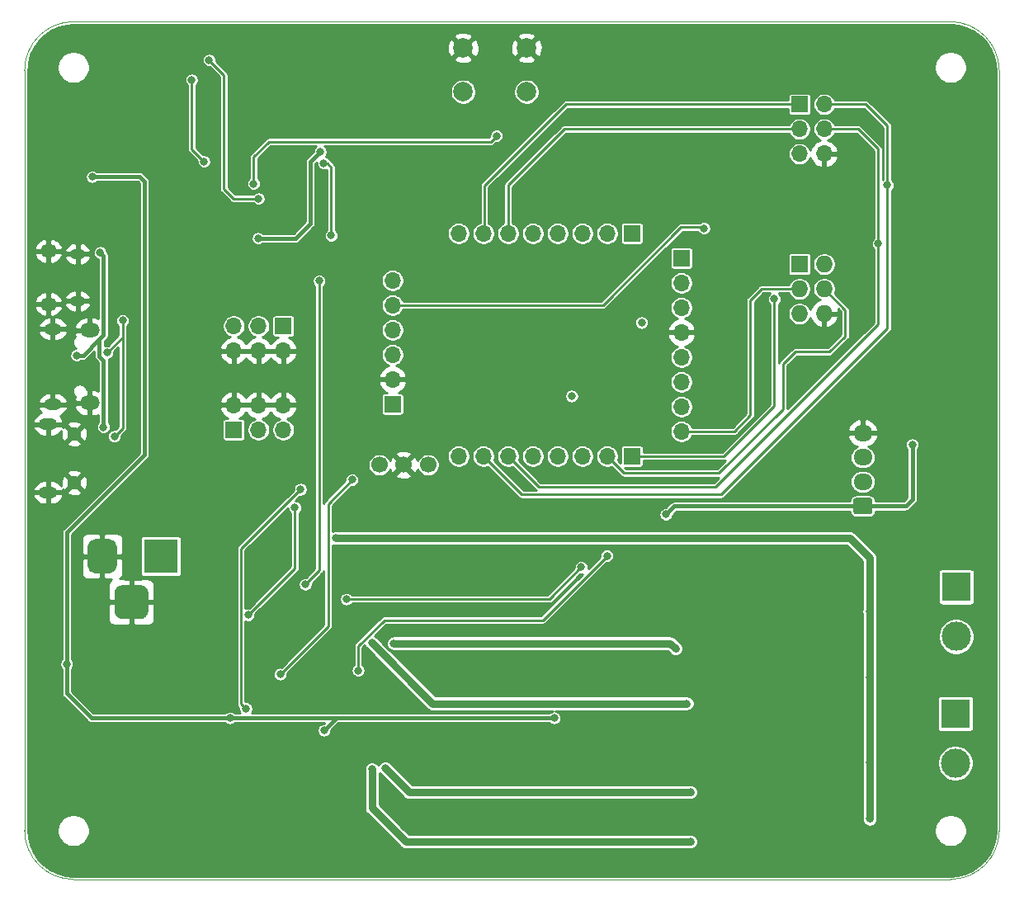
<source format=gbr>
G04 #@! TF.GenerationSoftware,KiCad,Pcbnew,5.1.6-c6e7f7d~86~ubuntu20.04.1*
G04 #@! TF.CreationDate,2020-05-21T14:16:40+02:00*
G04 #@! TF.ProjectId,ArduinoDCC++,41726475-696e-46f4-9443-432b2b2e6b69,v.0.0.2a*
G04 #@! TF.SameCoordinates,Original*
G04 #@! TF.FileFunction,Copper,L2,Bot*
G04 #@! TF.FilePolarity,Positive*
%FSLAX46Y46*%
G04 Gerber Fmt 4.6, Leading zero omitted, Abs format (unit mm)*
G04 Created by KiCad (PCBNEW 5.1.6-c6e7f7d~86~ubuntu20.04.1) date 2020-05-21 14:16:40*
%MOMM*%
%LPD*%
G01*
G04 APERTURE LIST*
G04 #@! TA.AperFunction,Profile*
%ADD10C,0.050000*%
G04 #@! TD*
G04 #@! TA.AperFunction,ComponentPad*
%ADD11O,1.700000X1.700000*%
G04 #@! TD*
G04 #@! TA.AperFunction,ComponentPad*
%ADD12R,1.700000X1.700000*%
G04 #@! TD*
G04 #@! TA.AperFunction,ComponentPad*
%ADD13O,1.727200X1.727200*%
G04 #@! TD*
G04 #@! TA.AperFunction,ComponentPad*
%ADD14R,1.727200X1.727200*%
G04 #@! TD*
G04 #@! TA.AperFunction,ComponentPad*
%ADD15O,1.950000X1.700000*%
G04 #@! TD*
G04 #@! TA.AperFunction,ComponentPad*
%ADD16O,1.800000X1.150000*%
G04 #@! TD*
G04 #@! TA.AperFunction,ComponentPad*
%ADD17O,2.000000X1.450000*%
G04 #@! TD*
G04 #@! TA.AperFunction,ComponentPad*
%ADD18O,1.900000X1.200000*%
G04 #@! TD*
G04 #@! TA.AperFunction,ComponentPad*
%ADD19C,1.450000*%
G04 #@! TD*
G04 #@! TA.AperFunction,ComponentPad*
%ADD20C,1.700000*%
G04 #@! TD*
G04 #@! TA.AperFunction,ComponentPad*
%ADD21O,1.700000X1.350000*%
G04 #@! TD*
G04 #@! TA.AperFunction,ComponentPad*
%ADD22O,1.500000X1.100000*%
G04 #@! TD*
G04 #@! TA.AperFunction,ComponentPad*
%ADD23R,3.500000X3.500000*%
G04 #@! TD*
G04 #@! TA.AperFunction,ComponentPad*
%ADD24C,3.000000*%
G04 #@! TD*
G04 #@! TA.AperFunction,ComponentPad*
%ADD25R,3.000000X3.000000*%
G04 #@! TD*
G04 #@! TA.AperFunction,ComponentPad*
%ADD26C,2.000000*%
G04 #@! TD*
G04 #@! TA.AperFunction,ViaPad*
%ADD27C,0.800000*%
G04 #@! TD*
G04 #@! TA.AperFunction,Conductor*
%ADD28C,0.400000*%
G04 #@! TD*
G04 #@! TA.AperFunction,Conductor*
%ADD29C,0.250000*%
G04 #@! TD*
G04 #@! TA.AperFunction,Conductor*
%ADD30C,0.800000*%
G04 #@! TD*
G04 #@! TA.AperFunction,Conductor*
%ADD31C,0.254000*%
G04 #@! TD*
G04 APERTURE END LIST*
D10*
X55000000Y-150000000D02*
X145000000Y-150000000D01*
X50000000Y-67000000D02*
X50000000Y-145000000D01*
X145000000Y-62000000D02*
X55000000Y-62000000D01*
X150000000Y-145000000D02*
X150000000Y-67000000D01*
X150000000Y-145000000D02*
G75*
G02*
X145000000Y-150000000I-5000000J0D01*
G01*
X145000000Y-62000000D02*
G75*
G02*
X150000000Y-67000000I0J-5000000D01*
G01*
X50000000Y-67000000D02*
G75*
G02*
X55000000Y-62000000I5000000J0D01*
G01*
X55000000Y-150000000D02*
G75*
G02*
X50000000Y-145000000I0J5000000D01*
G01*
D11*
X132040000Y-75555000D03*
X129500000Y-75555000D03*
X132040000Y-73015000D03*
X129500000Y-73015000D03*
X132040000Y-70475000D03*
D12*
X129500000Y-70475000D03*
D13*
X132040000Y-91955000D03*
X129500000Y-91955000D03*
X132040000Y-89415000D03*
X129500000Y-89415000D03*
X132040000Y-86875000D03*
D14*
X129500000Y-86875000D03*
D15*
X136000000Y-104200000D03*
X136000000Y-106700000D03*
X136000000Y-109200000D03*
G04 #@! TA.AperFunction,ComponentPad*
G36*
G01*
X136725000Y-112550000D02*
X135275000Y-112550000D01*
G75*
G02*
X135025000Y-112300000I0J250000D01*
G01*
X135025000Y-111100000D01*
G75*
G02*
X135275000Y-110850000I250000J0D01*
G01*
X136725000Y-110850000D01*
G75*
G02*
X136975000Y-111100000I0J-250000D01*
G01*
X136975000Y-112300000D01*
G75*
G02*
X136725000Y-112550000I-250000J0D01*
G01*
G37*
G04 #@! TD.AperFunction*
D11*
X76530000Y-101330000D03*
X76530000Y-103870000D03*
X73990000Y-101330000D03*
X73990000Y-103870000D03*
X71450000Y-101330000D03*
D12*
X71450000Y-103870000D03*
D16*
X52890000Y-101275000D03*
X52890000Y-93525000D03*
D17*
X56690000Y-101125000D03*
X56690000Y-93675000D03*
D18*
X52392500Y-110300000D03*
X52392500Y-103300000D03*
D19*
X55092500Y-109300000D03*
X55092500Y-104300000D03*
D11*
X117390000Y-104040000D03*
X117390000Y-101500000D03*
X117390000Y-98960000D03*
X117390000Y-96420000D03*
X117390000Y-93880000D03*
X117390000Y-91340000D03*
X117390000Y-88800000D03*
D12*
X117390000Y-86260000D03*
D11*
X94530000Y-106580000D03*
X97070000Y-106580000D03*
X99610000Y-106580000D03*
X102150000Y-106580000D03*
X104690000Y-106580000D03*
X107230000Y-106580000D03*
X109770000Y-106580000D03*
D12*
X112310000Y-106580000D03*
D11*
X87748200Y-88546000D03*
X87748200Y-91086000D03*
X87748200Y-93626000D03*
X87748200Y-96166000D03*
X87748200Y-98706000D03*
D12*
X87748200Y-101246000D03*
D11*
X94530000Y-83720000D03*
X97070000Y-83720000D03*
X99610000Y-83720000D03*
X102150000Y-83720000D03*
X104690000Y-83720000D03*
X107230000Y-83720000D03*
X109770000Y-83720000D03*
D12*
X112310000Y-83720000D03*
D20*
X86400000Y-107475000D03*
X88900000Y-107475000D03*
X91400000Y-107475000D03*
D11*
X71463000Y-95771000D03*
X71463000Y-93231000D03*
X74003000Y-95771000D03*
X74003000Y-93231000D03*
X76543000Y-95771000D03*
D12*
X76543000Y-93231000D03*
D21*
X52441000Y-90983000D03*
X52441000Y-85523000D03*
D22*
X55441000Y-90673000D03*
X55441000Y-85833000D03*
G04 #@! TA.AperFunction,ComponentPad*
G36*
G01*
X59210000Y-122425000D02*
X59210000Y-120675000D01*
G75*
G02*
X60085000Y-119800000I875000J0D01*
G01*
X61835000Y-119800000D01*
G75*
G02*
X62710000Y-120675000I0J-875000D01*
G01*
X62710000Y-122425000D01*
G75*
G02*
X61835000Y-123300000I-875000J0D01*
G01*
X60085000Y-123300000D01*
G75*
G02*
X59210000Y-122425000I0J875000D01*
G01*
G37*
G04 #@! TD.AperFunction*
G04 #@! TA.AperFunction,ComponentPad*
G36*
G01*
X56460000Y-117850000D02*
X56460000Y-115850000D01*
G75*
G02*
X57210000Y-115100000I750000J0D01*
G01*
X58710000Y-115100000D01*
G75*
G02*
X59460000Y-115850000I0J-750000D01*
G01*
X59460000Y-117850000D01*
G75*
G02*
X58710000Y-118600000I-750000J0D01*
G01*
X57210000Y-118600000D01*
G75*
G02*
X56460000Y-117850000I0J750000D01*
G01*
G37*
G04 #@! TD.AperFunction*
D23*
X63960000Y-116850000D03*
D24*
X145504000Y-138080000D03*
D25*
X145504000Y-133000000D03*
D24*
X145588000Y-125080000D03*
D25*
X145588000Y-120000000D03*
D26*
X101500000Y-64684000D03*
X101500000Y-69184000D03*
X95000000Y-64684000D03*
X95000000Y-69184000D03*
D27*
X80342000Y-75330000D03*
X73955000Y-84220000D03*
X104356000Y-133442000D03*
X80734000Y-134712000D03*
X71082000Y-133442000D03*
X54318000Y-127902000D03*
X56937500Y-77906500D03*
X141075000Y-105400000D03*
X115800000Y-112550000D03*
X86068000Y-129886000D03*
X81242000Y-130902000D03*
X72860000Y-136998000D03*
X114725000Y-97725000D03*
X64650000Y-78550000D03*
X99625000Y-96875000D03*
X109925000Y-89425000D03*
X107550000Y-90250000D03*
X95875000Y-101500000D03*
X108500000Y-108750000D03*
X70150000Y-124550000D03*
X93175000Y-104275000D03*
X94575000Y-104300000D03*
X66275000Y-135125000D03*
X69375000Y-134900000D03*
X83050000Y-139150000D03*
X81925000Y-125550000D03*
X83300000Y-76625000D03*
X71900000Y-78225000D03*
X75200000Y-78575000D03*
X116900000Y-107600000D03*
X75000000Y-117075000D03*
X114450000Y-90400000D03*
X96375000Y-109050000D03*
X102825000Y-134475000D03*
X59200000Y-104550000D03*
X60050000Y-92650000D03*
X58470000Y-95940000D03*
X68912000Y-65932000D03*
X73992000Y-80156000D03*
X67134000Y-67964000D03*
X68404000Y-76346000D03*
X58090000Y-103590000D03*
X57730000Y-85680000D03*
X55330000Y-96240000D03*
X81450000Y-83925000D03*
X80675000Y-76525000D03*
X81904000Y-115000000D03*
X136725000Y-143800000D03*
X136700000Y-138000000D03*
X136700000Y-129300000D03*
X136675000Y-122525000D03*
X85635000Y-125747000D03*
X117954500Y-131950000D03*
X87886500Y-125781500D03*
X116801992Y-126330000D03*
X118326000Y-141062000D03*
X87005500Y-138600500D03*
X118326000Y-146142000D03*
X85635000Y-138701000D03*
X84225000Y-128575000D03*
X109750000Y-116800000D03*
X106140000Y-100410000D03*
X126925000Y-90450000D03*
X76225000Y-128950000D03*
X83599998Y-109000000D03*
X83020000Y-121250000D03*
X107100000Y-117975000D03*
X72925000Y-122875000D03*
X77725000Y-111850000D03*
X72700000Y-132475000D03*
X78300000Y-109975000D03*
X113319400Y-92870600D03*
X137575000Y-84775000D03*
X138525000Y-78775000D03*
X119700000Y-83200000D03*
X78800000Y-119725000D03*
X80225000Y-88575000D03*
X73495500Y-78620500D03*
X98425000Y-73700000D03*
D28*
X79326000Y-76346000D02*
X79326000Y-82696000D01*
X80342000Y-75330000D02*
X79326000Y-76346000D01*
X79326000Y-82696000D02*
X77802000Y-84220000D01*
X77802000Y-84220000D02*
X73955000Y-84220000D01*
X80734000Y-134712000D02*
X82004000Y-133442000D01*
X82004000Y-133442000D02*
X104356000Y-133442000D01*
X82004000Y-133442000D02*
X71082000Y-133442000D01*
X61806500Y-77906500D02*
X56937500Y-77906500D01*
X62275000Y-78375000D02*
X61806500Y-77906500D01*
X62275000Y-106435000D02*
X62275000Y-78375000D01*
X54318000Y-114392000D02*
X62275000Y-106435000D01*
X56858000Y-133442000D02*
X54318000Y-130902000D01*
X54318000Y-130902000D02*
X54318000Y-114392000D01*
X71082000Y-133442000D02*
X56858000Y-133442000D01*
X136000000Y-111700000D02*
X140400000Y-111700000D01*
X141075000Y-111025000D02*
X141075000Y-105400000D01*
X140400000Y-111700000D02*
X141075000Y-111025000D01*
X136000000Y-111700000D02*
X116650000Y-111700000D01*
X116650000Y-111700000D02*
X115800000Y-112550000D01*
D29*
X59200000Y-104550000D02*
X60050000Y-103700000D01*
X60050000Y-94360000D02*
X60050000Y-93940000D01*
X58470000Y-95940000D02*
X60050000Y-94360000D01*
X60050000Y-93940000D02*
X60050000Y-92650000D01*
X60050000Y-103700000D02*
X60050000Y-93940000D01*
X68912000Y-65932000D02*
X70436000Y-67456000D01*
X70436000Y-67456000D02*
X70436000Y-79140000D01*
X70436000Y-79140000D02*
X71452000Y-80156000D01*
X71452000Y-80156000D02*
X73992000Y-80156000D01*
X67134000Y-67964000D02*
X67134000Y-75076000D01*
X67134000Y-75076000D02*
X68404000Y-76346000D01*
D28*
X58090010Y-86040010D02*
X57730000Y-85680000D01*
X58090010Y-94140994D02*
X58090010Y-86040010D01*
X57669999Y-94561005D02*
X58090010Y-94140994D01*
X57669999Y-96324001D02*
X57669999Y-94561005D01*
X58090000Y-96744002D02*
X57669999Y-96324001D01*
X58090000Y-103590000D02*
X58090000Y-96744002D01*
X55991004Y-96240000D02*
X57669999Y-94561005D01*
X55330000Y-96240000D02*
X55991004Y-96240000D01*
D29*
X81450000Y-83925000D02*
X81450000Y-76925000D01*
X81050000Y-76525000D02*
X80675000Y-76525000D01*
X81450000Y-76925000D02*
X81050000Y-76525000D01*
D30*
X134682000Y-115000000D02*
X136700000Y-117018000D01*
X81904000Y-115000000D02*
X134682000Y-115000000D01*
X136700000Y-143775000D02*
X136725000Y-143800000D01*
X136700000Y-138000000D02*
X136700000Y-143775000D01*
X136700000Y-129300000D02*
X136700000Y-138000000D01*
X136700000Y-117018000D02*
X136700000Y-129300000D01*
X85635000Y-125747000D02*
X91838000Y-131950000D01*
X91838000Y-131950000D02*
X117954500Y-131950000D01*
X87886500Y-125781500D02*
X116253492Y-125781500D01*
X116253492Y-125781500D02*
X116801992Y-126330000D01*
X89467000Y-141062000D02*
X118326000Y-141062000D01*
X87005500Y-138600500D02*
X89467000Y-141062000D01*
X85635000Y-142661000D02*
X85635000Y-138701000D01*
X89116000Y-146142000D02*
X85635000Y-142661000D01*
X118326000Y-146142000D02*
X89116000Y-146142000D01*
D29*
X84225000Y-128575000D02*
X84225000Y-126060972D01*
X84225000Y-126060972D02*
X86885972Y-123400000D01*
X86885972Y-123400000D02*
X103150000Y-123400000D01*
X103150000Y-123400000D02*
X109750000Y-116800000D01*
X111515001Y-108325001D02*
X109770000Y-106580000D01*
X121224999Y-108325001D02*
X111515001Y-108325001D01*
X127825000Y-101725000D02*
X121224999Y-108325001D01*
X127825000Y-97125000D02*
X127825000Y-101725000D01*
X129075000Y-95875000D02*
X127825000Y-97125000D01*
X132600000Y-95875000D02*
X129075000Y-95875000D01*
X134200000Y-94275000D02*
X132600000Y-95875000D01*
X134200000Y-91575000D02*
X134200000Y-94275000D01*
X132040000Y-89415000D02*
X134200000Y-91575000D01*
X124450000Y-90575000D02*
X124450000Y-102400000D01*
X122810000Y-104040000D02*
X117390000Y-104040000D01*
X124450000Y-102400000D02*
X122810000Y-104040000D01*
X125610000Y-89415000D02*
X124450000Y-90575000D01*
X129500000Y-89415000D02*
X125610000Y-89415000D01*
X112310000Y-106580000D02*
X121756410Y-106580000D01*
X121756410Y-106580000D02*
X126925000Y-101411410D01*
X126925000Y-101411410D02*
X126925000Y-90450000D01*
X76225000Y-128950000D02*
X81128990Y-124046010D01*
X81128990Y-124046010D02*
X81128990Y-111471008D01*
X81128990Y-111471008D02*
X83599998Y-109000000D01*
X83020000Y-121250000D02*
X103825000Y-121250000D01*
X103825000Y-121250000D02*
X107100000Y-117975000D01*
X105490000Y-73015000D02*
X129500000Y-73015000D01*
X105475000Y-73000000D02*
X105490000Y-73015000D01*
X105375000Y-73000000D02*
X105475000Y-73000000D01*
X99610000Y-78765000D02*
X105375000Y-73000000D01*
X99610000Y-83720000D02*
X99610000Y-78765000D01*
X129500000Y-70475000D02*
X105525000Y-70475000D01*
X105525000Y-70475000D02*
X97175000Y-78825000D01*
X97175000Y-83615000D02*
X97070000Y-83720000D01*
X97175000Y-78825000D02*
X97175000Y-83615000D01*
X77725000Y-118075000D02*
X77725000Y-111850000D01*
X72925000Y-122875000D02*
X77725000Y-118075000D01*
X72700000Y-132475000D02*
X72199999Y-131974999D01*
X72199999Y-131974999D02*
X72199999Y-116075001D01*
X72199999Y-116075001D02*
X78300000Y-109975000D01*
X137575000Y-84775000D02*
X137575000Y-75050000D01*
X135540000Y-73015000D02*
X132040000Y-73015000D01*
X137575000Y-75050000D02*
X135540000Y-73015000D01*
X137575000Y-93050000D02*
X137575000Y-84775000D01*
X120900000Y-109725000D02*
X137575000Y-93050000D01*
X102755000Y-109725000D02*
X120900000Y-109725000D01*
X99610000Y-106580000D02*
X102755000Y-109725000D01*
X132040000Y-70475000D02*
X136325000Y-70475000D01*
X138525000Y-72675000D02*
X138525000Y-78775000D01*
X136325000Y-70475000D02*
X138525000Y-72675000D01*
X121450000Y-110525000D02*
X138525000Y-93450000D01*
X138525000Y-93450000D02*
X138525000Y-78775000D01*
X101015000Y-110525000D02*
X121450000Y-110525000D01*
X97070000Y-106580000D02*
X101015000Y-110525000D01*
X109337002Y-91086000D02*
X117348002Y-83075000D01*
X87748200Y-91086000D02*
X109337002Y-91086000D01*
X119575000Y-83075000D02*
X119700000Y-83200000D01*
X117348002Y-83075000D02*
X119575000Y-83075000D01*
X80225000Y-118300000D02*
X80225000Y-88575000D01*
X78800000Y-119725000D02*
X80225000Y-118300000D01*
X73495500Y-78620500D02*
X73495500Y-75854500D01*
X75049999Y-74300001D02*
X97824999Y-74300001D01*
X97824999Y-74300001D02*
X98425000Y-73700000D01*
X73495500Y-75854500D02*
X75049999Y-74300001D01*
D31*
G36*
X145822842Y-62426835D02*
G01*
X146619675Y-62644824D01*
X147365312Y-63000476D01*
X148036187Y-63482548D01*
X148611087Y-64075798D01*
X149071846Y-64761481D01*
X149403902Y-65517924D01*
X149597404Y-66323916D01*
X149648001Y-67012925D01*
X149648000Y-144984328D01*
X149573165Y-145822842D01*
X149355176Y-146619673D01*
X148999523Y-147365315D01*
X148517452Y-148036187D01*
X147924202Y-148611087D01*
X147238519Y-149071846D01*
X146482076Y-149403902D01*
X145676084Y-149597404D01*
X144987089Y-149648000D01*
X55015672Y-149648000D01*
X54177158Y-149573165D01*
X53380327Y-149355176D01*
X52634685Y-148999523D01*
X51963813Y-148517452D01*
X51388913Y-147924202D01*
X50928154Y-147238519D01*
X50596098Y-146482076D01*
X50402596Y-145676084D01*
X50352000Y-144987089D01*
X50352000Y-144834830D01*
X53323000Y-144834830D01*
X53323000Y-145165170D01*
X53387446Y-145489163D01*
X53513862Y-145794357D01*
X53697389Y-146069025D01*
X53930975Y-146302611D01*
X54205643Y-146486138D01*
X54510837Y-146612554D01*
X54834830Y-146677000D01*
X55165170Y-146677000D01*
X55489163Y-146612554D01*
X55794357Y-146486138D01*
X56069025Y-146302611D01*
X56302611Y-146069025D01*
X56486138Y-145794357D01*
X56612554Y-145489163D01*
X56677000Y-145165170D01*
X56677000Y-144834830D01*
X56612554Y-144510837D01*
X56486138Y-144205643D01*
X56302611Y-143930975D01*
X56069025Y-143697389D01*
X55794357Y-143513862D01*
X55489163Y-143387446D01*
X55165170Y-143323000D01*
X54834830Y-143323000D01*
X54510837Y-143387446D01*
X54205643Y-143513862D01*
X53930975Y-143697389D01*
X53697389Y-143930975D01*
X53513862Y-144205643D01*
X53387446Y-144510837D01*
X53323000Y-144834830D01*
X50352000Y-144834830D01*
X50352000Y-142661000D01*
X84854241Y-142661000D01*
X84858000Y-142699163D01*
X84858000Y-142699165D01*
X84869243Y-142813318D01*
X84913673Y-142959783D01*
X84985823Y-143094766D01*
X84999500Y-143111431D01*
X85082920Y-143213080D01*
X85112570Y-143237413D01*
X88539592Y-146664436D01*
X88563920Y-146694080D01*
X88593564Y-146718408D01*
X88593565Y-146718409D01*
X88682233Y-146791177D01*
X88817216Y-146863327D01*
X88963681Y-146907757D01*
X89077834Y-146919000D01*
X89077843Y-146919000D01*
X89115999Y-146922758D01*
X89154155Y-146919000D01*
X118402528Y-146919000D01*
X118440154Y-146911516D01*
X118478319Y-146907757D01*
X118515013Y-146896626D01*
X118552643Y-146889141D01*
X118588092Y-146874457D01*
X118624784Y-146863327D01*
X118658598Y-146845253D01*
X118694048Y-146830569D01*
X118725955Y-146809250D01*
X118759766Y-146791177D01*
X118789402Y-146766856D01*
X118821309Y-146745536D01*
X118848442Y-146718403D01*
X118878080Y-146694080D01*
X118902403Y-146664442D01*
X118929536Y-146637309D01*
X118950856Y-146605402D01*
X118975177Y-146575766D01*
X118993250Y-146541955D01*
X119014569Y-146510048D01*
X119029253Y-146474598D01*
X119047327Y-146440784D01*
X119058457Y-146404092D01*
X119073141Y-146368643D01*
X119080626Y-146331013D01*
X119091757Y-146294319D01*
X119095516Y-146256154D01*
X119103000Y-146218528D01*
X119103000Y-146180166D01*
X119106759Y-146142000D01*
X119103000Y-146103834D01*
X119103000Y-146065472D01*
X119095516Y-146027846D01*
X119091757Y-145989681D01*
X119080626Y-145952987D01*
X119073141Y-145915357D01*
X119058457Y-145879908D01*
X119047327Y-145843216D01*
X119029253Y-145809402D01*
X119014569Y-145773952D01*
X118993250Y-145742045D01*
X118975177Y-145708234D01*
X118950856Y-145678598D01*
X118929536Y-145646691D01*
X118902403Y-145619558D01*
X118878080Y-145589920D01*
X118848442Y-145565597D01*
X118821309Y-145538464D01*
X118789402Y-145517144D01*
X118759766Y-145492823D01*
X118725955Y-145474750D01*
X118694048Y-145453431D01*
X118658598Y-145438747D01*
X118624784Y-145420673D01*
X118588092Y-145409543D01*
X118552643Y-145394859D01*
X118515013Y-145387374D01*
X118478319Y-145376243D01*
X118440154Y-145372484D01*
X118402528Y-145365000D01*
X89437844Y-145365000D01*
X88907674Y-144834830D01*
X143323000Y-144834830D01*
X143323000Y-145165170D01*
X143387446Y-145489163D01*
X143513862Y-145794357D01*
X143697389Y-146069025D01*
X143930975Y-146302611D01*
X144205643Y-146486138D01*
X144510837Y-146612554D01*
X144834830Y-146677000D01*
X145165170Y-146677000D01*
X145489163Y-146612554D01*
X145794357Y-146486138D01*
X146069025Y-146302611D01*
X146302611Y-146069025D01*
X146486138Y-145794357D01*
X146612554Y-145489163D01*
X146677000Y-145165170D01*
X146677000Y-144834830D01*
X146612554Y-144510837D01*
X146486138Y-144205643D01*
X146302611Y-143930975D01*
X146069025Y-143697389D01*
X145794357Y-143513862D01*
X145489163Y-143387446D01*
X145165170Y-143323000D01*
X144834830Y-143323000D01*
X144510837Y-143387446D01*
X144205643Y-143513862D01*
X143930975Y-143697389D01*
X143697389Y-143930975D01*
X143513862Y-144205643D01*
X143387446Y-144510837D01*
X143323000Y-144834830D01*
X88907674Y-144834830D01*
X86412000Y-142339157D01*
X86412000Y-139105845D01*
X86510191Y-139204036D01*
X86510197Y-139204040D01*
X88890592Y-141584436D01*
X88914920Y-141614080D01*
X89033234Y-141711177D01*
X89168216Y-141783327D01*
X89314681Y-141827757D01*
X89428834Y-141839000D01*
X89428836Y-141839000D01*
X89467000Y-141842759D01*
X89505163Y-141839000D01*
X118402528Y-141839000D01*
X118440154Y-141831516D01*
X118478319Y-141827757D01*
X118515013Y-141816626D01*
X118552643Y-141809141D01*
X118588092Y-141794457D01*
X118624784Y-141783327D01*
X118658598Y-141765253D01*
X118694048Y-141750569D01*
X118725955Y-141729250D01*
X118759766Y-141711177D01*
X118789402Y-141686856D01*
X118821309Y-141665536D01*
X118848442Y-141638403D01*
X118878080Y-141614080D01*
X118902403Y-141584442D01*
X118929536Y-141557309D01*
X118950856Y-141525402D01*
X118975177Y-141495766D01*
X118993250Y-141461955D01*
X119014569Y-141430048D01*
X119029253Y-141394598D01*
X119047327Y-141360784D01*
X119058457Y-141324092D01*
X119073141Y-141288643D01*
X119080626Y-141251013D01*
X119091757Y-141214319D01*
X119095516Y-141176154D01*
X119103000Y-141138528D01*
X119103000Y-141100166D01*
X119106759Y-141062000D01*
X119103000Y-141023834D01*
X119103000Y-140985472D01*
X119095516Y-140947846D01*
X119091757Y-140909681D01*
X119080626Y-140872987D01*
X119073141Y-140835357D01*
X119058457Y-140799908D01*
X119047327Y-140763216D01*
X119029253Y-140729402D01*
X119014569Y-140693952D01*
X118993250Y-140662045D01*
X118975177Y-140628234D01*
X118950856Y-140598598D01*
X118929536Y-140566691D01*
X118902403Y-140539558D01*
X118878080Y-140509920D01*
X118848442Y-140485597D01*
X118821309Y-140458464D01*
X118789402Y-140437144D01*
X118759766Y-140412823D01*
X118725955Y-140394750D01*
X118694048Y-140373431D01*
X118658598Y-140358747D01*
X118624784Y-140340673D01*
X118588092Y-140329543D01*
X118552643Y-140314859D01*
X118515013Y-140307374D01*
X118478319Y-140296243D01*
X118440154Y-140292484D01*
X118402528Y-140285000D01*
X89788844Y-140285000D01*
X87609040Y-138105197D01*
X87609036Y-138105191D01*
X87500809Y-137996964D01*
X87468901Y-137975644D01*
X87439266Y-137951323D01*
X87405456Y-137933251D01*
X87373548Y-137911931D01*
X87338095Y-137897246D01*
X87304283Y-137879173D01*
X87267597Y-137868045D01*
X87232143Y-137853359D01*
X87194503Y-137845872D01*
X87157818Y-137834744D01*
X87119662Y-137830986D01*
X87082028Y-137823500D01*
X87043663Y-137823500D01*
X87005500Y-137819741D01*
X86967337Y-137823500D01*
X86928972Y-137823500D01*
X86891338Y-137830986D01*
X86853182Y-137834744D01*
X86816497Y-137845872D01*
X86778857Y-137853359D01*
X86743403Y-137868045D01*
X86706717Y-137879173D01*
X86672905Y-137897246D01*
X86637452Y-137911931D01*
X86605544Y-137933251D01*
X86571734Y-137951323D01*
X86542101Y-137975642D01*
X86510191Y-137996964D01*
X86483051Y-138024104D01*
X86453421Y-138048421D01*
X86429104Y-138078051D01*
X86401964Y-138105191D01*
X86380642Y-138137101D01*
X86356323Y-138166734D01*
X86338251Y-138200544D01*
X86316931Y-138232452D01*
X86302246Y-138267905D01*
X86293391Y-138284472D01*
X86284177Y-138267234D01*
X86259856Y-138237598D01*
X86238536Y-138205691D01*
X86211403Y-138178558D01*
X86187080Y-138148920D01*
X86157442Y-138124597D01*
X86130309Y-138097464D01*
X86098402Y-138076144D01*
X86068766Y-138051823D01*
X86034955Y-138033750D01*
X86003048Y-138012431D01*
X85967598Y-137997747D01*
X85933784Y-137979673D01*
X85897092Y-137968543D01*
X85861643Y-137953859D01*
X85824013Y-137946374D01*
X85787319Y-137935243D01*
X85749154Y-137931484D01*
X85711528Y-137924000D01*
X85673166Y-137924000D01*
X85635000Y-137920241D01*
X85596834Y-137924000D01*
X85558472Y-137924000D01*
X85520845Y-137931484D01*
X85482682Y-137935243D01*
X85445990Y-137946374D01*
X85408357Y-137953859D01*
X85372905Y-137968544D01*
X85336217Y-137979673D01*
X85302407Y-137997745D01*
X85266952Y-138012431D01*
X85235041Y-138033753D01*
X85201235Y-138051823D01*
X85171603Y-138076141D01*
X85139691Y-138097464D01*
X85112554Y-138124601D01*
X85082921Y-138148920D01*
X85058602Y-138178553D01*
X85031464Y-138205691D01*
X85010140Y-138237605D01*
X84985824Y-138267234D01*
X84967755Y-138301038D01*
X84946431Y-138332952D01*
X84931744Y-138368410D01*
X84913674Y-138402216D01*
X84902546Y-138438899D01*
X84887859Y-138474357D01*
X84880372Y-138511996D01*
X84869244Y-138548681D01*
X84865486Y-138586836D01*
X84858000Y-138624472D01*
X84858000Y-138777528D01*
X84858001Y-138777533D01*
X84858000Y-142622837D01*
X84854241Y-142661000D01*
X50352000Y-142661000D01*
X50352000Y-127830397D01*
X53591000Y-127830397D01*
X53591000Y-127973603D01*
X53618938Y-128114058D01*
X53673741Y-128246364D01*
X53753302Y-128365436D01*
X53791000Y-128403134D01*
X53791000Y-130876119D01*
X53788451Y-130902000D01*
X53791000Y-130927880D01*
X53798626Y-131005309D01*
X53828761Y-131104649D01*
X53877696Y-131196202D01*
X53943552Y-131276448D01*
X53963666Y-131292955D01*
X56467049Y-133796339D01*
X56483552Y-133816448D01*
X56563798Y-133882304D01*
X56655350Y-133931239D01*
X56754690Y-133961374D01*
X56832119Y-133969000D01*
X56832121Y-133969000D01*
X56857999Y-133971549D01*
X56883877Y-133969000D01*
X70580866Y-133969000D01*
X70618564Y-134006698D01*
X70737636Y-134086259D01*
X70869942Y-134141062D01*
X71010397Y-134169000D01*
X71153603Y-134169000D01*
X71294058Y-134141062D01*
X71426364Y-134086259D01*
X71545436Y-134006698D01*
X71583134Y-133969000D01*
X80731711Y-133969000D01*
X80715711Y-133985000D01*
X80662397Y-133985000D01*
X80521942Y-134012938D01*
X80389636Y-134067741D01*
X80270564Y-134147302D01*
X80169302Y-134248564D01*
X80089741Y-134367636D01*
X80034938Y-134499942D01*
X80007000Y-134640397D01*
X80007000Y-134783603D01*
X80034938Y-134924058D01*
X80089741Y-135056364D01*
X80169302Y-135175436D01*
X80270564Y-135276698D01*
X80389636Y-135356259D01*
X80521942Y-135411062D01*
X80662397Y-135439000D01*
X80805603Y-135439000D01*
X80946058Y-135411062D01*
X81078364Y-135356259D01*
X81197436Y-135276698D01*
X81298698Y-135175436D01*
X81378259Y-135056364D01*
X81433062Y-134924058D01*
X81461000Y-134783603D01*
X81461000Y-134730289D01*
X82222290Y-133969000D01*
X103854866Y-133969000D01*
X103892564Y-134006698D01*
X104011636Y-134086259D01*
X104143942Y-134141062D01*
X104284397Y-134169000D01*
X104427603Y-134169000D01*
X104568058Y-134141062D01*
X104700364Y-134086259D01*
X104819436Y-134006698D01*
X104920698Y-133905436D01*
X105000259Y-133786364D01*
X105055062Y-133654058D01*
X105083000Y-133513603D01*
X105083000Y-133370397D01*
X105055062Y-133229942D01*
X105000259Y-133097636D01*
X104920698Y-132978564D01*
X104819436Y-132877302D01*
X104700364Y-132797741D01*
X104568058Y-132742938D01*
X104487932Y-132727000D01*
X118031028Y-132727000D01*
X118068654Y-132719516D01*
X118106819Y-132715757D01*
X118143513Y-132704626D01*
X118181143Y-132697141D01*
X118216592Y-132682457D01*
X118253284Y-132671327D01*
X118287098Y-132653253D01*
X118322548Y-132638569D01*
X118354455Y-132617250D01*
X118388266Y-132599177D01*
X118417902Y-132574856D01*
X118449809Y-132553536D01*
X118476942Y-132526403D01*
X118506580Y-132502080D01*
X118530903Y-132472442D01*
X118558036Y-132445309D01*
X118579356Y-132413402D01*
X118603677Y-132383766D01*
X118621750Y-132349955D01*
X118643069Y-132318048D01*
X118657753Y-132282598D01*
X118675827Y-132248784D01*
X118686957Y-132212092D01*
X118701641Y-132176643D01*
X118709126Y-132139013D01*
X118720257Y-132102319D01*
X118724016Y-132064154D01*
X118731500Y-132026528D01*
X118731500Y-131988166D01*
X118735259Y-131950000D01*
X118731500Y-131911834D01*
X118731500Y-131873472D01*
X118724016Y-131835846D01*
X118720257Y-131797681D01*
X118709126Y-131760987D01*
X118701641Y-131723357D01*
X118686957Y-131687908D01*
X118675827Y-131651216D01*
X118657753Y-131617402D01*
X118643069Y-131581952D01*
X118621750Y-131550045D01*
X118603677Y-131516234D01*
X118579356Y-131486598D01*
X118558036Y-131454691D01*
X118530903Y-131427558D01*
X118506580Y-131397920D01*
X118476942Y-131373597D01*
X118449809Y-131346464D01*
X118417902Y-131325144D01*
X118388266Y-131300823D01*
X118354455Y-131282750D01*
X118322548Y-131261431D01*
X118287098Y-131246747D01*
X118253284Y-131228673D01*
X118216592Y-131217543D01*
X118181143Y-131202859D01*
X118143513Y-131195374D01*
X118106819Y-131184243D01*
X118068654Y-131180484D01*
X118031028Y-131173000D01*
X92159844Y-131173000D01*
X86768344Y-125781500D01*
X87105741Y-125781500D01*
X87109500Y-125819666D01*
X87109500Y-125858028D01*
X87116984Y-125895654D01*
X87120743Y-125933819D01*
X87131874Y-125970513D01*
X87139359Y-126008143D01*
X87154043Y-126043592D01*
X87165173Y-126080284D01*
X87183247Y-126114098D01*
X87197931Y-126149548D01*
X87219250Y-126181455D01*
X87237323Y-126215266D01*
X87261644Y-126244902D01*
X87282964Y-126276809D01*
X87310097Y-126303942D01*
X87334420Y-126333580D01*
X87364058Y-126357903D01*
X87391191Y-126385036D01*
X87423098Y-126406356D01*
X87452734Y-126430677D01*
X87486545Y-126448750D01*
X87518452Y-126470069D01*
X87553902Y-126484753D01*
X87587716Y-126502827D01*
X87624408Y-126513957D01*
X87659857Y-126528641D01*
X87697487Y-126536126D01*
X87734181Y-126547257D01*
X87772346Y-126551016D01*
X87809972Y-126558500D01*
X115931649Y-126558500D01*
X116198454Y-126825306D01*
X116198456Y-126825309D01*
X116306683Y-126933536D01*
X116338586Y-126954853D01*
X116368225Y-126979177D01*
X116402040Y-126997252D01*
X116433944Y-127018569D01*
X116469393Y-127033253D01*
X116503208Y-127051327D01*
X116539897Y-127062456D01*
X116575349Y-127077141D01*
X116612986Y-127084627D01*
X116649673Y-127095756D01*
X116687828Y-127099514D01*
X116725464Y-127107000D01*
X116763835Y-127107000D01*
X116801991Y-127110758D01*
X116840147Y-127107000D01*
X116878520Y-127107000D01*
X116916157Y-127099514D01*
X116954310Y-127095756D01*
X116990994Y-127084628D01*
X117028635Y-127077141D01*
X117064091Y-127062454D01*
X117100774Y-127051327D01*
X117134583Y-127033256D01*
X117170040Y-127018569D01*
X117201949Y-126997248D01*
X117235758Y-126979177D01*
X117265391Y-126954858D01*
X117297301Y-126933536D01*
X117324441Y-126906396D01*
X117354071Y-126882079D01*
X117378388Y-126852449D01*
X117405528Y-126825309D01*
X117426850Y-126793399D01*
X117451169Y-126763766D01*
X117469240Y-126729957D01*
X117490561Y-126698048D01*
X117505248Y-126662591D01*
X117523319Y-126628782D01*
X117534446Y-126592099D01*
X117549133Y-126556643D01*
X117556620Y-126519002D01*
X117567748Y-126482318D01*
X117571506Y-126444165D01*
X117578992Y-126406528D01*
X117578992Y-126368155D01*
X117582750Y-126329999D01*
X117578992Y-126291843D01*
X117578992Y-126253472D01*
X117571506Y-126215836D01*
X117567748Y-126177681D01*
X117556619Y-126140994D01*
X117549133Y-126103357D01*
X117534448Y-126067905D01*
X117523319Y-126031216D01*
X117505245Y-125997401D01*
X117490561Y-125961952D01*
X117469244Y-125930048D01*
X117451169Y-125896233D01*
X117426845Y-125866594D01*
X117405528Y-125834691D01*
X117297301Y-125726464D01*
X117297298Y-125726462D01*
X116829904Y-125259069D01*
X116805572Y-125229420D01*
X116687258Y-125132323D01*
X116552276Y-125060173D01*
X116405811Y-125015743D01*
X116291658Y-125004500D01*
X116291655Y-125004500D01*
X116253492Y-125000741D01*
X116215329Y-125004500D01*
X87809972Y-125004500D01*
X87772346Y-125011984D01*
X87734181Y-125015743D01*
X87697487Y-125026874D01*
X87659857Y-125034359D01*
X87624408Y-125049043D01*
X87587716Y-125060173D01*
X87553902Y-125078247D01*
X87518452Y-125092931D01*
X87486545Y-125114250D01*
X87452734Y-125132323D01*
X87423098Y-125156644D01*
X87391191Y-125177964D01*
X87364058Y-125205097D01*
X87334420Y-125229420D01*
X87310097Y-125259058D01*
X87282964Y-125286191D01*
X87261644Y-125318098D01*
X87237323Y-125347734D01*
X87219250Y-125381545D01*
X87197931Y-125413452D01*
X87183247Y-125448902D01*
X87165173Y-125482716D01*
X87154043Y-125519408D01*
X87139359Y-125554857D01*
X87131874Y-125592487D01*
X87120743Y-125629181D01*
X87116984Y-125667346D01*
X87109500Y-125704972D01*
X87109500Y-125743334D01*
X87105741Y-125781500D01*
X86768344Y-125781500D01*
X86238540Y-125251697D01*
X86238536Y-125251691D01*
X86130309Y-125143464D01*
X86098401Y-125122144D01*
X86068766Y-125097823D01*
X86034956Y-125079751D01*
X86003048Y-125058431D01*
X85967595Y-125043746D01*
X85933783Y-125025673D01*
X85907496Y-125017699D01*
X87073196Y-123852000D01*
X103127795Y-123852000D01*
X103150000Y-123854187D01*
X103172205Y-123852000D01*
X103238607Y-123845460D01*
X103323810Y-123819614D01*
X103402333Y-123777643D01*
X103471159Y-123721159D01*
X103485323Y-123703900D01*
X109664907Y-117524317D01*
X109678397Y-117527000D01*
X109821603Y-117527000D01*
X109962058Y-117499062D01*
X110094364Y-117444259D01*
X110213436Y-117364698D01*
X110314698Y-117263436D01*
X110394259Y-117144364D01*
X110449062Y-117012058D01*
X110477000Y-116871603D01*
X110477000Y-116728397D01*
X110449062Y-116587942D01*
X110394259Y-116455636D01*
X110314698Y-116336564D01*
X110213436Y-116235302D01*
X110094364Y-116155741D01*
X109962058Y-116100938D01*
X109821603Y-116073000D01*
X109678397Y-116073000D01*
X109537942Y-116100938D01*
X109405636Y-116155741D01*
X109286564Y-116235302D01*
X109185302Y-116336564D01*
X109105741Y-116455636D01*
X109050938Y-116587942D01*
X109023000Y-116728397D01*
X109023000Y-116871603D01*
X109025683Y-116885093D01*
X107817770Y-118093006D01*
X107827000Y-118046603D01*
X107827000Y-117903397D01*
X107799062Y-117762942D01*
X107744259Y-117630636D01*
X107664698Y-117511564D01*
X107563436Y-117410302D01*
X107444364Y-117330741D01*
X107312058Y-117275938D01*
X107171603Y-117248000D01*
X107028397Y-117248000D01*
X106887942Y-117275938D01*
X106755636Y-117330741D01*
X106636564Y-117410302D01*
X106535302Y-117511564D01*
X106455741Y-117630636D01*
X106400938Y-117762942D01*
X106373000Y-117903397D01*
X106373000Y-118046603D01*
X106375683Y-118060092D01*
X103637777Y-120798000D01*
X83592339Y-120798000D01*
X83584698Y-120786564D01*
X83483436Y-120685302D01*
X83364364Y-120605741D01*
X83232058Y-120550938D01*
X83091603Y-120523000D01*
X82948397Y-120523000D01*
X82807942Y-120550938D01*
X82675636Y-120605741D01*
X82556564Y-120685302D01*
X82455302Y-120786564D01*
X82375741Y-120905636D01*
X82320938Y-121037942D01*
X82293000Y-121178397D01*
X82293000Y-121321603D01*
X82320938Y-121462058D01*
X82375741Y-121594364D01*
X82455302Y-121713436D01*
X82556564Y-121814698D01*
X82675636Y-121894259D01*
X82807942Y-121949062D01*
X82948397Y-121977000D01*
X83091603Y-121977000D01*
X83232058Y-121949062D01*
X83364364Y-121894259D01*
X83483436Y-121814698D01*
X83584698Y-121713436D01*
X83592339Y-121702000D01*
X103802795Y-121702000D01*
X103825000Y-121704187D01*
X103847205Y-121702000D01*
X103913607Y-121695460D01*
X103998810Y-121669614D01*
X104077333Y-121627643D01*
X104146159Y-121571159D01*
X104160323Y-121553900D01*
X107014908Y-118699317D01*
X107028397Y-118702000D01*
X107171603Y-118702000D01*
X107218006Y-118692770D01*
X102962777Y-122948000D01*
X86908177Y-122948000D01*
X86885972Y-122945813D01*
X86797364Y-122954540D01*
X86712162Y-122980386D01*
X86633639Y-123022357D01*
X86564813Y-123078841D01*
X86550653Y-123096095D01*
X83921096Y-125725653D01*
X83903842Y-125739813D01*
X83848239Y-125807565D01*
X83847358Y-125808639D01*
X83805386Y-125887163D01*
X83779540Y-125972365D01*
X83770813Y-126060972D01*
X83773001Y-126083187D01*
X83773000Y-128002661D01*
X83761564Y-128010302D01*
X83660302Y-128111564D01*
X83580741Y-128230636D01*
X83525938Y-128362942D01*
X83498000Y-128503397D01*
X83498000Y-128646603D01*
X83525938Y-128787058D01*
X83580741Y-128919364D01*
X83660302Y-129038436D01*
X83761564Y-129139698D01*
X83880636Y-129219259D01*
X84012942Y-129274062D01*
X84153397Y-129302000D01*
X84296603Y-129302000D01*
X84437058Y-129274062D01*
X84569364Y-129219259D01*
X84688436Y-129139698D01*
X84789698Y-129038436D01*
X84869259Y-128919364D01*
X84924062Y-128787058D01*
X84952000Y-128646603D01*
X84952000Y-128503397D01*
X84924062Y-128362942D01*
X84869259Y-128230636D01*
X84789698Y-128111564D01*
X84688436Y-128010302D01*
X84677000Y-128002661D01*
X84677000Y-126248195D01*
X84905699Y-126019496D01*
X84913673Y-126045783D01*
X84931746Y-126079595D01*
X84946431Y-126115048D01*
X84967751Y-126146956D01*
X84985823Y-126180766D01*
X85010144Y-126210401D01*
X85031464Y-126242309D01*
X85139691Y-126350536D01*
X85139697Y-126350540D01*
X91261592Y-132472436D01*
X91285920Y-132502080D01*
X91404234Y-132599177D01*
X91539216Y-132671327D01*
X91685681Y-132715757D01*
X91799834Y-132727000D01*
X91799836Y-132727000D01*
X91838000Y-132730759D01*
X91876163Y-132727000D01*
X104224068Y-132727000D01*
X104143942Y-132742938D01*
X104011636Y-132797741D01*
X103892564Y-132877302D01*
X103854866Y-132915000D01*
X82029880Y-132915000D01*
X82003999Y-132912451D01*
X81978118Y-132915000D01*
X73280357Y-132915000D01*
X73344259Y-132819364D01*
X73399062Y-132687058D01*
X73427000Y-132546603D01*
X73427000Y-132403397D01*
X73399062Y-132262942D01*
X73344259Y-132130636D01*
X73264698Y-132011564D01*
X73163436Y-131910302D01*
X73044364Y-131830741D01*
X72912058Y-131775938D01*
X72771603Y-131748000D01*
X72651999Y-131748000D01*
X72651999Y-128878397D01*
X75498000Y-128878397D01*
X75498000Y-129021603D01*
X75525938Y-129162058D01*
X75580741Y-129294364D01*
X75660302Y-129413436D01*
X75761564Y-129514698D01*
X75880636Y-129594259D01*
X76012942Y-129649062D01*
X76153397Y-129677000D01*
X76296603Y-129677000D01*
X76437058Y-129649062D01*
X76569364Y-129594259D01*
X76688436Y-129514698D01*
X76789698Y-129413436D01*
X76869259Y-129294364D01*
X76924062Y-129162058D01*
X76952000Y-129021603D01*
X76952000Y-128878397D01*
X76949317Y-128864907D01*
X81432902Y-124381323D01*
X81450149Y-124367169D01*
X81506633Y-124298343D01*
X81548604Y-124219820D01*
X81574450Y-124134617D01*
X81580990Y-124068215D01*
X81580990Y-124068214D01*
X81583177Y-124046011D01*
X81580990Y-124023806D01*
X81580990Y-115708378D01*
X81605216Y-115721327D01*
X81641908Y-115732457D01*
X81677357Y-115747141D01*
X81714987Y-115754626D01*
X81751681Y-115765757D01*
X81789846Y-115769516D01*
X81827472Y-115777000D01*
X134360157Y-115777000D01*
X135923000Y-117339844D01*
X135923000Y-122322783D01*
X135898000Y-122448472D01*
X135898000Y-122601528D01*
X135923000Y-122727217D01*
X135923001Y-129223467D01*
X135923000Y-129223472D01*
X135923000Y-129261835D01*
X135923001Y-137923467D01*
X135923000Y-137923472D01*
X135923000Y-137961835D01*
X135923001Y-143736827D01*
X135919241Y-143775000D01*
X135932907Y-143913747D01*
X135934244Y-143927319D01*
X135947721Y-143971748D01*
X135978673Y-144073783D01*
X136050823Y-144208766D01*
X136119786Y-144292797D01*
X136121464Y-144295309D01*
X136123602Y-144297447D01*
X136147921Y-144327080D01*
X136177554Y-144351399D01*
X136229691Y-144403536D01*
X136261599Y-144424856D01*
X136291234Y-144449177D01*
X136325044Y-144467249D01*
X136356952Y-144488569D01*
X136392405Y-144503254D01*
X136426217Y-144521327D01*
X136462903Y-144532455D01*
X136498357Y-144547141D01*
X136535997Y-144554628D01*
X136572682Y-144565756D01*
X136610835Y-144569514D01*
X136648472Y-144577000D01*
X136686844Y-144577000D01*
X136724999Y-144580758D01*
X136763155Y-144577000D01*
X136801528Y-144577000D01*
X136839165Y-144569514D01*
X136877318Y-144565756D01*
X136914002Y-144554628D01*
X136951643Y-144547141D01*
X136987099Y-144532454D01*
X137023782Y-144521327D01*
X137057590Y-144503256D01*
X137093048Y-144488569D01*
X137124960Y-144467246D01*
X137158765Y-144449177D01*
X137188395Y-144424860D01*
X137220309Y-144403536D01*
X137247450Y-144376395D01*
X137277079Y-144352079D01*
X137301395Y-144322450D01*
X137328536Y-144295309D01*
X137349860Y-144263395D01*
X137374177Y-144233765D01*
X137392246Y-144199960D01*
X137413569Y-144168048D01*
X137428256Y-144132590D01*
X137446327Y-144098782D01*
X137457454Y-144062099D01*
X137472141Y-144026643D01*
X137479628Y-143989002D01*
X137490756Y-143952318D01*
X137494514Y-143914165D01*
X137502000Y-143876528D01*
X137502000Y-143838155D01*
X137505758Y-143799999D01*
X137502000Y-143761844D01*
X137502000Y-143723472D01*
X137494514Y-143685835D01*
X137490756Y-143647682D01*
X137479628Y-143610997D01*
X137477000Y-143597785D01*
X137477000Y-137895132D01*
X143627000Y-137895132D01*
X143627000Y-138264868D01*
X143699132Y-138627501D01*
X143840624Y-138969093D01*
X144046039Y-139276518D01*
X144307482Y-139537961D01*
X144614907Y-139743376D01*
X144956499Y-139884868D01*
X145319132Y-139957000D01*
X145688868Y-139957000D01*
X146051501Y-139884868D01*
X146393093Y-139743376D01*
X146700518Y-139537961D01*
X146961961Y-139276518D01*
X147167376Y-138969093D01*
X147308868Y-138627501D01*
X147381000Y-138264868D01*
X147381000Y-137895132D01*
X147308868Y-137532499D01*
X147167376Y-137190907D01*
X146961961Y-136883482D01*
X146700518Y-136622039D01*
X146393093Y-136416624D01*
X146051501Y-136275132D01*
X145688868Y-136203000D01*
X145319132Y-136203000D01*
X144956499Y-136275132D01*
X144614907Y-136416624D01*
X144307482Y-136622039D01*
X144046039Y-136883482D01*
X143840624Y-137190907D01*
X143699132Y-137532499D01*
X143627000Y-137895132D01*
X137477000Y-137895132D01*
X137477000Y-131500000D01*
X143625176Y-131500000D01*
X143625176Y-134500000D01*
X143632455Y-134573905D01*
X143654012Y-134644970D01*
X143689019Y-134710463D01*
X143736131Y-134767869D01*
X143793537Y-134814981D01*
X143859030Y-134849988D01*
X143930095Y-134871545D01*
X144004000Y-134878824D01*
X147004000Y-134878824D01*
X147077905Y-134871545D01*
X147148970Y-134849988D01*
X147214463Y-134814981D01*
X147271869Y-134767869D01*
X147318981Y-134710463D01*
X147353988Y-134644970D01*
X147375545Y-134573905D01*
X147382824Y-134500000D01*
X147382824Y-131500000D01*
X147375545Y-131426095D01*
X147353988Y-131355030D01*
X147318981Y-131289537D01*
X147271869Y-131232131D01*
X147214463Y-131185019D01*
X147148970Y-131150012D01*
X147077905Y-131128455D01*
X147004000Y-131121176D01*
X144004000Y-131121176D01*
X143930095Y-131128455D01*
X143859030Y-131150012D01*
X143793537Y-131185019D01*
X143736131Y-131232131D01*
X143689019Y-131289537D01*
X143654012Y-131355030D01*
X143632455Y-131426095D01*
X143625176Y-131500000D01*
X137477000Y-131500000D01*
X137477000Y-124895132D01*
X143711000Y-124895132D01*
X143711000Y-125264868D01*
X143783132Y-125627501D01*
X143924624Y-125969093D01*
X144130039Y-126276518D01*
X144391482Y-126537961D01*
X144698907Y-126743376D01*
X145040499Y-126884868D01*
X145403132Y-126957000D01*
X145772868Y-126957000D01*
X146135501Y-126884868D01*
X146477093Y-126743376D01*
X146784518Y-126537961D01*
X147045961Y-126276518D01*
X147251376Y-125969093D01*
X147392868Y-125627501D01*
X147465000Y-125264868D01*
X147465000Y-124895132D01*
X147392868Y-124532499D01*
X147251376Y-124190907D01*
X147045961Y-123883482D01*
X146784518Y-123622039D01*
X146477093Y-123416624D01*
X146135501Y-123275132D01*
X145772868Y-123203000D01*
X145403132Y-123203000D01*
X145040499Y-123275132D01*
X144698907Y-123416624D01*
X144391482Y-123622039D01*
X144130039Y-123883482D01*
X143924624Y-124190907D01*
X143783132Y-124532499D01*
X143711000Y-124895132D01*
X137477000Y-124895132D01*
X137477000Y-118500000D01*
X143709176Y-118500000D01*
X143709176Y-121500000D01*
X143716455Y-121573905D01*
X143738012Y-121644970D01*
X143773019Y-121710463D01*
X143820131Y-121767869D01*
X143877537Y-121814981D01*
X143943030Y-121849988D01*
X144014095Y-121871545D01*
X144088000Y-121878824D01*
X147088000Y-121878824D01*
X147161905Y-121871545D01*
X147232970Y-121849988D01*
X147298463Y-121814981D01*
X147355869Y-121767869D01*
X147402981Y-121710463D01*
X147437988Y-121644970D01*
X147459545Y-121573905D01*
X147466824Y-121500000D01*
X147466824Y-118500000D01*
X147459545Y-118426095D01*
X147437988Y-118355030D01*
X147402981Y-118289537D01*
X147355869Y-118232131D01*
X147298463Y-118185019D01*
X147232970Y-118150012D01*
X147161905Y-118128455D01*
X147088000Y-118121176D01*
X144088000Y-118121176D01*
X144014095Y-118128455D01*
X143943030Y-118150012D01*
X143877537Y-118185019D01*
X143820131Y-118232131D01*
X143773019Y-118289537D01*
X143738012Y-118355030D01*
X143716455Y-118426095D01*
X143709176Y-118500000D01*
X137477000Y-118500000D01*
X137477000Y-117056163D01*
X137480759Y-117018000D01*
X137476721Y-116977000D01*
X137465757Y-116865681D01*
X137421327Y-116719216D01*
X137349178Y-116584235D01*
X137349177Y-116584233D01*
X137276409Y-116495565D01*
X137276408Y-116495564D01*
X137252080Y-116465920D01*
X137222437Y-116441593D01*
X135258412Y-114477569D01*
X135234080Y-114447920D01*
X135115766Y-114350823D01*
X134980784Y-114278673D01*
X134834319Y-114234243D01*
X134720166Y-114223000D01*
X134720163Y-114223000D01*
X134682000Y-114219241D01*
X134643837Y-114223000D01*
X81827472Y-114223000D01*
X81789846Y-114230484D01*
X81751681Y-114234243D01*
X81714987Y-114245374D01*
X81677357Y-114252859D01*
X81641908Y-114267543D01*
X81605216Y-114278673D01*
X81580990Y-114291622D01*
X81580990Y-112478397D01*
X115073000Y-112478397D01*
X115073000Y-112621603D01*
X115100938Y-112762058D01*
X115155741Y-112894364D01*
X115235302Y-113013436D01*
X115336564Y-113114698D01*
X115455636Y-113194259D01*
X115587942Y-113249062D01*
X115728397Y-113277000D01*
X115871603Y-113277000D01*
X116012058Y-113249062D01*
X116144364Y-113194259D01*
X116263436Y-113114698D01*
X116364698Y-113013436D01*
X116444259Y-112894364D01*
X116499062Y-112762058D01*
X116527000Y-112621603D01*
X116527000Y-112568290D01*
X116868291Y-112227000D01*
X134696418Y-112227000D01*
X134696418Y-112300000D01*
X134707535Y-112412876D01*
X134740460Y-112521414D01*
X134793927Y-112621443D01*
X134865881Y-112709119D01*
X134953557Y-112781073D01*
X135053586Y-112834540D01*
X135162124Y-112867465D01*
X135275000Y-112878582D01*
X136725000Y-112878582D01*
X136837876Y-112867465D01*
X136946414Y-112834540D01*
X137046443Y-112781073D01*
X137134119Y-112709119D01*
X137206073Y-112621443D01*
X137259540Y-112521414D01*
X137292465Y-112412876D01*
X137303582Y-112300000D01*
X137303582Y-112227000D01*
X140374119Y-112227000D01*
X140400000Y-112229549D01*
X140425881Y-112227000D01*
X140503310Y-112219374D01*
X140602650Y-112189239D01*
X140694202Y-112140304D01*
X140774448Y-112074448D01*
X140790955Y-112054334D01*
X141429339Y-111415951D01*
X141449448Y-111399448D01*
X141515304Y-111319202D01*
X141564239Y-111227650D01*
X141594374Y-111128310D01*
X141598790Y-111083474D01*
X141604549Y-111025001D01*
X141602000Y-110999120D01*
X141602000Y-105901134D01*
X141639698Y-105863436D01*
X141719259Y-105744364D01*
X141774062Y-105612058D01*
X141802000Y-105471603D01*
X141802000Y-105328397D01*
X141774062Y-105187942D01*
X141719259Y-105055636D01*
X141639698Y-104936564D01*
X141538436Y-104835302D01*
X141419364Y-104755741D01*
X141287058Y-104700938D01*
X141146603Y-104673000D01*
X141003397Y-104673000D01*
X140862942Y-104700938D01*
X140730636Y-104755741D01*
X140611564Y-104835302D01*
X140510302Y-104936564D01*
X140430741Y-105055636D01*
X140375938Y-105187942D01*
X140348000Y-105328397D01*
X140348000Y-105471603D01*
X140375938Y-105612058D01*
X140430741Y-105744364D01*
X140510302Y-105863436D01*
X140548001Y-105901135D01*
X140548000Y-110806710D01*
X140181711Y-111173000D01*
X137303582Y-111173000D01*
X137303582Y-111100000D01*
X137292465Y-110987124D01*
X137259540Y-110878586D01*
X137206073Y-110778557D01*
X137134119Y-110690881D01*
X137046443Y-110618927D01*
X136946414Y-110565460D01*
X136837876Y-110532535D01*
X136725000Y-110521418D01*
X135275000Y-110521418D01*
X135162124Y-110532535D01*
X135053586Y-110565460D01*
X134953557Y-110618927D01*
X134865881Y-110690881D01*
X134793927Y-110778557D01*
X134740460Y-110878586D01*
X134707535Y-110987124D01*
X134696418Y-111100000D01*
X134696418Y-111173000D01*
X116675881Y-111173000D01*
X116650000Y-111170451D01*
X116624119Y-111173000D01*
X116546690Y-111180626D01*
X116447350Y-111210761D01*
X116355798Y-111259696D01*
X116275552Y-111325552D01*
X116259053Y-111345656D01*
X115781710Y-111823000D01*
X115728397Y-111823000D01*
X115587942Y-111850938D01*
X115455636Y-111905741D01*
X115336564Y-111985302D01*
X115235302Y-112086564D01*
X115155741Y-112205636D01*
X115100938Y-112337942D01*
X115073000Y-112478397D01*
X81580990Y-112478397D01*
X81580990Y-111658231D01*
X83514905Y-109724317D01*
X83528395Y-109727000D01*
X83671601Y-109727000D01*
X83812056Y-109699062D01*
X83944362Y-109644259D01*
X84063434Y-109564698D01*
X84164696Y-109463436D01*
X84244257Y-109344364D01*
X84299060Y-109212058D01*
X84326998Y-109071603D01*
X84326998Y-108928397D01*
X84299060Y-108787942D01*
X84244257Y-108655636D01*
X84164696Y-108536564D01*
X84063434Y-108435302D01*
X83944362Y-108355741D01*
X83812056Y-108300938D01*
X83671601Y-108273000D01*
X83528395Y-108273000D01*
X83387940Y-108300938D01*
X83255634Y-108355741D01*
X83136562Y-108435302D01*
X83035300Y-108536564D01*
X82955739Y-108655636D01*
X82900936Y-108787942D01*
X82872998Y-108928397D01*
X82872998Y-109071603D01*
X82875681Y-109085093D01*
X80825086Y-111135689D01*
X80807832Y-111149849D01*
X80761963Y-111205741D01*
X80751348Y-111218675D01*
X80709376Y-111297199D01*
X80683530Y-111382401D01*
X80677000Y-111448701D01*
X80677000Y-107359076D01*
X85223000Y-107359076D01*
X85223000Y-107590924D01*
X85268231Y-107818318D01*
X85356956Y-108032519D01*
X85485764Y-108225294D01*
X85649706Y-108389236D01*
X85842481Y-108518044D01*
X86056682Y-108606769D01*
X86284076Y-108652000D01*
X86515924Y-108652000D01*
X86743318Y-108606769D01*
X86957519Y-108518044D01*
X86979439Y-108503397D01*
X88051208Y-108503397D01*
X88128843Y-108752472D01*
X88392883Y-108878371D01*
X88676411Y-108950339D01*
X88968531Y-108965611D01*
X89258019Y-108923599D01*
X89533747Y-108825919D01*
X89671157Y-108752472D01*
X89748792Y-108503397D01*
X88900000Y-107654605D01*
X88051208Y-108503397D01*
X86979439Y-108503397D01*
X87150294Y-108389236D01*
X87314236Y-108225294D01*
X87443044Y-108032519D01*
X87485643Y-107929676D01*
X87549081Y-108108747D01*
X87622528Y-108246157D01*
X87871603Y-108323792D01*
X88720395Y-107475000D01*
X89079605Y-107475000D01*
X89928397Y-108323792D01*
X90177472Y-108246157D01*
X90303371Y-107982117D01*
X90315799Y-107933156D01*
X90356956Y-108032519D01*
X90485764Y-108225294D01*
X90649706Y-108389236D01*
X90842481Y-108518044D01*
X91056682Y-108606769D01*
X91284076Y-108652000D01*
X91515924Y-108652000D01*
X91743318Y-108606769D01*
X91957519Y-108518044D01*
X92150294Y-108389236D01*
X92314236Y-108225294D01*
X92443044Y-108032519D01*
X92531769Y-107818318D01*
X92577000Y-107590924D01*
X92577000Y-107359076D01*
X92531769Y-107131682D01*
X92443044Y-106917481D01*
X92314236Y-106724706D01*
X92150294Y-106560764D01*
X92005591Y-106464076D01*
X93353000Y-106464076D01*
X93353000Y-106695924D01*
X93398231Y-106923318D01*
X93486956Y-107137519D01*
X93615764Y-107330294D01*
X93779706Y-107494236D01*
X93972481Y-107623044D01*
X94186682Y-107711769D01*
X94414076Y-107757000D01*
X94645924Y-107757000D01*
X94873318Y-107711769D01*
X95087519Y-107623044D01*
X95280294Y-107494236D01*
X95444236Y-107330294D01*
X95573044Y-107137519D01*
X95661769Y-106923318D01*
X95707000Y-106695924D01*
X95707000Y-106464076D01*
X95893000Y-106464076D01*
X95893000Y-106695924D01*
X95938231Y-106923318D01*
X96026956Y-107137519D01*
X96155764Y-107330294D01*
X96319706Y-107494236D01*
X96512481Y-107623044D01*
X96726682Y-107711769D01*
X96954076Y-107757000D01*
X97185924Y-107757000D01*
X97413318Y-107711769D01*
X97518838Y-107668061D01*
X100679681Y-110828905D01*
X100693841Y-110846159D01*
X100762667Y-110902643D01*
X100841190Y-110944614D01*
X100926392Y-110970460D01*
X101015000Y-110979187D01*
X101037205Y-110977000D01*
X121427795Y-110977000D01*
X121450000Y-110979187D01*
X121472205Y-110977000D01*
X121538607Y-110970460D01*
X121623810Y-110944614D01*
X121702333Y-110902643D01*
X121771159Y-110846159D01*
X121785323Y-110828900D01*
X123414223Y-109200000D01*
X134692306Y-109200000D01*
X134715031Y-109430732D01*
X134782333Y-109652597D01*
X134891626Y-109857070D01*
X135038709Y-110036291D01*
X135217930Y-110183374D01*
X135422403Y-110292667D01*
X135644268Y-110359969D01*
X135817188Y-110377000D01*
X136182812Y-110377000D01*
X136355732Y-110359969D01*
X136577597Y-110292667D01*
X136782070Y-110183374D01*
X136961291Y-110036291D01*
X137108374Y-109857070D01*
X137217667Y-109652597D01*
X137284969Y-109430732D01*
X137307694Y-109200000D01*
X137284969Y-108969268D01*
X137217667Y-108747403D01*
X137108374Y-108542930D01*
X136961291Y-108363709D01*
X136782070Y-108216626D01*
X136577597Y-108107333D01*
X136355732Y-108040031D01*
X136182812Y-108023000D01*
X135817188Y-108023000D01*
X135644268Y-108040031D01*
X135422403Y-108107333D01*
X135217930Y-108216626D01*
X135038709Y-108363709D01*
X134891626Y-108542930D01*
X134782333Y-108747403D01*
X134715031Y-108969268D01*
X134692306Y-109200000D01*
X123414223Y-109200000D01*
X128057333Y-104556890D01*
X134433524Y-104556890D01*
X134525648Y-104819858D01*
X134672504Y-105071193D01*
X134865571Y-105289049D01*
X135097430Y-105465053D01*
X135359170Y-105592442D01*
X135420269Y-105608474D01*
X135217930Y-105716626D01*
X135038709Y-105863709D01*
X134891626Y-106042930D01*
X134782333Y-106247403D01*
X134715031Y-106469268D01*
X134692306Y-106700000D01*
X134715031Y-106930732D01*
X134782333Y-107152597D01*
X134891626Y-107357070D01*
X135038709Y-107536291D01*
X135217930Y-107683374D01*
X135422403Y-107792667D01*
X135644268Y-107859969D01*
X135817188Y-107877000D01*
X136182812Y-107877000D01*
X136355732Y-107859969D01*
X136577597Y-107792667D01*
X136782070Y-107683374D01*
X136961291Y-107536291D01*
X137108374Y-107357070D01*
X137217667Y-107152597D01*
X137284969Y-106930732D01*
X137307694Y-106700000D01*
X137284969Y-106469268D01*
X137217667Y-106247403D01*
X137108374Y-106042930D01*
X136961291Y-105863709D01*
X136782070Y-105716626D01*
X136579731Y-105608474D01*
X136640830Y-105592442D01*
X136902570Y-105465053D01*
X137134429Y-105289049D01*
X137327496Y-105071193D01*
X137474352Y-104819858D01*
X137566476Y-104556890D01*
X137445155Y-104327000D01*
X136127000Y-104327000D01*
X136127000Y-104347000D01*
X135873000Y-104347000D01*
X135873000Y-104327000D01*
X134554845Y-104327000D01*
X134433524Y-104556890D01*
X128057333Y-104556890D01*
X128771113Y-103843110D01*
X134433524Y-103843110D01*
X134554845Y-104073000D01*
X135873000Y-104073000D01*
X135873000Y-102873835D01*
X136127000Y-102873835D01*
X136127000Y-104073000D01*
X137445155Y-104073000D01*
X137566476Y-103843110D01*
X137474352Y-103580142D01*
X137327496Y-103328807D01*
X137134429Y-103110951D01*
X136902570Y-102934947D01*
X136640830Y-102807558D01*
X136359267Y-102733680D01*
X136127000Y-102873835D01*
X135873000Y-102873835D01*
X135640733Y-102733680D01*
X135359170Y-102807558D01*
X135097430Y-102934947D01*
X134865571Y-103110951D01*
X134672504Y-103328807D01*
X134525648Y-103580142D01*
X134433524Y-103843110D01*
X128771113Y-103843110D01*
X138828906Y-93785318D01*
X138846159Y-93771159D01*
X138902643Y-93702333D01*
X138944614Y-93623810D01*
X138970460Y-93538607D01*
X138977000Y-93472205D01*
X138977000Y-93472204D01*
X138979187Y-93450000D01*
X138977000Y-93427795D01*
X138977000Y-79347339D01*
X138988436Y-79339698D01*
X139089698Y-79238436D01*
X139169259Y-79119364D01*
X139224062Y-78987058D01*
X139252000Y-78846603D01*
X139252000Y-78703397D01*
X139224062Y-78562942D01*
X139169259Y-78430636D01*
X139089698Y-78311564D01*
X138988436Y-78210302D01*
X138977000Y-78202661D01*
X138977000Y-72697205D01*
X138979187Y-72675000D01*
X138970460Y-72586392D01*
X138944614Y-72501190D01*
X138921251Y-72457481D01*
X138902643Y-72422667D01*
X138846159Y-72353841D01*
X138828906Y-72339682D01*
X136660323Y-70171100D01*
X136646159Y-70153841D01*
X136577333Y-70097357D01*
X136498810Y-70055386D01*
X136413607Y-70029540D01*
X136347205Y-70023000D01*
X136325000Y-70020813D01*
X136302795Y-70023000D01*
X133126751Y-70023000D01*
X133083044Y-69917481D01*
X132954236Y-69724706D01*
X132790294Y-69560764D01*
X132597519Y-69431956D01*
X132383318Y-69343231D01*
X132155924Y-69298000D01*
X131924076Y-69298000D01*
X131696682Y-69343231D01*
X131482481Y-69431956D01*
X131289706Y-69560764D01*
X131125764Y-69724706D01*
X130996956Y-69917481D01*
X130908231Y-70131682D01*
X130863000Y-70359076D01*
X130863000Y-70590924D01*
X130908231Y-70818318D01*
X130996956Y-71032519D01*
X131125764Y-71225294D01*
X131289706Y-71389236D01*
X131482481Y-71518044D01*
X131696682Y-71606769D01*
X131924076Y-71652000D01*
X132155924Y-71652000D01*
X132383318Y-71606769D01*
X132597519Y-71518044D01*
X132790294Y-71389236D01*
X132954236Y-71225294D01*
X133083044Y-71032519D01*
X133126751Y-70927000D01*
X136137777Y-70927000D01*
X138073000Y-72862224D01*
X138073001Y-78202660D01*
X138061564Y-78210302D01*
X138027000Y-78244866D01*
X138027000Y-75072205D01*
X138029187Y-75050000D01*
X138020460Y-74961392D01*
X137994614Y-74876190D01*
X137975677Y-74840761D01*
X137952643Y-74797667D01*
X137896159Y-74728841D01*
X137878905Y-74714681D01*
X135875323Y-72711100D01*
X135861159Y-72693841D01*
X135792333Y-72637357D01*
X135713810Y-72595386D01*
X135628607Y-72569540D01*
X135562205Y-72563000D01*
X135540000Y-72560813D01*
X135517795Y-72563000D01*
X133126751Y-72563000D01*
X133083044Y-72457481D01*
X132954236Y-72264706D01*
X132790294Y-72100764D01*
X132597519Y-71971956D01*
X132383318Y-71883231D01*
X132155924Y-71838000D01*
X131924076Y-71838000D01*
X131696682Y-71883231D01*
X131482481Y-71971956D01*
X131289706Y-72100764D01*
X131125764Y-72264706D01*
X130996956Y-72457481D01*
X130908231Y-72671682D01*
X130863000Y-72899076D01*
X130863000Y-73130924D01*
X130908231Y-73358318D01*
X130996956Y-73572519D01*
X131125764Y-73765294D01*
X131289706Y-73929236D01*
X131482481Y-74058044D01*
X131647179Y-74126264D01*
X131408748Y-74210843D01*
X131158645Y-74359822D01*
X130942412Y-74554731D01*
X130768359Y-74788080D01*
X130643175Y-75050901D01*
X130610201Y-75159612D01*
X130543044Y-74997481D01*
X130414236Y-74804706D01*
X130250294Y-74640764D01*
X130057519Y-74511956D01*
X129843318Y-74423231D01*
X129615924Y-74378000D01*
X129384076Y-74378000D01*
X129156682Y-74423231D01*
X128942481Y-74511956D01*
X128749706Y-74640764D01*
X128585764Y-74804706D01*
X128456956Y-74997481D01*
X128368231Y-75211682D01*
X128323000Y-75439076D01*
X128323000Y-75670924D01*
X128368231Y-75898318D01*
X128456956Y-76112519D01*
X128585764Y-76305294D01*
X128749706Y-76469236D01*
X128942481Y-76598044D01*
X129156682Y-76686769D01*
X129384076Y-76732000D01*
X129615924Y-76732000D01*
X129843318Y-76686769D01*
X130057519Y-76598044D01*
X130250294Y-76469236D01*
X130414236Y-76305294D01*
X130543044Y-76112519D01*
X130610201Y-75950388D01*
X130643175Y-76059099D01*
X130768359Y-76321920D01*
X130942412Y-76555269D01*
X131158645Y-76750178D01*
X131408748Y-76899157D01*
X131683109Y-76996481D01*
X131913000Y-76875814D01*
X131913000Y-75682000D01*
X132167000Y-75682000D01*
X132167000Y-76875814D01*
X132396891Y-76996481D01*
X132671252Y-76899157D01*
X132921355Y-76750178D01*
X133137588Y-76555269D01*
X133311641Y-76321920D01*
X133436825Y-76059099D01*
X133481476Y-75911890D01*
X133360155Y-75682000D01*
X132167000Y-75682000D01*
X131913000Y-75682000D01*
X131893000Y-75682000D01*
X131893000Y-75428000D01*
X131913000Y-75428000D01*
X131913000Y-75408000D01*
X132167000Y-75408000D01*
X132167000Y-75428000D01*
X133360155Y-75428000D01*
X133481476Y-75198110D01*
X133436825Y-75050901D01*
X133311641Y-74788080D01*
X133137588Y-74554731D01*
X132921355Y-74359822D01*
X132671252Y-74210843D01*
X132432821Y-74126264D01*
X132597519Y-74058044D01*
X132790294Y-73929236D01*
X132954236Y-73765294D01*
X133083044Y-73572519D01*
X133126751Y-73467000D01*
X135352777Y-73467000D01*
X137123001Y-75237225D01*
X137123000Y-84202661D01*
X137111564Y-84210302D01*
X137010302Y-84311564D01*
X136930741Y-84430636D01*
X136875938Y-84562942D01*
X136848000Y-84703397D01*
X136848000Y-84846603D01*
X136875938Y-84987058D01*
X136930741Y-85119364D01*
X137010302Y-85238436D01*
X137111564Y-85339698D01*
X137123001Y-85347340D01*
X137123000Y-92862775D01*
X128277536Y-101708240D01*
X128277000Y-101702795D01*
X128277000Y-97312223D01*
X129262224Y-96327000D01*
X132577795Y-96327000D01*
X132600000Y-96329187D01*
X132622205Y-96327000D01*
X132652655Y-96324001D01*
X132688607Y-96320460D01*
X132697897Y-96317642D01*
X132773810Y-96294614D01*
X132852333Y-96252643D01*
X132921159Y-96196159D01*
X132935323Y-96178900D01*
X134503905Y-94610319D01*
X134521159Y-94596159D01*
X134577643Y-94527333D01*
X134619614Y-94448810D01*
X134639244Y-94384099D01*
X134645460Y-94363608D01*
X134654187Y-94275000D01*
X134652000Y-94252795D01*
X134652000Y-91597204D01*
X134654187Y-91574999D01*
X134645460Y-91486392D01*
X134628619Y-91430877D01*
X134619614Y-91401190D01*
X134577643Y-91322667D01*
X134521159Y-91253841D01*
X134503912Y-91239687D01*
X133138470Y-89874246D01*
X133184846Y-89762285D01*
X133230600Y-89532264D01*
X133230600Y-89297736D01*
X133184846Y-89067715D01*
X133095096Y-88851039D01*
X132964800Y-88656037D01*
X132798963Y-88490200D01*
X132603961Y-88359904D01*
X132387285Y-88270154D01*
X132157264Y-88224400D01*
X131922736Y-88224400D01*
X131692715Y-88270154D01*
X131476039Y-88359904D01*
X131281037Y-88490200D01*
X131115200Y-88656037D01*
X130984904Y-88851039D01*
X130895154Y-89067715D01*
X130849400Y-89297736D01*
X130849400Y-89532264D01*
X130895154Y-89762285D01*
X130984904Y-89978961D01*
X131115200Y-90173963D01*
X131281037Y-90339800D01*
X131476039Y-90470096D01*
X131609435Y-90525351D01*
X131404022Y-90598036D01*
X131151512Y-90748183D01*
X130933146Y-90944707D01*
X130757316Y-91180056D01*
X130630778Y-91445186D01*
X130608267Y-91519404D01*
X130555096Y-91391039D01*
X130424800Y-91196037D01*
X130258963Y-91030200D01*
X130063961Y-90899904D01*
X129847285Y-90810154D01*
X129617264Y-90764400D01*
X129382736Y-90764400D01*
X129152715Y-90810154D01*
X128936039Y-90899904D01*
X128741037Y-91030200D01*
X128575200Y-91196037D01*
X128444904Y-91391039D01*
X128355154Y-91607715D01*
X128309400Y-91837736D01*
X128309400Y-92072264D01*
X128355154Y-92302285D01*
X128444904Y-92518961D01*
X128575200Y-92713963D01*
X128741037Y-92879800D01*
X128936039Y-93010096D01*
X129152715Y-93099846D01*
X129382736Y-93145600D01*
X129617264Y-93145600D01*
X129847285Y-93099846D01*
X130063961Y-93010096D01*
X130258963Y-92879800D01*
X130424800Y-92713963D01*
X130555096Y-92518961D01*
X130608267Y-92390596D01*
X130630778Y-92464814D01*
X130757316Y-92729944D01*
X130933146Y-92965293D01*
X131151512Y-93161817D01*
X131404022Y-93311964D01*
X131680973Y-93409963D01*
X131913000Y-93289464D01*
X131913000Y-92082000D01*
X132167000Y-92082000D01*
X132167000Y-93289464D01*
X132399027Y-93409963D01*
X132675978Y-93311964D01*
X132928488Y-93161817D01*
X133146854Y-92965293D01*
X133322684Y-92729944D01*
X133449222Y-92464814D01*
X133494958Y-92314026D01*
X133373817Y-92082000D01*
X132167000Y-92082000D01*
X131913000Y-92082000D01*
X131893000Y-92082000D01*
X131893000Y-91828000D01*
X131913000Y-91828000D01*
X131913000Y-91808000D01*
X132167000Y-91808000D01*
X132167000Y-91828000D01*
X133373817Y-91828000D01*
X133494958Y-91595974D01*
X133457172Y-91471397D01*
X133748000Y-91762225D01*
X133748001Y-94087775D01*
X132412777Y-95423000D01*
X129097205Y-95423000D01*
X129075000Y-95420813D01*
X128986392Y-95429540D01*
X128901190Y-95455386D01*
X128822667Y-95497357D01*
X128753841Y-95553841D01*
X128739681Y-95571095D01*
X127521100Y-96789677D01*
X127503841Y-96803841D01*
X127447358Y-96872667D01*
X127405386Y-96951191D01*
X127379540Y-97036393D01*
X127377000Y-97062182D01*
X127377000Y-91022339D01*
X127388436Y-91014698D01*
X127489698Y-90913436D01*
X127569259Y-90794364D01*
X127624062Y-90662058D01*
X127652000Y-90521603D01*
X127652000Y-90378397D01*
X127624062Y-90237942D01*
X127569259Y-90105636D01*
X127489698Y-89986564D01*
X127388436Y-89885302D01*
X127361045Y-89867000D01*
X128398528Y-89867000D01*
X128444904Y-89978961D01*
X128575200Y-90173963D01*
X128741037Y-90339800D01*
X128936039Y-90470096D01*
X129152715Y-90559846D01*
X129382736Y-90605600D01*
X129617264Y-90605600D01*
X129847285Y-90559846D01*
X130063961Y-90470096D01*
X130258963Y-90339800D01*
X130424800Y-90173963D01*
X130555096Y-89978961D01*
X130644846Y-89762285D01*
X130690600Y-89532264D01*
X130690600Y-89297736D01*
X130644846Y-89067715D01*
X130555096Y-88851039D01*
X130424800Y-88656037D01*
X130258963Y-88490200D01*
X130063961Y-88359904D01*
X129847285Y-88270154D01*
X129617264Y-88224400D01*
X129382736Y-88224400D01*
X129152715Y-88270154D01*
X128936039Y-88359904D01*
X128741037Y-88490200D01*
X128575200Y-88656037D01*
X128444904Y-88851039D01*
X128398528Y-88963000D01*
X125632205Y-88963000D01*
X125610000Y-88960813D01*
X125521392Y-88969540D01*
X125436190Y-88995386D01*
X125357667Y-89037357D01*
X125288841Y-89093841D01*
X125274681Y-89111095D01*
X124146100Y-90239677D01*
X124128841Y-90253841D01*
X124072357Y-90322668D01*
X124042570Y-90378397D01*
X124030386Y-90401191D01*
X124004540Y-90486393D01*
X123995813Y-90575000D01*
X123998000Y-90597205D01*
X123998001Y-102212774D01*
X122622777Y-103588000D01*
X118476751Y-103588000D01*
X118433044Y-103482481D01*
X118304236Y-103289706D01*
X118140294Y-103125764D01*
X117947519Y-102996956D01*
X117733318Y-102908231D01*
X117505924Y-102863000D01*
X117274076Y-102863000D01*
X117046682Y-102908231D01*
X116832481Y-102996956D01*
X116639706Y-103125764D01*
X116475764Y-103289706D01*
X116346956Y-103482481D01*
X116258231Y-103696682D01*
X116213000Y-103924076D01*
X116213000Y-104155924D01*
X116258231Y-104383318D01*
X116346956Y-104597519D01*
X116475764Y-104790294D01*
X116639706Y-104954236D01*
X116832481Y-105083044D01*
X117046682Y-105171769D01*
X117274076Y-105217000D01*
X117505924Y-105217000D01*
X117733318Y-105171769D01*
X117947519Y-105083044D01*
X118140294Y-104954236D01*
X118304236Y-104790294D01*
X118433044Y-104597519D01*
X118476751Y-104492000D01*
X122787795Y-104492000D01*
X122810000Y-104494187D01*
X122832205Y-104492000D01*
X122898607Y-104485460D01*
X122983810Y-104459614D01*
X123062333Y-104417643D01*
X123131159Y-104361159D01*
X123145323Y-104343900D01*
X124753910Y-102735314D01*
X124771159Y-102721159D01*
X124827643Y-102652333D01*
X124869614Y-102573810D01*
X124895460Y-102488607D01*
X124902000Y-102422205D01*
X124904187Y-102400001D01*
X124902000Y-102377796D01*
X124902000Y-90762223D01*
X125797224Y-89867000D01*
X126488955Y-89867000D01*
X126461564Y-89885302D01*
X126360302Y-89986564D01*
X126280741Y-90105636D01*
X126225938Y-90237942D01*
X126198000Y-90378397D01*
X126198000Y-90521603D01*
X126225938Y-90662058D01*
X126280741Y-90794364D01*
X126360302Y-90913436D01*
X126461564Y-91014698D01*
X126473001Y-91022340D01*
X126473000Y-101224185D01*
X121569187Y-106128000D01*
X113488582Y-106128000D01*
X113488582Y-105730000D01*
X113482268Y-105665897D01*
X113463570Y-105604257D01*
X113433206Y-105547450D01*
X113392343Y-105497657D01*
X113342550Y-105456794D01*
X113285743Y-105426430D01*
X113224103Y-105407732D01*
X113160000Y-105401418D01*
X111460000Y-105401418D01*
X111395897Y-105407732D01*
X111334257Y-105426430D01*
X111277450Y-105456794D01*
X111227657Y-105497657D01*
X111186794Y-105547450D01*
X111156430Y-105604257D01*
X111137732Y-105665897D01*
X111131418Y-105730000D01*
X111131418Y-107302194D01*
X110858061Y-107028837D01*
X110901769Y-106923318D01*
X110947000Y-106695924D01*
X110947000Y-106464076D01*
X110901769Y-106236682D01*
X110813044Y-106022481D01*
X110684236Y-105829706D01*
X110520294Y-105665764D01*
X110327519Y-105536956D01*
X110113318Y-105448231D01*
X109885924Y-105403000D01*
X109654076Y-105403000D01*
X109426682Y-105448231D01*
X109212481Y-105536956D01*
X109019706Y-105665764D01*
X108855764Y-105829706D01*
X108726956Y-106022481D01*
X108638231Y-106236682D01*
X108593000Y-106464076D01*
X108593000Y-106695924D01*
X108638231Y-106923318D01*
X108726956Y-107137519D01*
X108855764Y-107330294D01*
X109019706Y-107494236D01*
X109212481Y-107623044D01*
X109426682Y-107711769D01*
X109654076Y-107757000D01*
X109885924Y-107757000D01*
X110113318Y-107711769D01*
X110218837Y-107668061D01*
X111179687Y-108628911D01*
X111193842Y-108646160D01*
X111262668Y-108702644D01*
X111341191Y-108744615D01*
X111426393Y-108770461D01*
X111515000Y-108779188D01*
X111537205Y-108777001D01*
X121202794Y-108777001D01*
X121208240Y-108777537D01*
X120712777Y-109273000D01*
X102942224Y-109273000D01*
X100698061Y-107028838D01*
X100741769Y-106923318D01*
X100787000Y-106695924D01*
X100787000Y-106464076D01*
X100973000Y-106464076D01*
X100973000Y-106695924D01*
X101018231Y-106923318D01*
X101106956Y-107137519D01*
X101235764Y-107330294D01*
X101399706Y-107494236D01*
X101592481Y-107623044D01*
X101806682Y-107711769D01*
X102034076Y-107757000D01*
X102265924Y-107757000D01*
X102493318Y-107711769D01*
X102707519Y-107623044D01*
X102900294Y-107494236D01*
X103064236Y-107330294D01*
X103193044Y-107137519D01*
X103281769Y-106923318D01*
X103327000Y-106695924D01*
X103327000Y-106464076D01*
X103513000Y-106464076D01*
X103513000Y-106695924D01*
X103558231Y-106923318D01*
X103646956Y-107137519D01*
X103775764Y-107330294D01*
X103939706Y-107494236D01*
X104132481Y-107623044D01*
X104346682Y-107711769D01*
X104574076Y-107757000D01*
X104805924Y-107757000D01*
X105033318Y-107711769D01*
X105247519Y-107623044D01*
X105440294Y-107494236D01*
X105604236Y-107330294D01*
X105733044Y-107137519D01*
X105821769Y-106923318D01*
X105867000Y-106695924D01*
X105867000Y-106464076D01*
X106053000Y-106464076D01*
X106053000Y-106695924D01*
X106098231Y-106923318D01*
X106186956Y-107137519D01*
X106315764Y-107330294D01*
X106479706Y-107494236D01*
X106672481Y-107623044D01*
X106886682Y-107711769D01*
X107114076Y-107757000D01*
X107345924Y-107757000D01*
X107573318Y-107711769D01*
X107787519Y-107623044D01*
X107980294Y-107494236D01*
X108144236Y-107330294D01*
X108273044Y-107137519D01*
X108361769Y-106923318D01*
X108407000Y-106695924D01*
X108407000Y-106464076D01*
X108361769Y-106236682D01*
X108273044Y-106022481D01*
X108144236Y-105829706D01*
X107980294Y-105665764D01*
X107787519Y-105536956D01*
X107573318Y-105448231D01*
X107345924Y-105403000D01*
X107114076Y-105403000D01*
X106886682Y-105448231D01*
X106672481Y-105536956D01*
X106479706Y-105665764D01*
X106315764Y-105829706D01*
X106186956Y-106022481D01*
X106098231Y-106236682D01*
X106053000Y-106464076D01*
X105867000Y-106464076D01*
X105821769Y-106236682D01*
X105733044Y-106022481D01*
X105604236Y-105829706D01*
X105440294Y-105665764D01*
X105247519Y-105536956D01*
X105033318Y-105448231D01*
X104805924Y-105403000D01*
X104574076Y-105403000D01*
X104346682Y-105448231D01*
X104132481Y-105536956D01*
X103939706Y-105665764D01*
X103775764Y-105829706D01*
X103646956Y-106022481D01*
X103558231Y-106236682D01*
X103513000Y-106464076D01*
X103327000Y-106464076D01*
X103281769Y-106236682D01*
X103193044Y-106022481D01*
X103064236Y-105829706D01*
X102900294Y-105665764D01*
X102707519Y-105536956D01*
X102493318Y-105448231D01*
X102265924Y-105403000D01*
X102034076Y-105403000D01*
X101806682Y-105448231D01*
X101592481Y-105536956D01*
X101399706Y-105665764D01*
X101235764Y-105829706D01*
X101106956Y-106022481D01*
X101018231Y-106236682D01*
X100973000Y-106464076D01*
X100787000Y-106464076D01*
X100741769Y-106236682D01*
X100653044Y-106022481D01*
X100524236Y-105829706D01*
X100360294Y-105665764D01*
X100167519Y-105536956D01*
X99953318Y-105448231D01*
X99725924Y-105403000D01*
X99494076Y-105403000D01*
X99266682Y-105448231D01*
X99052481Y-105536956D01*
X98859706Y-105665764D01*
X98695764Y-105829706D01*
X98566956Y-106022481D01*
X98478231Y-106236682D01*
X98433000Y-106464076D01*
X98433000Y-106695924D01*
X98478231Y-106923318D01*
X98566956Y-107137519D01*
X98695764Y-107330294D01*
X98859706Y-107494236D01*
X99052481Y-107623044D01*
X99266682Y-107711769D01*
X99494076Y-107757000D01*
X99725924Y-107757000D01*
X99953318Y-107711769D01*
X100058838Y-107668061D01*
X102419681Y-110028905D01*
X102433841Y-110046159D01*
X102466547Y-110073000D01*
X101202224Y-110073000D01*
X98158061Y-107028838D01*
X98201769Y-106923318D01*
X98247000Y-106695924D01*
X98247000Y-106464076D01*
X98201769Y-106236682D01*
X98113044Y-106022481D01*
X97984236Y-105829706D01*
X97820294Y-105665764D01*
X97627519Y-105536956D01*
X97413318Y-105448231D01*
X97185924Y-105403000D01*
X96954076Y-105403000D01*
X96726682Y-105448231D01*
X96512481Y-105536956D01*
X96319706Y-105665764D01*
X96155764Y-105829706D01*
X96026956Y-106022481D01*
X95938231Y-106236682D01*
X95893000Y-106464076D01*
X95707000Y-106464076D01*
X95661769Y-106236682D01*
X95573044Y-106022481D01*
X95444236Y-105829706D01*
X95280294Y-105665764D01*
X95087519Y-105536956D01*
X94873318Y-105448231D01*
X94645924Y-105403000D01*
X94414076Y-105403000D01*
X94186682Y-105448231D01*
X93972481Y-105536956D01*
X93779706Y-105665764D01*
X93615764Y-105829706D01*
X93486956Y-106022481D01*
X93398231Y-106236682D01*
X93353000Y-106464076D01*
X92005591Y-106464076D01*
X91957519Y-106431956D01*
X91743318Y-106343231D01*
X91515924Y-106298000D01*
X91284076Y-106298000D01*
X91056682Y-106343231D01*
X90842481Y-106431956D01*
X90649706Y-106560764D01*
X90485764Y-106724706D01*
X90356956Y-106917481D01*
X90314357Y-107020324D01*
X90250919Y-106841253D01*
X90177472Y-106703843D01*
X89928397Y-106626208D01*
X89079605Y-107475000D01*
X88720395Y-107475000D01*
X87871603Y-106626208D01*
X87622528Y-106703843D01*
X87496629Y-106967883D01*
X87484201Y-107016844D01*
X87443044Y-106917481D01*
X87314236Y-106724706D01*
X87150294Y-106560764D01*
X86979440Y-106446603D01*
X88051208Y-106446603D01*
X88900000Y-107295395D01*
X89748792Y-106446603D01*
X89671157Y-106197528D01*
X89407117Y-106071629D01*
X89123589Y-105999661D01*
X88831469Y-105984389D01*
X88541981Y-106026401D01*
X88266253Y-106124081D01*
X88128843Y-106197528D01*
X88051208Y-106446603D01*
X86979440Y-106446603D01*
X86957519Y-106431956D01*
X86743318Y-106343231D01*
X86515924Y-106298000D01*
X86284076Y-106298000D01*
X86056682Y-106343231D01*
X85842481Y-106431956D01*
X85649706Y-106560764D01*
X85485764Y-106724706D01*
X85356956Y-106917481D01*
X85268231Y-107131682D01*
X85223000Y-107359076D01*
X80677000Y-107359076D01*
X80677000Y-99062890D01*
X86306724Y-99062890D01*
X86351375Y-99210099D01*
X86476559Y-99472920D01*
X86650612Y-99706269D01*
X86866845Y-99901178D01*
X87116948Y-100050157D01*
X87165608Y-100067418D01*
X86898200Y-100067418D01*
X86834097Y-100073732D01*
X86772457Y-100092430D01*
X86715650Y-100122794D01*
X86665857Y-100163657D01*
X86624994Y-100213450D01*
X86594630Y-100270257D01*
X86575932Y-100331897D01*
X86569618Y-100396000D01*
X86569618Y-102096000D01*
X86575932Y-102160103D01*
X86594630Y-102221743D01*
X86624994Y-102278550D01*
X86665857Y-102328343D01*
X86715650Y-102369206D01*
X86772457Y-102399570D01*
X86834097Y-102418268D01*
X86898200Y-102424582D01*
X88598200Y-102424582D01*
X88662303Y-102418268D01*
X88723943Y-102399570D01*
X88780750Y-102369206D01*
X88830543Y-102328343D01*
X88871406Y-102278550D01*
X88901770Y-102221743D01*
X88920468Y-102160103D01*
X88926782Y-102096000D01*
X88926782Y-101384076D01*
X116213000Y-101384076D01*
X116213000Y-101615924D01*
X116258231Y-101843318D01*
X116346956Y-102057519D01*
X116475764Y-102250294D01*
X116639706Y-102414236D01*
X116832481Y-102543044D01*
X117046682Y-102631769D01*
X117274076Y-102677000D01*
X117505924Y-102677000D01*
X117733318Y-102631769D01*
X117947519Y-102543044D01*
X118140294Y-102414236D01*
X118304236Y-102250294D01*
X118433044Y-102057519D01*
X118521769Y-101843318D01*
X118567000Y-101615924D01*
X118567000Y-101384076D01*
X118521769Y-101156682D01*
X118433044Y-100942481D01*
X118304236Y-100749706D01*
X118140294Y-100585764D01*
X117947519Y-100456956D01*
X117733318Y-100368231D01*
X117505924Y-100323000D01*
X117274076Y-100323000D01*
X117046682Y-100368231D01*
X116832481Y-100456956D01*
X116639706Y-100585764D01*
X116475764Y-100749706D01*
X116346956Y-100942481D01*
X116258231Y-101156682D01*
X116213000Y-101384076D01*
X88926782Y-101384076D01*
X88926782Y-100396000D01*
X88921109Y-100338397D01*
X105413000Y-100338397D01*
X105413000Y-100481603D01*
X105440938Y-100622058D01*
X105495741Y-100754364D01*
X105575302Y-100873436D01*
X105676564Y-100974698D01*
X105795636Y-101054259D01*
X105927942Y-101109062D01*
X106068397Y-101137000D01*
X106211603Y-101137000D01*
X106352058Y-101109062D01*
X106484364Y-101054259D01*
X106603436Y-100974698D01*
X106704698Y-100873436D01*
X106784259Y-100754364D01*
X106839062Y-100622058D01*
X106867000Y-100481603D01*
X106867000Y-100338397D01*
X106839062Y-100197942D01*
X106784259Y-100065636D01*
X106704698Y-99946564D01*
X106603436Y-99845302D01*
X106484364Y-99765741D01*
X106352058Y-99710938D01*
X106211603Y-99683000D01*
X106068397Y-99683000D01*
X105927942Y-99710938D01*
X105795636Y-99765741D01*
X105676564Y-99845302D01*
X105575302Y-99946564D01*
X105495741Y-100065636D01*
X105440938Y-100197942D01*
X105413000Y-100338397D01*
X88921109Y-100338397D01*
X88920468Y-100331897D01*
X88901770Y-100270257D01*
X88871406Y-100213450D01*
X88830543Y-100163657D01*
X88780750Y-100122794D01*
X88723943Y-100092430D01*
X88662303Y-100073732D01*
X88598200Y-100067418D01*
X88330792Y-100067418D01*
X88379452Y-100050157D01*
X88629555Y-99901178D01*
X88845788Y-99706269D01*
X89019841Y-99472920D01*
X89145025Y-99210099D01*
X89189676Y-99062890D01*
X89074201Y-98844076D01*
X116213000Y-98844076D01*
X116213000Y-99075924D01*
X116258231Y-99303318D01*
X116346956Y-99517519D01*
X116475764Y-99710294D01*
X116639706Y-99874236D01*
X116832481Y-100003044D01*
X117046682Y-100091769D01*
X117274076Y-100137000D01*
X117505924Y-100137000D01*
X117733318Y-100091769D01*
X117947519Y-100003044D01*
X118140294Y-99874236D01*
X118304236Y-99710294D01*
X118433044Y-99517519D01*
X118521769Y-99303318D01*
X118567000Y-99075924D01*
X118567000Y-98844076D01*
X118521769Y-98616682D01*
X118433044Y-98402481D01*
X118304236Y-98209706D01*
X118140294Y-98045764D01*
X117947519Y-97916956D01*
X117733318Y-97828231D01*
X117505924Y-97783000D01*
X117274076Y-97783000D01*
X117046682Y-97828231D01*
X116832481Y-97916956D01*
X116639706Y-98045764D01*
X116475764Y-98209706D01*
X116346956Y-98402481D01*
X116258231Y-98616682D01*
X116213000Y-98844076D01*
X89074201Y-98844076D01*
X89068355Y-98833000D01*
X87875200Y-98833000D01*
X87875200Y-98853000D01*
X87621200Y-98853000D01*
X87621200Y-98833000D01*
X86428045Y-98833000D01*
X86306724Y-99062890D01*
X80677000Y-99062890D01*
X80677000Y-98349110D01*
X86306724Y-98349110D01*
X86428045Y-98579000D01*
X87621200Y-98579000D01*
X87621200Y-98559000D01*
X87875200Y-98559000D01*
X87875200Y-98579000D01*
X89068355Y-98579000D01*
X89189676Y-98349110D01*
X89145025Y-98201901D01*
X89019841Y-97939080D01*
X88845788Y-97705731D01*
X88629555Y-97510822D01*
X88379452Y-97361843D01*
X88141021Y-97277264D01*
X88305719Y-97209044D01*
X88498494Y-97080236D01*
X88662436Y-96916294D01*
X88791244Y-96723519D01*
X88879969Y-96509318D01*
X88925200Y-96281924D01*
X88925200Y-96050076D01*
X88879969Y-95822682D01*
X88791244Y-95608481D01*
X88662436Y-95415706D01*
X88498494Y-95251764D01*
X88305719Y-95122956D01*
X88091518Y-95034231D01*
X87864124Y-94989000D01*
X87632276Y-94989000D01*
X87404882Y-95034231D01*
X87190681Y-95122956D01*
X86997906Y-95251764D01*
X86833964Y-95415706D01*
X86705156Y-95608481D01*
X86616431Y-95822682D01*
X86571200Y-96050076D01*
X86571200Y-96281924D01*
X86616431Y-96509318D01*
X86705156Y-96723519D01*
X86833964Y-96916294D01*
X86997906Y-97080236D01*
X87190681Y-97209044D01*
X87355379Y-97277264D01*
X87116948Y-97361843D01*
X86866845Y-97510822D01*
X86650612Y-97705731D01*
X86476559Y-97939080D01*
X86351375Y-98201901D01*
X86306724Y-98349110D01*
X80677000Y-98349110D01*
X80677000Y-93510076D01*
X86571200Y-93510076D01*
X86571200Y-93741924D01*
X86616431Y-93969318D01*
X86705156Y-94183519D01*
X86833964Y-94376294D01*
X86997906Y-94540236D01*
X87190681Y-94669044D01*
X87404882Y-94757769D01*
X87632276Y-94803000D01*
X87864124Y-94803000D01*
X88091518Y-94757769D01*
X88305719Y-94669044D01*
X88498494Y-94540236D01*
X88662436Y-94376294D01*
X88755582Y-94236890D01*
X115948524Y-94236890D01*
X115993175Y-94384099D01*
X116118359Y-94646920D01*
X116292412Y-94880269D01*
X116508645Y-95075178D01*
X116758748Y-95224157D01*
X116997179Y-95308736D01*
X116832481Y-95376956D01*
X116639706Y-95505764D01*
X116475764Y-95669706D01*
X116346956Y-95862481D01*
X116258231Y-96076682D01*
X116213000Y-96304076D01*
X116213000Y-96535924D01*
X116258231Y-96763318D01*
X116346956Y-96977519D01*
X116475764Y-97170294D01*
X116639706Y-97334236D01*
X116832481Y-97463044D01*
X117046682Y-97551769D01*
X117274076Y-97597000D01*
X117505924Y-97597000D01*
X117733318Y-97551769D01*
X117947519Y-97463044D01*
X118140294Y-97334236D01*
X118304236Y-97170294D01*
X118433044Y-96977519D01*
X118521769Y-96763318D01*
X118567000Y-96535924D01*
X118567000Y-96304076D01*
X118521769Y-96076682D01*
X118433044Y-95862481D01*
X118304236Y-95669706D01*
X118140294Y-95505764D01*
X117947519Y-95376956D01*
X117782821Y-95308736D01*
X118021252Y-95224157D01*
X118271355Y-95075178D01*
X118487588Y-94880269D01*
X118661641Y-94646920D01*
X118786825Y-94384099D01*
X118831476Y-94236890D01*
X118710155Y-94007000D01*
X117517000Y-94007000D01*
X117517000Y-94027000D01*
X117263000Y-94027000D01*
X117263000Y-94007000D01*
X116069845Y-94007000D01*
X115948524Y-94236890D01*
X88755582Y-94236890D01*
X88791244Y-94183519D01*
X88879969Y-93969318D01*
X88925200Y-93741924D01*
X88925200Y-93510076D01*
X88879969Y-93282682D01*
X88791244Y-93068481D01*
X88662436Y-92875706D01*
X88585727Y-92798997D01*
X112592400Y-92798997D01*
X112592400Y-92942203D01*
X112620338Y-93082658D01*
X112675141Y-93214964D01*
X112754702Y-93334036D01*
X112855964Y-93435298D01*
X112975036Y-93514859D01*
X113107342Y-93569662D01*
X113247797Y-93597600D01*
X113391003Y-93597600D01*
X113531458Y-93569662D01*
X113643844Y-93523110D01*
X115948524Y-93523110D01*
X116069845Y-93753000D01*
X117263000Y-93753000D01*
X117263000Y-93733000D01*
X117517000Y-93733000D01*
X117517000Y-93753000D01*
X118710155Y-93753000D01*
X118831476Y-93523110D01*
X118786825Y-93375901D01*
X118661641Y-93113080D01*
X118487588Y-92879731D01*
X118271355Y-92684822D01*
X118021252Y-92535843D01*
X117782821Y-92451264D01*
X117947519Y-92383044D01*
X118140294Y-92254236D01*
X118304236Y-92090294D01*
X118433044Y-91897519D01*
X118521769Y-91683318D01*
X118567000Y-91455924D01*
X118567000Y-91224076D01*
X118521769Y-90996682D01*
X118433044Y-90782481D01*
X118304236Y-90589706D01*
X118140294Y-90425764D01*
X117947519Y-90296956D01*
X117733318Y-90208231D01*
X117505924Y-90163000D01*
X117274076Y-90163000D01*
X117046682Y-90208231D01*
X116832481Y-90296956D01*
X116639706Y-90425764D01*
X116475764Y-90589706D01*
X116346956Y-90782481D01*
X116258231Y-90996682D01*
X116213000Y-91224076D01*
X116213000Y-91455924D01*
X116258231Y-91683318D01*
X116346956Y-91897519D01*
X116475764Y-92090294D01*
X116639706Y-92254236D01*
X116832481Y-92383044D01*
X116997179Y-92451264D01*
X116758748Y-92535843D01*
X116508645Y-92684822D01*
X116292412Y-92879731D01*
X116118359Y-93113080D01*
X115993175Y-93375901D01*
X115948524Y-93523110D01*
X113643844Y-93523110D01*
X113663764Y-93514859D01*
X113782836Y-93435298D01*
X113884098Y-93334036D01*
X113963659Y-93214964D01*
X114018462Y-93082658D01*
X114046400Y-92942203D01*
X114046400Y-92798997D01*
X114018462Y-92658542D01*
X113963659Y-92526236D01*
X113884098Y-92407164D01*
X113782836Y-92305902D01*
X113663764Y-92226341D01*
X113531458Y-92171538D01*
X113391003Y-92143600D01*
X113247797Y-92143600D01*
X113107342Y-92171538D01*
X112975036Y-92226341D01*
X112855964Y-92305902D01*
X112754702Y-92407164D01*
X112675141Y-92526236D01*
X112620338Y-92658542D01*
X112592400Y-92798997D01*
X88585727Y-92798997D01*
X88498494Y-92711764D01*
X88305719Y-92582956D01*
X88091518Y-92494231D01*
X87864124Y-92449000D01*
X87632276Y-92449000D01*
X87404882Y-92494231D01*
X87190681Y-92582956D01*
X86997906Y-92711764D01*
X86833964Y-92875706D01*
X86705156Y-93068481D01*
X86616431Y-93282682D01*
X86571200Y-93510076D01*
X80677000Y-93510076D01*
X80677000Y-90970076D01*
X86571200Y-90970076D01*
X86571200Y-91201924D01*
X86616431Y-91429318D01*
X86705156Y-91643519D01*
X86833964Y-91836294D01*
X86997906Y-92000236D01*
X87190681Y-92129044D01*
X87404882Y-92217769D01*
X87632276Y-92263000D01*
X87864124Y-92263000D01*
X88091518Y-92217769D01*
X88305719Y-92129044D01*
X88498494Y-92000236D01*
X88662436Y-91836294D01*
X88791244Y-91643519D01*
X88834951Y-91538000D01*
X109314797Y-91538000D01*
X109337002Y-91540187D01*
X109359207Y-91538000D01*
X109425609Y-91531460D01*
X109510812Y-91505614D01*
X109589335Y-91463643D01*
X109658161Y-91407159D01*
X109672325Y-91389900D01*
X112378149Y-88684076D01*
X116213000Y-88684076D01*
X116213000Y-88915924D01*
X116258231Y-89143318D01*
X116346956Y-89357519D01*
X116475764Y-89550294D01*
X116639706Y-89714236D01*
X116832481Y-89843044D01*
X117046682Y-89931769D01*
X117274076Y-89977000D01*
X117505924Y-89977000D01*
X117733318Y-89931769D01*
X117947519Y-89843044D01*
X118140294Y-89714236D01*
X118304236Y-89550294D01*
X118433044Y-89357519D01*
X118521769Y-89143318D01*
X118567000Y-88915924D01*
X118567000Y-88684076D01*
X118521769Y-88456682D01*
X118433044Y-88242481D01*
X118304236Y-88049706D01*
X118140294Y-87885764D01*
X117947519Y-87756956D01*
X117733318Y-87668231D01*
X117505924Y-87623000D01*
X117274076Y-87623000D01*
X117046682Y-87668231D01*
X116832481Y-87756956D01*
X116639706Y-87885764D01*
X116475764Y-88049706D01*
X116346956Y-88242481D01*
X116258231Y-88456682D01*
X116213000Y-88684076D01*
X112378149Y-88684076D01*
X115652225Y-85410000D01*
X116211418Y-85410000D01*
X116211418Y-87110000D01*
X116217732Y-87174103D01*
X116236430Y-87235743D01*
X116266794Y-87292550D01*
X116307657Y-87342343D01*
X116357450Y-87383206D01*
X116414257Y-87413570D01*
X116475897Y-87432268D01*
X116540000Y-87438582D01*
X118240000Y-87438582D01*
X118304103Y-87432268D01*
X118365743Y-87413570D01*
X118422550Y-87383206D01*
X118472343Y-87342343D01*
X118513206Y-87292550D01*
X118543570Y-87235743D01*
X118562268Y-87174103D01*
X118568582Y-87110000D01*
X118568582Y-86011400D01*
X128307818Y-86011400D01*
X128307818Y-87738600D01*
X128314132Y-87802703D01*
X128332830Y-87864343D01*
X128363194Y-87921150D01*
X128404057Y-87970943D01*
X128453850Y-88011806D01*
X128510657Y-88042170D01*
X128572297Y-88060868D01*
X128636400Y-88067182D01*
X130363600Y-88067182D01*
X130427703Y-88060868D01*
X130489343Y-88042170D01*
X130546150Y-88011806D01*
X130595943Y-87970943D01*
X130636806Y-87921150D01*
X130667170Y-87864343D01*
X130685868Y-87802703D01*
X130692182Y-87738600D01*
X130692182Y-86757736D01*
X130849400Y-86757736D01*
X130849400Y-86992264D01*
X130895154Y-87222285D01*
X130984904Y-87438961D01*
X131115200Y-87633963D01*
X131281037Y-87799800D01*
X131476039Y-87930096D01*
X131692715Y-88019846D01*
X131922736Y-88065600D01*
X132157264Y-88065600D01*
X132387285Y-88019846D01*
X132603961Y-87930096D01*
X132798963Y-87799800D01*
X132964800Y-87633963D01*
X133095096Y-87438961D01*
X133184846Y-87222285D01*
X133230600Y-86992264D01*
X133230600Y-86757736D01*
X133184846Y-86527715D01*
X133095096Y-86311039D01*
X132964800Y-86116037D01*
X132798963Y-85950200D01*
X132603961Y-85819904D01*
X132387285Y-85730154D01*
X132157264Y-85684400D01*
X131922736Y-85684400D01*
X131692715Y-85730154D01*
X131476039Y-85819904D01*
X131281037Y-85950200D01*
X131115200Y-86116037D01*
X130984904Y-86311039D01*
X130895154Y-86527715D01*
X130849400Y-86757736D01*
X130692182Y-86757736D01*
X130692182Y-86011400D01*
X130685868Y-85947297D01*
X130667170Y-85885657D01*
X130636806Y-85828850D01*
X130595943Y-85779057D01*
X130546150Y-85738194D01*
X130489343Y-85707830D01*
X130427703Y-85689132D01*
X130363600Y-85682818D01*
X128636400Y-85682818D01*
X128572297Y-85689132D01*
X128510657Y-85707830D01*
X128453850Y-85738194D01*
X128404057Y-85779057D01*
X128363194Y-85828850D01*
X128332830Y-85885657D01*
X128314132Y-85947297D01*
X128307818Y-86011400D01*
X118568582Y-86011400D01*
X118568582Y-85410000D01*
X118562268Y-85345897D01*
X118543570Y-85284257D01*
X118513206Y-85227450D01*
X118472343Y-85177657D01*
X118422550Y-85136794D01*
X118365743Y-85106430D01*
X118304103Y-85087732D01*
X118240000Y-85081418D01*
X116540000Y-85081418D01*
X116475897Y-85087732D01*
X116414257Y-85106430D01*
X116357450Y-85136794D01*
X116307657Y-85177657D01*
X116266794Y-85227450D01*
X116236430Y-85284257D01*
X116217732Y-85345897D01*
X116211418Y-85410000D01*
X115652225Y-85410000D01*
X117535226Y-83527000D01*
X119048549Y-83527000D01*
X119055741Y-83544364D01*
X119135302Y-83663436D01*
X119236564Y-83764698D01*
X119355636Y-83844259D01*
X119487942Y-83899062D01*
X119628397Y-83927000D01*
X119771603Y-83927000D01*
X119912058Y-83899062D01*
X120044364Y-83844259D01*
X120163436Y-83764698D01*
X120264698Y-83663436D01*
X120344259Y-83544364D01*
X120399062Y-83412058D01*
X120427000Y-83271603D01*
X120427000Y-83128397D01*
X120399062Y-82987942D01*
X120344259Y-82855636D01*
X120264698Y-82736564D01*
X120163436Y-82635302D01*
X120044364Y-82555741D01*
X119912058Y-82500938D01*
X119771603Y-82473000D01*
X119628397Y-82473000D01*
X119487942Y-82500938D01*
X119355636Y-82555741D01*
X119254975Y-82623000D01*
X117370207Y-82623000D01*
X117348002Y-82620813D01*
X117259394Y-82629540D01*
X117174192Y-82655386D01*
X117095669Y-82697357D01*
X117026843Y-82753841D01*
X117012683Y-82771095D01*
X109149779Y-90634000D01*
X88834951Y-90634000D01*
X88791244Y-90528481D01*
X88662436Y-90335706D01*
X88498494Y-90171764D01*
X88305719Y-90042956D01*
X88091518Y-89954231D01*
X87864124Y-89909000D01*
X87632276Y-89909000D01*
X87404882Y-89954231D01*
X87190681Y-90042956D01*
X86997906Y-90171764D01*
X86833964Y-90335706D01*
X86705156Y-90528481D01*
X86616431Y-90742682D01*
X86571200Y-90970076D01*
X80677000Y-90970076D01*
X80677000Y-89147339D01*
X80688436Y-89139698D01*
X80789698Y-89038436D01*
X80869259Y-88919364D01*
X80924062Y-88787058D01*
X80952000Y-88646603D01*
X80952000Y-88503397D01*
X80937416Y-88430076D01*
X86571200Y-88430076D01*
X86571200Y-88661924D01*
X86616431Y-88889318D01*
X86705156Y-89103519D01*
X86833964Y-89296294D01*
X86997906Y-89460236D01*
X87190681Y-89589044D01*
X87404882Y-89677769D01*
X87632276Y-89723000D01*
X87864124Y-89723000D01*
X88091518Y-89677769D01*
X88305719Y-89589044D01*
X88498494Y-89460236D01*
X88662436Y-89296294D01*
X88791244Y-89103519D01*
X88879969Y-88889318D01*
X88925200Y-88661924D01*
X88925200Y-88430076D01*
X88879969Y-88202682D01*
X88791244Y-87988481D01*
X88662436Y-87795706D01*
X88498494Y-87631764D01*
X88305719Y-87502956D01*
X88091518Y-87414231D01*
X87864124Y-87369000D01*
X87632276Y-87369000D01*
X87404882Y-87414231D01*
X87190681Y-87502956D01*
X86997906Y-87631764D01*
X86833964Y-87795706D01*
X86705156Y-87988481D01*
X86616431Y-88202682D01*
X86571200Y-88430076D01*
X80937416Y-88430076D01*
X80924062Y-88362942D01*
X80869259Y-88230636D01*
X80789698Y-88111564D01*
X80688436Y-88010302D01*
X80569364Y-87930741D01*
X80437058Y-87875938D01*
X80296603Y-87848000D01*
X80153397Y-87848000D01*
X80012942Y-87875938D01*
X79880636Y-87930741D01*
X79761564Y-88010302D01*
X79660302Y-88111564D01*
X79580741Y-88230636D01*
X79525938Y-88362942D01*
X79498000Y-88503397D01*
X79498000Y-88646603D01*
X79525938Y-88787058D01*
X79580741Y-88919364D01*
X79660302Y-89038436D01*
X79761564Y-89139698D01*
X79773001Y-89147340D01*
X79773000Y-118112775D01*
X78885093Y-119000683D01*
X78871603Y-118998000D01*
X78728397Y-118998000D01*
X78587942Y-119025938D01*
X78455636Y-119080741D01*
X78336564Y-119160302D01*
X78235302Y-119261564D01*
X78155741Y-119380636D01*
X78100938Y-119512942D01*
X78073000Y-119653397D01*
X78073000Y-119796603D01*
X78100938Y-119937058D01*
X78155741Y-120069364D01*
X78235302Y-120188436D01*
X78336564Y-120289698D01*
X78455636Y-120369259D01*
X78587942Y-120424062D01*
X78728397Y-120452000D01*
X78871603Y-120452000D01*
X79012058Y-120424062D01*
X79144364Y-120369259D01*
X79263436Y-120289698D01*
X79364698Y-120188436D01*
X79444259Y-120069364D01*
X79499062Y-119937058D01*
X79527000Y-119796603D01*
X79527000Y-119653397D01*
X79524317Y-119639907D01*
X80528912Y-118635313D01*
X80546159Y-118621159D01*
X80602643Y-118552333D01*
X80644614Y-118473810D01*
X80670460Y-118388607D01*
X80676990Y-118322302D01*
X80676990Y-123858785D01*
X76310093Y-128225683D01*
X76296603Y-128223000D01*
X76153397Y-128223000D01*
X76012942Y-128250938D01*
X75880636Y-128305741D01*
X75761564Y-128385302D01*
X75660302Y-128486564D01*
X75580741Y-128605636D01*
X75525938Y-128737942D01*
X75498000Y-128878397D01*
X72651999Y-128878397D01*
X72651999Y-123548819D01*
X72712942Y-123574062D01*
X72853397Y-123602000D01*
X72996603Y-123602000D01*
X73137058Y-123574062D01*
X73269364Y-123519259D01*
X73388436Y-123439698D01*
X73489698Y-123338436D01*
X73569259Y-123219364D01*
X73624062Y-123087058D01*
X73652000Y-122946603D01*
X73652000Y-122803397D01*
X73649317Y-122789907D01*
X78028912Y-118410313D01*
X78046159Y-118396159D01*
X78102643Y-118327333D01*
X78144614Y-118248810D01*
X78170460Y-118163607D01*
X78177000Y-118097205D01*
X78177000Y-118097204D01*
X78179187Y-118075001D01*
X78177000Y-118052796D01*
X78177000Y-112422339D01*
X78188436Y-112414698D01*
X78289698Y-112313436D01*
X78369259Y-112194364D01*
X78424062Y-112062058D01*
X78452000Y-111921603D01*
X78452000Y-111778397D01*
X78424062Y-111637942D01*
X78369259Y-111505636D01*
X78289698Y-111386564D01*
X78188436Y-111285302D01*
X78069364Y-111205741D01*
X77937058Y-111150938D01*
X77796603Y-111123000D01*
X77791225Y-111123000D01*
X78214908Y-110699317D01*
X78228397Y-110702000D01*
X78371603Y-110702000D01*
X78512058Y-110674062D01*
X78644364Y-110619259D01*
X78763436Y-110539698D01*
X78864698Y-110438436D01*
X78944259Y-110319364D01*
X78999062Y-110187058D01*
X79027000Y-110046603D01*
X79027000Y-109903397D01*
X78999062Y-109762942D01*
X78944259Y-109630636D01*
X78864698Y-109511564D01*
X78763436Y-109410302D01*
X78644364Y-109330741D01*
X78512058Y-109275938D01*
X78371603Y-109248000D01*
X78228397Y-109248000D01*
X78087942Y-109275938D01*
X77955636Y-109330741D01*
X77836564Y-109410302D01*
X77735302Y-109511564D01*
X77655741Y-109630636D01*
X77600938Y-109762942D01*
X77573000Y-109903397D01*
X77573000Y-110046603D01*
X77575683Y-110060092D01*
X71896095Y-115739682D01*
X71878841Y-115753842D01*
X71822357Y-115822668D01*
X71780385Y-115901192D01*
X71754539Y-115986394D01*
X71745812Y-116075001D01*
X71748000Y-116097216D01*
X71747999Y-131952794D01*
X71745812Y-131974999D01*
X71747999Y-131997203D01*
X71754539Y-132063605D01*
X71780385Y-132148808D01*
X71822356Y-132227331D01*
X71878840Y-132296158D01*
X71896099Y-132310322D01*
X71975683Y-132389907D01*
X71973000Y-132403397D01*
X71973000Y-132546603D01*
X72000938Y-132687058D01*
X72055741Y-132819364D01*
X72119643Y-132915000D01*
X71583134Y-132915000D01*
X71545436Y-132877302D01*
X71426364Y-132797741D01*
X71294058Y-132742938D01*
X71153603Y-132715000D01*
X71010397Y-132715000D01*
X70869942Y-132742938D01*
X70737636Y-132797741D01*
X70618564Y-132877302D01*
X70580866Y-132915000D01*
X57076290Y-132915000D01*
X54845000Y-130683711D01*
X54845000Y-128403134D01*
X54882698Y-128365436D01*
X54962259Y-128246364D01*
X55017062Y-128114058D01*
X55045000Y-127973603D01*
X55045000Y-127830397D01*
X55017062Y-127689942D01*
X54962259Y-127557636D01*
X54882698Y-127438564D01*
X54845000Y-127400866D01*
X54845000Y-123300000D01*
X58571928Y-123300000D01*
X58584188Y-123424482D01*
X58620498Y-123544180D01*
X58679463Y-123654494D01*
X58758815Y-123751185D01*
X58855506Y-123830537D01*
X58965820Y-123889502D01*
X59085518Y-123925812D01*
X59210000Y-123938072D01*
X60674250Y-123935000D01*
X60833000Y-123776250D01*
X60833000Y-121677000D01*
X61087000Y-121677000D01*
X61087000Y-123776250D01*
X61245750Y-123935000D01*
X62710000Y-123938072D01*
X62834482Y-123925812D01*
X62954180Y-123889502D01*
X63064494Y-123830537D01*
X63161185Y-123751185D01*
X63240537Y-123654494D01*
X63299502Y-123544180D01*
X63335812Y-123424482D01*
X63348072Y-123300000D01*
X63345000Y-121835750D01*
X63186250Y-121677000D01*
X61087000Y-121677000D01*
X60833000Y-121677000D01*
X58733750Y-121677000D01*
X58575000Y-121835750D01*
X58571928Y-123300000D01*
X54845000Y-123300000D01*
X54845000Y-118600000D01*
X55821928Y-118600000D01*
X55834188Y-118724482D01*
X55870498Y-118844180D01*
X55929463Y-118954494D01*
X56008815Y-119051185D01*
X56105506Y-119130537D01*
X56215820Y-119189502D01*
X56335518Y-119225812D01*
X56460000Y-119238072D01*
X57674250Y-119235000D01*
X57833000Y-119076250D01*
X57833000Y-116977000D01*
X58087000Y-116977000D01*
X58087000Y-119076250D01*
X58245750Y-119235000D01*
X58916805Y-119236698D01*
X58855506Y-119269463D01*
X58758815Y-119348815D01*
X58679463Y-119445506D01*
X58620498Y-119555820D01*
X58584188Y-119675518D01*
X58571928Y-119800000D01*
X58575000Y-121264250D01*
X58733750Y-121423000D01*
X60833000Y-121423000D01*
X60833000Y-119323750D01*
X61087000Y-119323750D01*
X61087000Y-121423000D01*
X63186250Y-121423000D01*
X63345000Y-121264250D01*
X63348072Y-119800000D01*
X63335812Y-119675518D01*
X63299502Y-119555820D01*
X63240537Y-119445506D01*
X63161185Y-119348815D01*
X63064494Y-119269463D01*
X62954180Y-119210498D01*
X62834482Y-119174188D01*
X62710000Y-119161928D01*
X61245750Y-119165000D01*
X61087000Y-119323750D01*
X60833000Y-119323750D01*
X60674250Y-119165000D01*
X59753633Y-119163069D01*
X59814494Y-119130537D01*
X59911185Y-119051185D01*
X59990537Y-118954494D01*
X60049502Y-118844180D01*
X60085812Y-118724482D01*
X60098072Y-118600000D01*
X60095000Y-117135750D01*
X59936250Y-116977000D01*
X58087000Y-116977000D01*
X57833000Y-116977000D01*
X55983750Y-116977000D01*
X55825000Y-117135750D01*
X55821928Y-118600000D01*
X54845000Y-118600000D01*
X54845000Y-115100000D01*
X55821928Y-115100000D01*
X55825000Y-116564250D01*
X55983750Y-116723000D01*
X57833000Y-116723000D01*
X57833000Y-114623750D01*
X58087000Y-114623750D01*
X58087000Y-116723000D01*
X59936250Y-116723000D01*
X60095000Y-116564250D01*
X60098072Y-115100000D01*
X61831176Y-115100000D01*
X61831176Y-118600000D01*
X61838455Y-118673905D01*
X61860012Y-118744970D01*
X61895019Y-118810463D01*
X61942131Y-118867869D01*
X61999537Y-118914981D01*
X62065030Y-118949988D01*
X62136095Y-118971545D01*
X62210000Y-118978824D01*
X65710000Y-118978824D01*
X65783905Y-118971545D01*
X65854970Y-118949988D01*
X65920463Y-118914981D01*
X65977869Y-118867869D01*
X66024981Y-118810463D01*
X66059988Y-118744970D01*
X66081545Y-118673905D01*
X66088824Y-118600000D01*
X66088824Y-115100000D01*
X66081545Y-115026095D01*
X66059988Y-114955030D01*
X66024981Y-114889537D01*
X65977869Y-114832131D01*
X65920463Y-114785019D01*
X65854970Y-114750012D01*
X65783905Y-114728455D01*
X65710000Y-114721176D01*
X62210000Y-114721176D01*
X62136095Y-114728455D01*
X62065030Y-114750012D01*
X61999537Y-114785019D01*
X61942131Y-114832131D01*
X61895019Y-114889537D01*
X61860012Y-114955030D01*
X61838455Y-115026095D01*
X61831176Y-115100000D01*
X60098072Y-115100000D01*
X60085812Y-114975518D01*
X60049502Y-114855820D01*
X59990537Y-114745506D01*
X59911185Y-114648815D01*
X59814494Y-114569463D01*
X59704180Y-114510498D01*
X59584482Y-114474188D01*
X59460000Y-114461928D01*
X58245750Y-114465000D01*
X58087000Y-114623750D01*
X57833000Y-114623750D01*
X57674250Y-114465000D01*
X56460000Y-114461928D01*
X56335518Y-114474188D01*
X56215820Y-114510498D01*
X56105506Y-114569463D01*
X56008815Y-114648815D01*
X55929463Y-114745506D01*
X55870498Y-114855820D01*
X55834188Y-114975518D01*
X55821928Y-115100000D01*
X54845000Y-115100000D01*
X54845000Y-114610289D01*
X62629339Y-106825951D01*
X62649448Y-106809448D01*
X62715304Y-106729202D01*
X62764239Y-106637650D01*
X62794374Y-106538310D01*
X62802000Y-106460881D01*
X62802000Y-106460879D01*
X62804549Y-106435001D01*
X62802000Y-106409123D01*
X62802000Y-101686891D01*
X70008519Y-101686891D01*
X70105843Y-101961252D01*
X70254822Y-102211355D01*
X70449731Y-102427588D01*
X70683080Y-102601641D01*
X70871565Y-102691418D01*
X70600000Y-102691418D01*
X70535897Y-102697732D01*
X70474257Y-102716430D01*
X70417450Y-102746794D01*
X70367657Y-102787657D01*
X70326794Y-102837450D01*
X70296430Y-102894257D01*
X70277732Y-102955897D01*
X70271418Y-103020000D01*
X70271418Y-104720000D01*
X70277732Y-104784103D01*
X70296430Y-104845743D01*
X70326794Y-104902550D01*
X70367657Y-104952343D01*
X70417450Y-104993206D01*
X70474257Y-105023570D01*
X70535897Y-105042268D01*
X70600000Y-105048582D01*
X72300000Y-105048582D01*
X72364103Y-105042268D01*
X72425743Y-105023570D01*
X72482550Y-104993206D01*
X72532343Y-104952343D01*
X72573206Y-104902550D01*
X72603570Y-104845743D01*
X72622268Y-104784103D01*
X72628582Y-104720000D01*
X72628582Y-103020000D01*
X72622268Y-102955897D01*
X72603570Y-102894257D01*
X72573206Y-102837450D01*
X72532343Y-102787657D01*
X72482550Y-102746794D01*
X72425743Y-102716430D01*
X72364103Y-102697732D01*
X72300000Y-102691418D01*
X72028435Y-102691418D01*
X72216920Y-102601641D01*
X72450269Y-102427588D01*
X72645178Y-102211355D01*
X72720000Y-102085745D01*
X72794822Y-102211355D01*
X72989731Y-102427588D01*
X73223080Y-102601641D01*
X73485901Y-102726825D01*
X73594612Y-102759799D01*
X73432481Y-102826956D01*
X73239706Y-102955764D01*
X73075764Y-103119706D01*
X72946956Y-103312481D01*
X72858231Y-103526682D01*
X72813000Y-103754076D01*
X72813000Y-103985924D01*
X72858231Y-104213318D01*
X72946956Y-104427519D01*
X73075764Y-104620294D01*
X73239706Y-104784236D01*
X73432481Y-104913044D01*
X73646682Y-105001769D01*
X73874076Y-105047000D01*
X74105924Y-105047000D01*
X74333318Y-105001769D01*
X74547519Y-104913044D01*
X74740294Y-104784236D01*
X74904236Y-104620294D01*
X75033044Y-104427519D01*
X75121769Y-104213318D01*
X75167000Y-103985924D01*
X75167000Y-103754076D01*
X75121769Y-103526682D01*
X75033044Y-103312481D01*
X74904236Y-103119706D01*
X74740294Y-102955764D01*
X74547519Y-102826956D01*
X74385388Y-102759799D01*
X74494099Y-102726825D01*
X74756920Y-102601641D01*
X74990269Y-102427588D01*
X75185178Y-102211355D01*
X75260000Y-102085745D01*
X75334822Y-102211355D01*
X75529731Y-102427588D01*
X75763080Y-102601641D01*
X76025901Y-102726825D01*
X76134612Y-102759799D01*
X75972481Y-102826956D01*
X75779706Y-102955764D01*
X75615764Y-103119706D01*
X75486956Y-103312481D01*
X75398231Y-103526682D01*
X75353000Y-103754076D01*
X75353000Y-103985924D01*
X75398231Y-104213318D01*
X75486956Y-104427519D01*
X75615764Y-104620294D01*
X75779706Y-104784236D01*
X75972481Y-104913044D01*
X76186682Y-105001769D01*
X76414076Y-105047000D01*
X76645924Y-105047000D01*
X76873318Y-105001769D01*
X77087519Y-104913044D01*
X77280294Y-104784236D01*
X77444236Y-104620294D01*
X77573044Y-104427519D01*
X77661769Y-104213318D01*
X77707000Y-103985924D01*
X77707000Y-103754076D01*
X77661769Y-103526682D01*
X77573044Y-103312481D01*
X77444236Y-103119706D01*
X77280294Y-102955764D01*
X77087519Y-102826956D01*
X76925388Y-102759799D01*
X77034099Y-102726825D01*
X77296920Y-102601641D01*
X77530269Y-102427588D01*
X77725178Y-102211355D01*
X77874157Y-101961252D01*
X77971481Y-101686891D01*
X77850814Y-101457000D01*
X76657000Y-101457000D01*
X76657000Y-101477000D01*
X76403000Y-101477000D01*
X76403000Y-101457000D01*
X74117000Y-101457000D01*
X74117000Y-101477000D01*
X73863000Y-101477000D01*
X73863000Y-101457000D01*
X71577000Y-101457000D01*
X71577000Y-101477000D01*
X71323000Y-101477000D01*
X71323000Y-101457000D01*
X70129186Y-101457000D01*
X70008519Y-101686891D01*
X62802000Y-101686891D01*
X62802000Y-100973109D01*
X70008519Y-100973109D01*
X70129186Y-101203000D01*
X71323000Y-101203000D01*
X71323000Y-100009845D01*
X71577000Y-100009845D01*
X71577000Y-101203000D01*
X73863000Y-101203000D01*
X73863000Y-100009845D01*
X74117000Y-100009845D01*
X74117000Y-101203000D01*
X76403000Y-101203000D01*
X76403000Y-100009845D01*
X76657000Y-100009845D01*
X76657000Y-101203000D01*
X77850814Y-101203000D01*
X77971481Y-100973109D01*
X77874157Y-100698748D01*
X77725178Y-100448645D01*
X77530269Y-100232412D01*
X77296920Y-100058359D01*
X77034099Y-99933175D01*
X76886890Y-99888524D01*
X76657000Y-100009845D01*
X76403000Y-100009845D01*
X76173110Y-99888524D01*
X76025901Y-99933175D01*
X75763080Y-100058359D01*
X75529731Y-100232412D01*
X75334822Y-100448645D01*
X75260000Y-100574255D01*
X75185178Y-100448645D01*
X74990269Y-100232412D01*
X74756920Y-100058359D01*
X74494099Y-99933175D01*
X74346890Y-99888524D01*
X74117000Y-100009845D01*
X73863000Y-100009845D01*
X73633110Y-99888524D01*
X73485901Y-99933175D01*
X73223080Y-100058359D01*
X72989731Y-100232412D01*
X72794822Y-100448645D01*
X72720000Y-100574255D01*
X72645178Y-100448645D01*
X72450269Y-100232412D01*
X72216920Y-100058359D01*
X71954099Y-99933175D01*
X71806890Y-99888524D01*
X71577000Y-100009845D01*
X71323000Y-100009845D01*
X71093110Y-99888524D01*
X70945901Y-99933175D01*
X70683080Y-100058359D01*
X70449731Y-100232412D01*
X70254822Y-100448645D01*
X70105843Y-100698748D01*
X70008519Y-100973109D01*
X62802000Y-100973109D01*
X62802000Y-96127891D01*
X70021519Y-96127891D01*
X70118843Y-96402252D01*
X70267822Y-96652355D01*
X70462731Y-96868588D01*
X70696080Y-97042641D01*
X70958901Y-97167825D01*
X71106110Y-97212476D01*
X71336000Y-97091155D01*
X71336000Y-95898000D01*
X71590000Y-95898000D01*
X71590000Y-97091155D01*
X71819890Y-97212476D01*
X71967099Y-97167825D01*
X72229920Y-97042641D01*
X72463269Y-96868588D01*
X72658178Y-96652355D01*
X72733000Y-96526745D01*
X72807822Y-96652355D01*
X73002731Y-96868588D01*
X73236080Y-97042641D01*
X73498901Y-97167825D01*
X73646110Y-97212476D01*
X73876000Y-97091155D01*
X73876000Y-95898000D01*
X74130000Y-95898000D01*
X74130000Y-97091155D01*
X74359890Y-97212476D01*
X74507099Y-97167825D01*
X74769920Y-97042641D01*
X75003269Y-96868588D01*
X75198178Y-96652355D01*
X75273000Y-96526745D01*
X75347822Y-96652355D01*
X75542731Y-96868588D01*
X75776080Y-97042641D01*
X76038901Y-97167825D01*
X76186110Y-97212476D01*
X76416000Y-97091155D01*
X76416000Y-95898000D01*
X76670000Y-95898000D01*
X76670000Y-97091155D01*
X76899890Y-97212476D01*
X77047099Y-97167825D01*
X77309920Y-97042641D01*
X77543269Y-96868588D01*
X77738178Y-96652355D01*
X77887157Y-96402252D01*
X77984481Y-96127891D01*
X77863814Y-95898000D01*
X76670000Y-95898000D01*
X76416000Y-95898000D01*
X74130000Y-95898000D01*
X73876000Y-95898000D01*
X71590000Y-95898000D01*
X71336000Y-95898000D01*
X70142186Y-95898000D01*
X70021519Y-96127891D01*
X62802000Y-96127891D01*
X62802000Y-95414109D01*
X70021519Y-95414109D01*
X70142186Y-95644000D01*
X71336000Y-95644000D01*
X71336000Y-95624000D01*
X71590000Y-95624000D01*
X71590000Y-95644000D01*
X73876000Y-95644000D01*
X73876000Y-95624000D01*
X74130000Y-95624000D01*
X74130000Y-95644000D01*
X76416000Y-95644000D01*
X76416000Y-95624000D01*
X76670000Y-95624000D01*
X76670000Y-95644000D01*
X77863814Y-95644000D01*
X77984481Y-95414109D01*
X77887157Y-95139748D01*
X77738178Y-94889645D01*
X77543269Y-94673412D01*
X77309920Y-94499359D01*
X77121435Y-94409582D01*
X77393000Y-94409582D01*
X77457103Y-94403268D01*
X77518743Y-94384570D01*
X77575550Y-94354206D01*
X77625343Y-94313343D01*
X77666206Y-94263550D01*
X77696570Y-94206743D01*
X77715268Y-94145103D01*
X77721582Y-94081000D01*
X77721582Y-92381000D01*
X77715268Y-92316897D01*
X77696570Y-92255257D01*
X77666206Y-92198450D01*
X77625343Y-92148657D01*
X77575550Y-92107794D01*
X77518743Y-92077430D01*
X77457103Y-92058732D01*
X77393000Y-92052418D01*
X75693000Y-92052418D01*
X75628897Y-92058732D01*
X75567257Y-92077430D01*
X75510450Y-92107794D01*
X75460657Y-92148657D01*
X75419794Y-92198450D01*
X75389430Y-92255257D01*
X75370732Y-92316897D01*
X75364418Y-92381000D01*
X75364418Y-94081000D01*
X75370732Y-94145103D01*
X75389430Y-94206743D01*
X75419794Y-94263550D01*
X75460657Y-94313343D01*
X75510450Y-94354206D01*
X75567257Y-94384570D01*
X75628897Y-94403268D01*
X75693000Y-94409582D01*
X75964565Y-94409582D01*
X75776080Y-94499359D01*
X75542731Y-94673412D01*
X75347822Y-94889645D01*
X75273000Y-95015255D01*
X75198178Y-94889645D01*
X75003269Y-94673412D01*
X74769920Y-94499359D01*
X74507099Y-94374175D01*
X74398388Y-94341201D01*
X74560519Y-94274044D01*
X74753294Y-94145236D01*
X74917236Y-93981294D01*
X75046044Y-93788519D01*
X75134769Y-93574318D01*
X75180000Y-93346924D01*
X75180000Y-93115076D01*
X75134769Y-92887682D01*
X75046044Y-92673481D01*
X74917236Y-92480706D01*
X74753294Y-92316764D01*
X74560519Y-92187956D01*
X74346318Y-92099231D01*
X74118924Y-92054000D01*
X73887076Y-92054000D01*
X73659682Y-92099231D01*
X73445481Y-92187956D01*
X73252706Y-92316764D01*
X73088764Y-92480706D01*
X72959956Y-92673481D01*
X72871231Y-92887682D01*
X72826000Y-93115076D01*
X72826000Y-93346924D01*
X72871231Y-93574318D01*
X72959956Y-93788519D01*
X73088764Y-93981294D01*
X73252706Y-94145236D01*
X73445481Y-94274044D01*
X73607612Y-94341201D01*
X73498901Y-94374175D01*
X73236080Y-94499359D01*
X73002731Y-94673412D01*
X72807822Y-94889645D01*
X72733000Y-95015255D01*
X72658178Y-94889645D01*
X72463269Y-94673412D01*
X72229920Y-94499359D01*
X71967099Y-94374175D01*
X71858388Y-94341201D01*
X72020519Y-94274044D01*
X72213294Y-94145236D01*
X72377236Y-93981294D01*
X72506044Y-93788519D01*
X72594769Y-93574318D01*
X72640000Y-93346924D01*
X72640000Y-93115076D01*
X72594769Y-92887682D01*
X72506044Y-92673481D01*
X72377236Y-92480706D01*
X72213294Y-92316764D01*
X72020519Y-92187956D01*
X71806318Y-92099231D01*
X71578924Y-92054000D01*
X71347076Y-92054000D01*
X71119682Y-92099231D01*
X70905481Y-92187956D01*
X70712706Y-92316764D01*
X70548764Y-92480706D01*
X70419956Y-92673481D01*
X70331231Y-92887682D01*
X70286000Y-93115076D01*
X70286000Y-93346924D01*
X70331231Y-93574318D01*
X70419956Y-93788519D01*
X70548764Y-93981294D01*
X70712706Y-94145236D01*
X70905481Y-94274044D01*
X71067612Y-94341201D01*
X70958901Y-94374175D01*
X70696080Y-94499359D01*
X70462731Y-94673412D01*
X70267822Y-94889645D01*
X70118843Y-95139748D01*
X70021519Y-95414109D01*
X62802000Y-95414109D01*
X62802000Y-78400880D01*
X62804549Y-78374999D01*
X62794374Y-78271690D01*
X62764239Y-78172350D01*
X62715304Y-78080798D01*
X62649448Y-78000552D01*
X62629339Y-77984049D01*
X62197455Y-77552166D01*
X62180948Y-77532052D01*
X62100702Y-77466196D01*
X62009150Y-77417261D01*
X61909810Y-77387126D01*
X61832381Y-77379500D01*
X61806500Y-77376951D01*
X61780619Y-77379500D01*
X57438634Y-77379500D01*
X57400936Y-77341802D01*
X57281864Y-77262241D01*
X57149558Y-77207438D01*
X57009103Y-77179500D01*
X56865897Y-77179500D01*
X56725442Y-77207438D01*
X56593136Y-77262241D01*
X56474064Y-77341802D01*
X56372802Y-77443064D01*
X56293241Y-77562136D01*
X56238438Y-77694442D01*
X56210500Y-77834897D01*
X56210500Y-77978103D01*
X56238438Y-78118558D01*
X56293241Y-78250864D01*
X56372802Y-78369936D01*
X56474064Y-78471198D01*
X56593136Y-78550759D01*
X56725442Y-78605562D01*
X56865897Y-78633500D01*
X57009103Y-78633500D01*
X57149558Y-78605562D01*
X57281864Y-78550759D01*
X57400936Y-78471198D01*
X57438634Y-78433500D01*
X61588211Y-78433500D01*
X61748001Y-78593291D01*
X61748000Y-106216710D01*
X53963662Y-114001049D01*
X53943553Y-114017552D01*
X53886061Y-114087606D01*
X53877696Y-114097799D01*
X53828761Y-114189351D01*
X53798626Y-114288691D01*
X53788451Y-114392000D01*
X53791001Y-114417891D01*
X53791000Y-127400866D01*
X53753302Y-127438564D01*
X53673741Y-127557636D01*
X53618938Y-127689942D01*
X53591000Y-127830397D01*
X50352000Y-127830397D01*
X50352000Y-110617609D01*
X50849038Y-110617609D01*
X50852909Y-110655282D01*
X50945079Y-110880533D01*
X51079422Y-111083474D01*
X51250775Y-111256307D01*
X51452554Y-111392390D01*
X51677004Y-111486493D01*
X51915500Y-111535000D01*
X52265500Y-111535000D01*
X52265500Y-110427000D01*
X52519500Y-110427000D01*
X52519500Y-111535000D01*
X52869500Y-111535000D01*
X53107996Y-111486493D01*
X53332446Y-111392390D01*
X53534225Y-111256307D01*
X53705578Y-111083474D01*
X53839921Y-110880533D01*
X53932091Y-110655282D01*
X53935962Y-110617609D01*
X53811231Y-110427000D01*
X52519500Y-110427000D01*
X52265500Y-110427000D01*
X50973769Y-110427000D01*
X50849038Y-110617609D01*
X50352000Y-110617609D01*
X50352000Y-110239133D01*
X54332972Y-110239133D01*
X54395465Y-110475450D01*
X54638178Y-110588850D01*
X54898349Y-110652719D01*
X55165982Y-110664604D01*
X55430791Y-110624048D01*
X55682600Y-110532609D01*
X55789535Y-110475450D01*
X55852028Y-110239133D01*
X55092500Y-109479605D01*
X54332972Y-110239133D01*
X50352000Y-110239133D01*
X50352000Y-109982391D01*
X50849038Y-109982391D01*
X50973769Y-110173000D01*
X52265500Y-110173000D01*
X52265500Y-109065000D01*
X52519500Y-109065000D01*
X52519500Y-110173000D01*
X53811231Y-110173000D01*
X53925003Y-109999138D01*
X54153367Y-110059528D01*
X54912895Y-109300000D01*
X55272105Y-109300000D01*
X56031633Y-110059528D01*
X56267950Y-109997035D01*
X56381350Y-109754322D01*
X56445219Y-109494151D01*
X56457104Y-109226518D01*
X56416548Y-108961709D01*
X56325109Y-108709900D01*
X56267950Y-108602965D01*
X56031633Y-108540472D01*
X55272105Y-109300000D01*
X54912895Y-109300000D01*
X54153367Y-108540472D01*
X53917050Y-108602965D01*
X53803650Y-108845678D01*
X53739781Y-109105849D01*
X53727896Y-109373482D01*
X53763115Y-109603442D01*
X53705578Y-109516526D01*
X53534225Y-109343693D01*
X53332446Y-109207610D01*
X53107996Y-109113507D01*
X52869500Y-109065000D01*
X52519500Y-109065000D01*
X52265500Y-109065000D01*
X51915500Y-109065000D01*
X51677004Y-109113507D01*
X51452554Y-109207610D01*
X51250775Y-109343693D01*
X51079422Y-109516526D01*
X50945079Y-109719467D01*
X50852909Y-109944718D01*
X50849038Y-109982391D01*
X50352000Y-109982391D01*
X50352000Y-108360867D01*
X54332972Y-108360867D01*
X55092500Y-109120395D01*
X55852028Y-108360867D01*
X55789535Y-108124550D01*
X55546822Y-108011150D01*
X55286651Y-107947281D01*
X55019018Y-107935396D01*
X54754209Y-107975952D01*
X54502400Y-108067391D01*
X54395465Y-108124550D01*
X54332972Y-108360867D01*
X50352000Y-108360867D01*
X50352000Y-105239133D01*
X54332972Y-105239133D01*
X54395465Y-105475450D01*
X54638178Y-105588850D01*
X54898349Y-105652719D01*
X55165982Y-105664604D01*
X55430791Y-105624048D01*
X55682600Y-105532609D01*
X55789535Y-105475450D01*
X55852028Y-105239133D01*
X55092500Y-104479605D01*
X54332972Y-105239133D01*
X50352000Y-105239133D01*
X50352000Y-103617609D01*
X50849038Y-103617609D01*
X50852909Y-103655282D01*
X50945079Y-103880533D01*
X51079422Y-104083474D01*
X51250775Y-104256307D01*
X51452554Y-104392390D01*
X51677004Y-104486493D01*
X51915500Y-104535000D01*
X52265500Y-104535000D01*
X52265500Y-103427000D01*
X52519500Y-103427000D01*
X52519500Y-104535000D01*
X52869500Y-104535000D01*
X53107996Y-104486493D01*
X53332446Y-104392390D01*
X53534225Y-104256307D01*
X53705578Y-104083474D01*
X53768671Y-103988164D01*
X53739781Y-104105849D01*
X53727896Y-104373482D01*
X53768452Y-104638291D01*
X53859891Y-104890100D01*
X53917050Y-104997035D01*
X54153367Y-105059528D01*
X54912895Y-104300000D01*
X55272105Y-104300000D01*
X56031633Y-105059528D01*
X56267950Y-104997035D01*
X56381350Y-104754322D01*
X56445219Y-104494151D01*
X56457104Y-104226518D01*
X56416548Y-103961709D01*
X56325109Y-103709900D01*
X56267950Y-103602965D01*
X56031633Y-103540472D01*
X55272105Y-104300000D01*
X54912895Y-104300000D01*
X54153367Y-103540472D01*
X53925003Y-103600862D01*
X53811231Y-103427000D01*
X52519500Y-103427000D01*
X52265500Y-103427000D01*
X50973769Y-103427000D01*
X50849038Y-103617609D01*
X50352000Y-103617609D01*
X50352000Y-103360867D01*
X54332972Y-103360867D01*
X55092500Y-104120395D01*
X55852028Y-103360867D01*
X55789535Y-103124550D01*
X55546822Y-103011150D01*
X55286651Y-102947281D01*
X55019018Y-102935396D01*
X54754209Y-102975952D01*
X54502400Y-103067391D01*
X54395465Y-103124550D01*
X54332972Y-103360867D01*
X50352000Y-103360867D01*
X50352000Y-102982391D01*
X50849038Y-102982391D01*
X50973769Y-103173000D01*
X52265500Y-103173000D01*
X52265500Y-103153000D01*
X52519500Y-103153000D01*
X52519500Y-103173000D01*
X53811231Y-103173000D01*
X53935962Y-102982391D01*
X53932091Y-102944718D01*
X53839921Y-102719467D01*
X53705578Y-102516526D01*
X53611644Y-102421781D01*
X53795380Y-102344294D01*
X53992837Y-102210521D01*
X54160402Y-102040797D01*
X54291636Y-101841644D01*
X54381496Y-101620715D01*
X54383635Y-101588677D01*
X54298927Y-101462258D01*
X55097481Y-101462258D01*
X55109922Y-101528117D01*
X55213643Y-101774979D01*
X55363531Y-101996863D01*
X55553827Y-102185242D01*
X55777217Y-102332876D01*
X56025117Y-102434092D01*
X56288000Y-102485000D01*
X56563000Y-102485000D01*
X56563000Y-101252000D01*
X55220482Y-101252000D01*
X55097481Y-101462258D01*
X54298927Y-101462258D01*
X54258550Y-101402000D01*
X53017000Y-101402000D01*
X53017000Y-101422000D01*
X52763000Y-101422000D01*
X52763000Y-101402000D01*
X51521450Y-101402000D01*
X51396365Y-101588677D01*
X51398504Y-101620715D01*
X51488364Y-101841644D01*
X51619598Y-102040797D01*
X51688979Y-102111072D01*
X51677004Y-102113507D01*
X51452554Y-102207610D01*
X51250775Y-102343693D01*
X51079422Y-102516526D01*
X50945079Y-102719467D01*
X50852909Y-102944718D01*
X50849038Y-102982391D01*
X50352000Y-102982391D01*
X50352000Y-100961323D01*
X51396365Y-100961323D01*
X51521450Y-101148000D01*
X52763000Y-101148000D01*
X52763000Y-100065000D01*
X53017000Y-100065000D01*
X53017000Y-101148000D01*
X54258550Y-101148000D01*
X54383635Y-100961323D01*
X54381496Y-100929285D01*
X54291636Y-100708356D01*
X54160402Y-100509203D01*
X53992837Y-100339479D01*
X53795380Y-100205706D01*
X53575619Y-100113026D01*
X53342000Y-100065000D01*
X53017000Y-100065000D01*
X52763000Y-100065000D01*
X52438000Y-100065000D01*
X52204381Y-100113026D01*
X51984620Y-100205706D01*
X51787163Y-100339479D01*
X51619598Y-100509203D01*
X51488364Y-100708356D01*
X51398504Y-100929285D01*
X51396365Y-100961323D01*
X50352000Y-100961323D01*
X50352000Y-99828397D01*
X54913000Y-99828397D01*
X54913000Y-99971603D01*
X54940938Y-100112058D01*
X54995741Y-100244364D01*
X55075302Y-100363436D01*
X55176564Y-100464698D01*
X55208902Y-100486305D01*
X55109922Y-100721883D01*
X55097481Y-100787742D01*
X55220482Y-100998000D01*
X56563000Y-100998000D01*
X56563000Y-99765000D01*
X56354390Y-99765000D01*
X56339062Y-99687942D01*
X56284259Y-99555636D01*
X56204698Y-99436564D01*
X56103436Y-99335302D01*
X55984364Y-99255741D01*
X55852058Y-99200938D01*
X55711603Y-99173000D01*
X55568397Y-99173000D01*
X55427942Y-99200938D01*
X55295636Y-99255741D01*
X55176564Y-99335302D01*
X55075302Y-99436564D01*
X54995741Y-99555636D01*
X54940938Y-99687942D01*
X54913000Y-99828397D01*
X50352000Y-99828397D01*
X50352000Y-96168397D01*
X54603000Y-96168397D01*
X54603000Y-96311603D01*
X54630938Y-96452058D01*
X54685741Y-96584364D01*
X54765302Y-96703436D01*
X54866564Y-96804698D01*
X54985636Y-96884259D01*
X55117942Y-96939062D01*
X55258397Y-96967000D01*
X55401603Y-96967000D01*
X55542058Y-96939062D01*
X55674364Y-96884259D01*
X55793436Y-96804698D01*
X55831134Y-96767000D01*
X55965123Y-96767000D01*
X55991004Y-96769549D01*
X56016885Y-96767000D01*
X56094314Y-96759374D01*
X56193654Y-96729239D01*
X56285206Y-96680304D01*
X56365452Y-96614448D01*
X56381959Y-96594334D01*
X57142999Y-95833295D01*
X57142999Y-96298120D01*
X57140450Y-96324001D01*
X57142999Y-96349881D01*
X57150625Y-96427310D01*
X57180760Y-96526650D01*
X57229695Y-96618203D01*
X57295551Y-96698449D01*
X57315665Y-96714956D01*
X57563001Y-96962293D01*
X57563001Y-99900881D01*
X57354883Y-99815908D01*
X57092000Y-99765000D01*
X56817000Y-99765000D01*
X56817000Y-100998000D01*
X56837000Y-100998000D01*
X56837000Y-101252000D01*
X56817000Y-101252000D01*
X56817000Y-102485000D01*
X57092000Y-102485000D01*
X57354883Y-102434092D01*
X57563000Y-102349119D01*
X57563000Y-103088866D01*
X57525302Y-103126564D01*
X57445741Y-103245636D01*
X57390938Y-103377942D01*
X57363000Y-103518397D01*
X57363000Y-103661603D01*
X57390938Y-103802058D01*
X57445741Y-103934364D01*
X57525302Y-104053436D01*
X57626564Y-104154698D01*
X57745636Y-104234259D01*
X57877942Y-104289062D01*
X58018397Y-104317000D01*
X58161603Y-104317000D01*
X58302058Y-104289062D01*
X58434364Y-104234259D01*
X58553436Y-104154698D01*
X58654698Y-104053436D01*
X58734259Y-103934364D01*
X58789062Y-103802058D01*
X58817000Y-103661603D01*
X58817000Y-103518397D01*
X58789062Y-103377942D01*
X58734259Y-103245636D01*
X58654698Y-103126564D01*
X58617000Y-103088866D01*
X58617000Y-96769882D01*
X58619549Y-96744001D01*
X58610613Y-96653273D01*
X58682058Y-96639062D01*
X58814364Y-96584259D01*
X58933436Y-96504698D01*
X59034698Y-96403436D01*
X59114259Y-96284364D01*
X59169062Y-96152058D01*
X59197000Y-96011603D01*
X59197000Y-95868397D01*
X59194317Y-95854907D01*
X59598001Y-95451223D01*
X59598000Y-103512776D01*
X59285093Y-103825683D01*
X59271603Y-103823000D01*
X59128397Y-103823000D01*
X58987942Y-103850938D01*
X58855636Y-103905741D01*
X58736564Y-103985302D01*
X58635302Y-104086564D01*
X58555741Y-104205636D01*
X58500938Y-104337942D01*
X58473000Y-104478397D01*
X58473000Y-104621603D01*
X58500938Y-104762058D01*
X58555741Y-104894364D01*
X58635302Y-105013436D01*
X58736564Y-105114698D01*
X58855636Y-105194259D01*
X58987942Y-105249062D01*
X59128397Y-105277000D01*
X59271603Y-105277000D01*
X59412058Y-105249062D01*
X59544364Y-105194259D01*
X59663436Y-105114698D01*
X59764698Y-105013436D01*
X59844259Y-104894364D01*
X59899062Y-104762058D01*
X59927000Y-104621603D01*
X59927000Y-104478397D01*
X59924317Y-104464907D01*
X60353906Y-104035318D01*
X60371159Y-104021159D01*
X60427643Y-103952333D01*
X60469614Y-103873810D01*
X60471925Y-103866191D01*
X60495460Y-103788608D01*
X60504187Y-103700000D01*
X60502000Y-103677795D01*
X60502000Y-94382204D01*
X60504187Y-94360001D01*
X60502000Y-94337798D01*
X60502000Y-93222339D01*
X60513436Y-93214698D01*
X60614698Y-93113436D01*
X60694259Y-92994364D01*
X60749062Y-92862058D01*
X60777000Y-92721603D01*
X60777000Y-92578397D01*
X60749062Y-92437942D01*
X60694259Y-92305636D01*
X60614698Y-92186564D01*
X60513436Y-92085302D01*
X60394364Y-92005741D01*
X60262058Y-91950938D01*
X60121603Y-91923000D01*
X59978397Y-91923000D01*
X59837942Y-91950938D01*
X59705636Y-92005741D01*
X59586564Y-92085302D01*
X59485302Y-92186564D01*
X59405741Y-92305636D01*
X59350938Y-92437942D01*
X59323000Y-92578397D01*
X59323000Y-92721603D01*
X59350938Y-92862058D01*
X59405741Y-92994364D01*
X59485302Y-93113436D01*
X59586564Y-93214698D01*
X59598001Y-93222340D01*
X59598000Y-93917795D01*
X59598000Y-94172775D01*
X58555093Y-95215683D01*
X58541603Y-95213000D01*
X58398397Y-95213000D01*
X58257942Y-95240938D01*
X58196999Y-95266181D01*
X58196999Y-94779294D01*
X58444349Y-94531945D01*
X58464458Y-94515442D01*
X58530314Y-94435196D01*
X58579249Y-94343644D01*
X58609384Y-94244304D01*
X58617010Y-94166875D01*
X58617010Y-94166873D01*
X58619559Y-94140995D01*
X58617010Y-94115117D01*
X58617010Y-86065890D01*
X58619559Y-86040009D01*
X58609384Y-85936700D01*
X58579249Y-85837360D01*
X58530314Y-85745808D01*
X58499146Y-85707830D01*
X58464458Y-85665562D01*
X58457000Y-85659441D01*
X58457000Y-85608397D01*
X58429062Y-85467942D01*
X58374259Y-85335636D01*
X58294698Y-85216564D01*
X58193436Y-85115302D01*
X58074364Y-85035741D01*
X57942058Y-84980938D01*
X57801603Y-84953000D01*
X57658397Y-84953000D01*
X57517942Y-84980938D01*
X57385636Y-85035741D01*
X57266564Y-85115302D01*
X57165302Y-85216564D01*
X57085741Y-85335636D01*
X57030938Y-85467942D01*
X57003000Y-85608397D01*
X57003000Y-85751603D01*
X57030938Y-85892058D01*
X57085741Y-86024364D01*
X57165302Y-86143436D01*
X57266564Y-86244698D01*
X57385636Y-86324259D01*
X57517942Y-86379062D01*
X57563011Y-86388027D01*
X57563010Y-92450885D01*
X57354883Y-92365908D01*
X57092000Y-92315000D01*
X56817000Y-92315000D01*
X56817000Y-93548000D01*
X56837000Y-93548000D01*
X56837000Y-93802000D01*
X56817000Y-93802000D01*
X56817000Y-93822000D01*
X56563000Y-93822000D01*
X56563000Y-93802000D01*
X55220482Y-93802000D01*
X55097481Y-94012258D01*
X55109922Y-94078117D01*
X55208902Y-94313695D01*
X55176564Y-94335302D01*
X55075302Y-94436564D01*
X54995741Y-94555636D01*
X54940938Y-94687942D01*
X54913000Y-94828397D01*
X54913000Y-94971603D01*
X54940938Y-95112058D01*
X54995741Y-95244364D01*
X55075302Y-95363436D01*
X55176564Y-95464698D01*
X55251043Y-95514463D01*
X55117942Y-95540938D01*
X54985636Y-95595741D01*
X54866564Y-95675302D01*
X54765302Y-95776564D01*
X54685741Y-95895636D01*
X54630938Y-96027942D01*
X54603000Y-96168397D01*
X50352000Y-96168397D01*
X50352000Y-93838677D01*
X51396365Y-93838677D01*
X51398504Y-93870715D01*
X51488364Y-94091644D01*
X51619598Y-94290797D01*
X51787163Y-94460521D01*
X51984620Y-94594294D01*
X52204381Y-94686974D01*
X52438000Y-94735000D01*
X52763000Y-94735000D01*
X52763000Y-93652000D01*
X53017000Y-93652000D01*
X53017000Y-94735000D01*
X53342000Y-94735000D01*
X53575619Y-94686974D01*
X53795380Y-94594294D01*
X53992837Y-94460521D01*
X54160402Y-94290797D01*
X54291636Y-94091644D01*
X54381496Y-93870715D01*
X54383635Y-93838677D01*
X54258550Y-93652000D01*
X53017000Y-93652000D01*
X52763000Y-93652000D01*
X51521450Y-93652000D01*
X51396365Y-93838677D01*
X50352000Y-93838677D01*
X50352000Y-93211323D01*
X51396365Y-93211323D01*
X51521450Y-93398000D01*
X52763000Y-93398000D01*
X52763000Y-92315000D01*
X53017000Y-92315000D01*
X53017000Y-93398000D01*
X54258550Y-93398000D01*
X54298926Y-93337742D01*
X55097481Y-93337742D01*
X55220482Y-93548000D01*
X56563000Y-93548000D01*
X56563000Y-92315000D01*
X56288000Y-92315000D01*
X56025117Y-92365908D01*
X55777217Y-92467124D01*
X55553827Y-92614758D01*
X55363531Y-92803137D01*
X55213643Y-93025021D01*
X55109922Y-93271883D01*
X55097481Y-93337742D01*
X54298926Y-93337742D01*
X54383635Y-93211323D01*
X54381496Y-93179285D01*
X54291636Y-92958356D01*
X54160402Y-92759203D01*
X53992837Y-92589479D01*
X53795380Y-92455706D01*
X53575619Y-92363026D01*
X53342000Y-92315000D01*
X53017000Y-92315000D01*
X52763000Y-92315000D01*
X52438000Y-92315000D01*
X52204381Y-92363026D01*
X51984620Y-92455706D01*
X51787163Y-92589479D01*
X51619598Y-92759203D01*
X51488364Y-92958356D01*
X51398504Y-93179285D01*
X51396365Y-93211323D01*
X50352000Y-93211323D01*
X50352000Y-91312400D01*
X50998090Y-91312400D01*
X51001143Y-91336029D01*
X51094319Y-91576007D01*
X51232522Y-91793196D01*
X51410441Y-91979250D01*
X51621239Y-92127019D01*
X51856815Y-92230824D01*
X52108116Y-92286675D01*
X52314000Y-92136573D01*
X52314000Y-91110000D01*
X52568000Y-91110000D01*
X52568000Y-92136573D01*
X52773884Y-92286675D01*
X53025185Y-92230824D01*
X53260761Y-92127019D01*
X53471559Y-91979250D01*
X53649478Y-91793196D01*
X53787681Y-91576007D01*
X53880857Y-91336029D01*
X53883910Y-91312400D01*
X53760224Y-91110000D01*
X52568000Y-91110000D01*
X52314000Y-91110000D01*
X51121776Y-91110000D01*
X50998090Y-91312400D01*
X50352000Y-91312400D01*
X50352000Y-90982744D01*
X54097197Y-90982744D01*
X54101989Y-91021526D01*
X54191869Y-91237039D01*
X54322066Y-91430877D01*
X54487578Y-91595590D01*
X54682043Y-91724848D01*
X54897989Y-91813684D01*
X55127116Y-91858684D01*
X55314000Y-91703152D01*
X55314000Y-90800000D01*
X55568000Y-90800000D01*
X55568000Y-91703152D01*
X55754884Y-91858684D01*
X55984011Y-91813684D01*
X56199957Y-91724848D01*
X56394422Y-91595590D01*
X56559934Y-91430877D01*
X56690131Y-91237039D01*
X56780011Y-91021526D01*
X56784803Y-90982744D01*
X56659361Y-90800000D01*
X55568000Y-90800000D01*
X55314000Y-90800000D01*
X54222639Y-90800000D01*
X54097197Y-90982744D01*
X50352000Y-90982744D01*
X50352000Y-90653600D01*
X50998090Y-90653600D01*
X51121776Y-90856000D01*
X52314000Y-90856000D01*
X52314000Y-89829427D01*
X52568000Y-89829427D01*
X52568000Y-90856000D01*
X53760224Y-90856000D01*
X53883910Y-90653600D01*
X53880857Y-90629971D01*
X53787681Y-90389993D01*
X53770668Y-90363256D01*
X54097197Y-90363256D01*
X54222639Y-90546000D01*
X55314000Y-90546000D01*
X55314000Y-89642848D01*
X55568000Y-89642848D01*
X55568000Y-90546000D01*
X56659361Y-90546000D01*
X56784803Y-90363256D01*
X56780011Y-90324474D01*
X56690131Y-90108961D01*
X56559934Y-89915123D01*
X56394422Y-89750410D01*
X56199957Y-89621152D01*
X55984011Y-89532316D01*
X55754884Y-89487316D01*
X55568000Y-89642848D01*
X55314000Y-89642848D01*
X55127116Y-89487316D01*
X54897989Y-89532316D01*
X54682043Y-89621152D01*
X54487578Y-89750410D01*
X54322066Y-89915123D01*
X54191869Y-90108961D01*
X54101989Y-90324474D01*
X54097197Y-90363256D01*
X53770668Y-90363256D01*
X53649478Y-90172804D01*
X53471559Y-89986750D01*
X53260761Y-89838981D01*
X53025185Y-89735176D01*
X52773884Y-89679325D01*
X52568000Y-89829427D01*
X52314000Y-89829427D01*
X52108116Y-89679325D01*
X51856815Y-89735176D01*
X51621239Y-89838981D01*
X51410441Y-89986750D01*
X51232522Y-90172804D01*
X51094319Y-90389993D01*
X51001143Y-90629971D01*
X50998090Y-90653600D01*
X50352000Y-90653600D01*
X50352000Y-85852400D01*
X50998090Y-85852400D01*
X51001143Y-85876029D01*
X51094319Y-86116007D01*
X51232522Y-86333196D01*
X51410441Y-86519250D01*
X51621239Y-86667019D01*
X51856815Y-86770824D01*
X52108116Y-86826675D01*
X52314000Y-86676573D01*
X52314000Y-85650000D01*
X52568000Y-85650000D01*
X52568000Y-86676573D01*
X52773884Y-86826675D01*
X53025185Y-86770824D01*
X53260761Y-86667019D01*
X53471559Y-86519250D01*
X53649478Y-86333196D01*
X53770667Y-86142744D01*
X54097197Y-86142744D01*
X54101989Y-86181526D01*
X54191869Y-86397039D01*
X54322066Y-86590877D01*
X54487578Y-86755590D01*
X54682043Y-86884848D01*
X54897989Y-86973684D01*
X55127116Y-87018684D01*
X55314000Y-86863152D01*
X55314000Y-85960000D01*
X55568000Y-85960000D01*
X55568000Y-86863152D01*
X55754884Y-87018684D01*
X55984011Y-86973684D01*
X56199957Y-86884848D01*
X56394422Y-86755590D01*
X56559934Y-86590877D01*
X56690131Y-86397039D01*
X56780011Y-86181526D01*
X56784803Y-86142744D01*
X56659361Y-85960000D01*
X55568000Y-85960000D01*
X55314000Y-85960000D01*
X54222639Y-85960000D01*
X54097197Y-86142744D01*
X53770667Y-86142744D01*
X53787681Y-86116007D01*
X53880857Y-85876029D01*
X53883910Y-85852400D01*
X53760224Y-85650000D01*
X52568000Y-85650000D01*
X52314000Y-85650000D01*
X51121776Y-85650000D01*
X50998090Y-85852400D01*
X50352000Y-85852400D01*
X50352000Y-85523256D01*
X54097197Y-85523256D01*
X54222639Y-85706000D01*
X55314000Y-85706000D01*
X55314000Y-84802848D01*
X55568000Y-84802848D01*
X55568000Y-85706000D01*
X56659361Y-85706000D01*
X56784803Y-85523256D01*
X56780011Y-85484474D01*
X56690131Y-85268961D01*
X56559934Y-85075123D01*
X56394422Y-84910410D01*
X56199957Y-84781152D01*
X55984011Y-84692316D01*
X55754884Y-84647316D01*
X55568000Y-84802848D01*
X55314000Y-84802848D01*
X55127116Y-84647316D01*
X54897989Y-84692316D01*
X54682043Y-84781152D01*
X54487578Y-84910410D01*
X54322066Y-85075123D01*
X54191869Y-85268961D01*
X54101989Y-85484474D01*
X54097197Y-85523256D01*
X50352000Y-85523256D01*
X50352000Y-85193600D01*
X50998090Y-85193600D01*
X51121776Y-85396000D01*
X52314000Y-85396000D01*
X52314000Y-84369427D01*
X52568000Y-84369427D01*
X52568000Y-85396000D01*
X53760224Y-85396000D01*
X53883910Y-85193600D01*
X53880857Y-85169971D01*
X53787681Y-84929993D01*
X53649478Y-84712804D01*
X53471559Y-84526750D01*
X53260761Y-84378981D01*
X53025185Y-84275176D01*
X52773884Y-84219325D01*
X52568000Y-84369427D01*
X52314000Y-84369427D01*
X52108116Y-84219325D01*
X51856815Y-84275176D01*
X51621239Y-84378981D01*
X51410441Y-84526750D01*
X51232522Y-84712804D01*
X51094319Y-84929993D01*
X51001143Y-85169971D01*
X50998090Y-85193600D01*
X50352000Y-85193600D01*
X50352000Y-67015672D01*
X50396341Y-66518830D01*
X53323000Y-66518830D01*
X53323000Y-66849170D01*
X53387446Y-67173163D01*
X53513862Y-67478357D01*
X53697389Y-67753025D01*
X53930975Y-67986611D01*
X54205643Y-68170138D01*
X54510837Y-68296554D01*
X54834830Y-68361000D01*
X55165170Y-68361000D01*
X55489163Y-68296554D01*
X55794357Y-68170138D01*
X56069025Y-67986611D01*
X56163239Y-67892397D01*
X66407000Y-67892397D01*
X66407000Y-68035603D01*
X66434938Y-68176058D01*
X66489741Y-68308364D01*
X66569302Y-68427436D01*
X66670564Y-68528698D01*
X66682000Y-68536339D01*
X66682001Y-75053785D01*
X66679813Y-75076000D01*
X66688540Y-75164607D01*
X66714386Y-75249809D01*
X66742461Y-75302333D01*
X66756358Y-75328333D01*
X66812842Y-75397159D01*
X66830096Y-75411319D01*
X67679683Y-76260908D01*
X67677000Y-76274397D01*
X67677000Y-76417603D01*
X67704938Y-76558058D01*
X67759741Y-76690364D01*
X67839302Y-76809436D01*
X67940564Y-76910698D01*
X68059636Y-76990259D01*
X68191942Y-77045062D01*
X68332397Y-77073000D01*
X68475603Y-77073000D01*
X68616058Y-77045062D01*
X68748364Y-76990259D01*
X68867436Y-76910698D01*
X68968698Y-76809436D01*
X69048259Y-76690364D01*
X69103062Y-76558058D01*
X69131000Y-76417603D01*
X69131000Y-76274397D01*
X69103062Y-76133942D01*
X69048259Y-76001636D01*
X68968698Y-75882564D01*
X68867436Y-75781302D01*
X68748364Y-75701741D01*
X68616058Y-75646938D01*
X68475603Y-75619000D01*
X68332397Y-75619000D01*
X68318908Y-75621683D01*
X67586000Y-74888777D01*
X67586000Y-68536339D01*
X67597436Y-68528698D01*
X67698698Y-68427436D01*
X67778259Y-68308364D01*
X67833062Y-68176058D01*
X67861000Y-68035603D01*
X67861000Y-67892397D01*
X67833062Y-67751942D01*
X67778259Y-67619636D01*
X67698698Y-67500564D01*
X67597436Y-67399302D01*
X67478364Y-67319741D01*
X67346058Y-67264938D01*
X67205603Y-67237000D01*
X67062397Y-67237000D01*
X66921942Y-67264938D01*
X66789636Y-67319741D01*
X66670564Y-67399302D01*
X66569302Y-67500564D01*
X66489741Y-67619636D01*
X66434938Y-67751942D01*
X66407000Y-67892397D01*
X56163239Y-67892397D01*
X56302611Y-67753025D01*
X56486138Y-67478357D01*
X56612554Y-67173163D01*
X56677000Y-66849170D01*
X56677000Y-66518830D01*
X56612554Y-66194837D01*
X56486138Y-65889643D01*
X56466597Y-65860397D01*
X68185000Y-65860397D01*
X68185000Y-66003603D01*
X68212938Y-66144058D01*
X68267741Y-66276364D01*
X68347302Y-66395436D01*
X68448564Y-66496698D01*
X68567636Y-66576259D01*
X68699942Y-66631062D01*
X68840397Y-66659000D01*
X68983603Y-66659000D01*
X68997093Y-66656317D01*
X69984000Y-67643225D01*
X69984001Y-79117785D01*
X69981813Y-79140000D01*
X69990540Y-79228607D01*
X70016386Y-79313809D01*
X70058358Y-79392333D01*
X70114842Y-79461159D01*
X70132096Y-79475319D01*
X71116681Y-80459905D01*
X71130841Y-80477159D01*
X71199667Y-80533643D01*
X71278190Y-80575614D01*
X71363392Y-80601460D01*
X71452000Y-80610187D01*
X71474205Y-80608000D01*
X73419661Y-80608000D01*
X73427302Y-80619436D01*
X73528564Y-80720698D01*
X73647636Y-80800259D01*
X73779942Y-80855062D01*
X73920397Y-80883000D01*
X74063603Y-80883000D01*
X74204058Y-80855062D01*
X74336364Y-80800259D01*
X74455436Y-80720698D01*
X74556698Y-80619436D01*
X74636259Y-80500364D01*
X74691062Y-80368058D01*
X74719000Y-80227603D01*
X74719000Y-80084397D01*
X74691062Y-79943942D01*
X74636259Y-79811636D01*
X74556698Y-79692564D01*
X74455436Y-79591302D01*
X74336364Y-79511741D01*
X74204058Y-79456938D01*
X74063603Y-79429000D01*
X73920397Y-79429000D01*
X73779942Y-79456938D01*
X73647636Y-79511741D01*
X73528564Y-79591302D01*
X73427302Y-79692564D01*
X73419661Y-79704000D01*
X71639224Y-79704000D01*
X70888000Y-78952777D01*
X70888000Y-78548897D01*
X72768500Y-78548897D01*
X72768500Y-78692103D01*
X72796438Y-78832558D01*
X72851241Y-78964864D01*
X72930802Y-79083936D01*
X73032064Y-79185198D01*
X73151136Y-79264759D01*
X73283442Y-79319562D01*
X73423897Y-79347500D01*
X73567103Y-79347500D01*
X73707558Y-79319562D01*
X73839864Y-79264759D01*
X73958936Y-79185198D01*
X74060198Y-79083936D01*
X74139759Y-78964864D01*
X74194562Y-78832558D01*
X74222500Y-78692103D01*
X74222500Y-78548897D01*
X74194562Y-78408442D01*
X74139759Y-78276136D01*
X74060198Y-78157064D01*
X73958936Y-78055802D01*
X73947500Y-78048161D01*
X73947500Y-76041723D01*
X75237223Y-74752001D01*
X79898470Y-74752001D01*
X79878564Y-74765302D01*
X79777302Y-74866564D01*
X79697741Y-74985636D01*
X79642938Y-75117942D01*
X79615000Y-75258397D01*
X79615000Y-75311710D01*
X78971666Y-75955045D01*
X78951552Y-75971552D01*
X78885696Y-76051798D01*
X78874364Y-76073000D01*
X78836761Y-76143351D01*
X78806626Y-76242691D01*
X78796451Y-76346000D01*
X78799000Y-76371881D01*
X78799001Y-82477709D01*
X77583711Y-83693000D01*
X74456134Y-83693000D01*
X74418436Y-83655302D01*
X74299364Y-83575741D01*
X74167058Y-83520938D01*
X74026603Y-83493000D01*
X73883397Y-83493000D01*
X73742942Y-83520938D01*
X73610636Y-83575741D01*
X73491564Y-83655302D01*
X73390302Y-83756564D01*
X73310741Y-83875636D01*
X73255938Y-84007942D01*
X73228000Y-84148397D01*
X73228000Y-84291603D01*
X73255938Y-84432058D01*
X73310741Y-84564364D01*
X73390302Y-84683436D01*
X73491564Y-84784698D01*
X73610636Y-84864259D01*
X73742942Y-84919062D01*
X73883397Y-84947000D01*
X74026603Y-84947000D01*
X74167058Y-84919062D01*
X74299364Y-84864259D01*
X74418436Y-84784698D01*
X74456134Y-84747000D01*
X77776119Y-84747000D01*
X77802000Y-84749549D01*
X77827881Y-84747000D01*
X77905310Y-84739374D01*
X78004650Y-84709239D01*
X78096202Y-84660304D01*
X78176448Y-84594448D01*
X78192955Y-84574334D01*
X79680339Y-83086951D01*
X79700448Y-83070448D01*
X79766304Y-82990202D01*
X79815239Y-82898650D01*
X79845374Y-82799310D01*
X79853000Y-82721881D01*
X79853000Y-82721879D01*
X79855549Y-82696001D01*
X79853000Y-82670123D01*
X79853000Y-76564289D01*
X79948000Y-76469289D01*
X79948000Y-76596603D01*
X79975938Y-76737058D01*
X80030741Y-76869364D01*
X80110302Y-76988436D01*
X80211564Y-77089698D01*
X80330636Y-77169259D01*
X80462942Y-77224062D01*
X80603397Y-77252000D01*
X80746603Y-77252000D01*
X80887058Y-77224062D01*
X80998001Y-77178108D01*
X80998000Y-83352661D01*
X80986564Y-83360302D01*
X80885302Y-83461564D01*
X80805741Y-83580636D01*
X80750938Y-83712942D01*
X80723000Y-83853397D01*
X80723000Y-83996603D01*
X80750938Y-84137058D01*
X80805741Y-84269364D01*
X80885302Y-84388436D01*
X80986564Y-84489698D01*
X81105636Y-84569259D01*
X81237942Y-84624062D01*
X81378397Y-84652000D01*
X81521603Y-84652000D01*
X81662058Y-84624062D01*
X81794364Y-84569259D01*
X81913436Y-84489698D01*
X82014698Y-84388436D01*
X82094259Y-84269364D01*
X82149062Y-84137058D01*
X82177000Y-83996603D01*
X82177000Y-83853397D01*
X82149062Y-83712942D01*
X82103969Y-83604076D01*
X93353000Y-83604076D01*
X93353000Y-83835924D01*
X93398231Y-84063318D01*
X93486956Y-84277519D01*
X93615764Y-84470294D01*
X93779706Y-84634236D01*
X93972481Y-84763044D01*
X94186682Y-84851769D01*
X94414076Y-84897000D01*
X94645924Y-84897000D01*
X94873318Y-84851769D01*
X95087519Y-84763044D01*
X95280294Y-84634236D01*
X95444236Y-84470294D01*
X95573044Y-84277519D01*
X95661769Y-84063318D01*
X95707000Y-83835924D01*
X95707000Y-83604076D01*
X95893000Y-83604076D01*
X95893000Y-83835924D01*
X95938231Y-84063318D01*
X96026956Y-84277519D01*
X96155764Y-84470294D01*
X96319706Y-84634236D01*
X96512481Y-84763044D01*
X96726682Y-84851769D01*
X96954076Y-84897000D01*
X97185924Y-84897000D01*
X97413318Y-84851769D01*
X97627519Y-84763044D01*
X97820294Y-84634236D01*
X97984236Y-84470294D01*
X98113044Y-84277519D01*
X98201769Y-84063318D01*
X98247000Y-83835924D01*
X98247000Y-83604076D01*
X98433000Y-83604076D01*
X98433000Y-83835924D01*
X98478231Y-84063318D01*
X98566956Y-84277519D01*
X98695764Y-84470294D01*
X98859706Y-84634236D01*
X99052481Y-84763044D01*
X99266682Y-84851769D01*
X99494076Y-84897000D01*
X99725924Y-84897000D01*
X99953318Y-84851769D01*
X100167519Y-84763044D01*
X100360294Y-84634236D01*
X100524236Y-84470294D01*
X100653044Y-84277519D01*
X100741769Y-84063318D01*
X100787000Y-83835924D01*
X100787000Y-83604076D01*
X100973000Y-83604076D01*
X100973000Y-83835924D01*
X101018231Y-84063318D01*
X101106956Y-84277519D01*
X101235764Y-84470294D01*
X101399706Y-84634236D01*
X101592481Y-84763044D01*
X101806682Y-84851769D01*
X102034076Y-84897000D01*
X102265924Y-84897000D01*
X102493318Y-84851769D01*
X102707519Y-84763044D01*
X102900294Y-84634236D01*
X103064236Y-84470294D01*
X103193044Y-84277519D01*
X103281769Y-84063318D01*
X103327000Y-83835924D01*
X103327000Y-83604076D01*
X103513000Y-83604076D01*
X103513000Y-83835924D01*
X103558231Y-84063318D01*
X103646956Y-84277519D01*
X103775764Y-84470294D01*
X103939706Y-84634236D01*
X104132481Y-84763044D01*
X104346682Y-84851769D01*
X104574076Y-84897000D01*
X104805924Y-84897000D01*
X105033318Y-84851769D01*
X105247519Y-84763044D01*
X105440294Y-84634236D01*
X105604236Y-84470294D01*
X105733044Y-84277519D01*
X105821769Y-84063318D01*
X105867000Y-83835924D01*
X105867000Y-83604076D01*
X106053000Y-83604076D01*
X106053000Y-83835924D01*
X106098231Y-84063318D01*
X106186956Y-84277519D01*
X106315764Y-84470294D01*
X106479706Y-84634236D01*
X106672481Y-84763044D01*
X106886682Y-84851769D01*
X107114076Y-84897000D01*
X107345924Y-84897000D01*
X107573318Y-84851769D01*
X107787519Y-84763044D01*
X107980294Y-84634236D01*
X108144236Y-84470294D01*
X108273044Y-84277519D01*
X108361769Y-84063318D01*
X108407000Y-83835924D01*
X108407000Y-83604076D01*
X108593000Y-83604076D01*
X108593000Y-83835924D01*
X108638231Y-84063318D01*
X108726956Y-84277519D01*
X108855764Y-84470294D01*
X109019706Y-84634236D01*
X109212481Y-84763044D01*
X109426682Y-84851769D01*
X109654076Y-84897000D01*
X109885924Y-84897000D01*
X110113318Y-84851769D01*
X110327519Y-84763044D01*
X110520294Y-84634236D01*
X110684236Y-84470294D01*
X110813044Y-84277519D01*
X110901769Y-84063318D01*
X110947000Y-83835924D01*
X110947000Y-83604076D01*
X110901769Y-83376682D01*
X110813044Y-83162481D01*
X110684236Y-82969706D01*
X110584530Y-82870000D01*
X111131418Y-82870000D01*
X111131418Y-84570000D01*
X111137732Y-84634103D01*
X111156430Y-84695743D01*
X111186794Y-84752550D01*
X111227657Y-84802343D01*
X111277450Y-84843206D01*
X111334257Y-84873570D01*
X111395897Y-84892268D01*
X111460000Y-84898582D01*
X113160000Y-84898582D01*
X113224103Y-84892268D01*
X113285743Y-84873570D01*
X113342550Y-84843206D01*
X113392343Y-84802343D01*
X113433206Y-84752550D01*
X113463570Y-84695743D01*
X113482268Y-84634103D01*
X113488582Y-84570000D01*
X113488582Y-82870000D01*
X113482268Y-82805897D01*
X113463570Y-82744257D01*
X113433206Y-82687450D01*
X113392343Y-82637657D01*
X113342550Y-82596794D01*
X113285743Y-82566430D01*
X113224103Y-82547732D01*
X113160000Y-82541418D01*
X111460000Y-82541418D01*
X111395897Y-82547732D01*
X111334257Y-82566430D01*
X111277450Y-82596794D01*
X111227657Y-82637657D01*
X111186794Y-82687450D01*
X111156430Y-82744257D01*
X111137732Y-82805897D01*
X111131418Y-82870000D01*
X110584530Y-82870000D01*
X110520294Y-82805764D01*
X110327519Y-82676956D01*
X110113318Y-82588231D01*
X109885924Y-82543000D01*
X109654076Y-82543000D01*
X109426682Y-82588231D01*
X109212481Y-82676956D01*
X109019706Y-82805764D01*
X108855764Y-82969706D01*
X108726956Y-83162481D01*
X108638231Y-83376682D01*
X108593000Y-83604076D01*
X108407000Y-83604076D01*
X108361769Y-83376682D01*
X108273044Y-83162481D01*
X108144236Y-82969706D01*
X107980294Y-82805764D01*
X107787519Y-82676956D01*
X107573318Y-82588231D01*
X107345924Y-82543000D01*
X107114076Y-82543000D01*
X106886682Y-82588231D01*
X106672481Y-82676956D01*
X106479706Y-82805764D01*
X106315764Y-82969706D01*
X106186956Y-83162481D01*
X106098231Y-83376682D01*
X106053000Y-83604076D01*
X105867000Y-83604076D01*
X105821769Y-83376682D01*
X105733044Y-83162481D01*
X105604236Y-82969706D01*
X105440294Y-82805764D01*
X105247519Y-82676956D01*
X105033318Y-82588231D01*
X104805924Y-82543000D01*
X104574076Y-82543000D01*
X104346682Y-82588231D01*
X104132481Y-82676956D01*
X103939706Y-82805764D01*
X103775764Y-82969706D01*
X103646956Y-83162481D01*
X103558231Y-83376682D01*
X103513000Y-83604076D01*
X103327000Y-83604076D01*
X103281769Y-83376682D01*
X103193044Y-83162481D01*
X103064236Y-82969706D01*
X102900294Y-82805764D01*
X102707519Y-82676956D01*
X102493318Y-82588231D01*
X102265924Y-82543000D01*
X102034076Y-82543000D01*
X101806682Y-82588231D01*
X101592481Y-82676956D01*
X101399706Y-82805764D01*
X101235764Y-82969706D01*
X101106956Y-83162481D01*
X101018231Y-83376682D01*
X100973000Y-83604076D01*
X100787000Y-83604076D01*
X100741769Y-83376682D01*
X100653044Y-83162481D01*
X100524236Y-82969706D01*
X100360294Y-82805764D01*
X100167519Y-82676956D01*
X100062000Y-82633249D01*
X100062000Y-78952223D01*
X105547225Y-73467000D01*
X128413249Y-73467000D01*
X128456956Y-73572519D01*
X128585764Y-73765294D01*
X128749706Y-73929236D01*
X128942481Y-74058044D01*
X129156682Y-74146769D01*
X129384076Y-74192000D01*
X129615924Y-74192000D01*
X129843318Y-74146769D01*
X130057519Y-74058044D01*
X130250294Y-73929236D01*
X130414236Y-73765294D01*
X130543044Y-73572519D01*
X130631769Y-73358318D01*
X130677000Y-73130924D01*
X130677000Y-72899076D01*
X130631769Y-72671682D01*
X130543044Y-72457481D01*
X130414236Y-72264706D01*
X130250294Y-72100764D01*
X130057519Y-71971956D01*
X129843318Y-71883231D01*
X129615924Y-71838000D01*
X129384076Y-71838000D01*
X129156682Y-71883231D01*
X128942481Y-71971956D01*
X128749706Y-72100764D01*
X128585764Y-72264706D01*
X128456956Y-72457481D01*
X128413249Y-72563000D01*
X105591496Y-72563000D01*
X105563607Y-72554540D01*
X105497205Y-72548000D01*
X105475000Y-72545813D01*
X105452795Y-72548000D01*
X105397204Y-72548000D01*
X105374999Y-72545813D01*
X105286392Y-72554540D01*
X105201190Y-72580386D01*
X105122667Y-72622357D01*
X105053841Y-72678841D01*
X105039686Y-72696089D01*
X99306096Y-78429681D01*
X99288842Y-78443841D01*
X99266391Y-78471198D01*
X99232358Y-78512667D01*
X99190386Y-78591191D01*
X99164540Y-78676393D01*
X99155813Y-78765000D01*
X99158001Y-78787215D01*
X99158000Y-82633248D01*
X99052481Y-82676956D01*
X98859706Y-82805764D01*
X98695764Y-82969706D01*
X98566956Y-83162481D01*
X98478231Y-83376682D01*
X98433000Y-83604076D01*
X98247000Y-83604076D01*
X98201769Y-83376682D01*
X98113044Y-83162481D01*
X97984236Y-82969706D01*
X97820294Y-82805764D01*
X97627519Y-82676956D01*
X97627000Y-82676741D01*
X97627000Y-79012223D01*
X105712225Y-70927000D01*
X128321418Y-70927000D01*
X128321418Y-71325000D01*
X128327732Y-71389103D01*
X128346430Y-71450743D01*
X128376794Y-71507550D01*
X128417657Y-71557343D01*
X128467450Y-71598206D01*
X128524257Y-71628570D01*
X128585897Y-71647268D01*
X128650000Y-71653582D01*
X130350000Y-71653582D01*
X130414103Y-71647268D01*
X130475743Y-71628570D01*
X130532550Y-71598206D01*
X130582343Y-71557343D01*
X130623206Y-71507550D01*
X130653570Y-71450743D01*
X130672268Y-71389103D01*
X130678582Y-71325000D01*
X130678582Y-69625000D01*
X130672268Y-69560897D01*
X130653570Y-69499257D01*
X130623206Y-69442450D01*
X130582343Y-69392657D01*
X130532550Y-69351794D01*
X130475743Y-69321430D01*
X130414103Y-69302732D01*
X130350000Y-69296418D01*
X128650000Y-69296418D01*
X128585897Y-69302732D01*
X128524257Y-69321430D01*
X128467450Y-69351794D01*
X128417657Y-69392657D01*
X128376794Y-69442450D01*
X128346430Y-69499257D01*
X128327732Y-69560897D01*
X128321418Y-69625000D01*
X128321418Y-70023000D01*
X105547204Y-70023000D01*
X105524999Y-70020813D01*
X105436392Y-70029540D01*
X105416562Y-70035556D01*
X105351190Y-70055386D01*
X105272667Y-70097357D01*
X105203841Y-70153841D01*
X105189686Y-70171089D01*
X96871100Y-78489677D01*
X96853841Y-78503841D01*
X96797357Y-78572668D01*
X96782112Y-78601190D01*
X96755386Y-78651191D01*
X96729540Y-78736393D01*
X96720813Y-78825000D01*
X96723000Y-78847205D01*
X96723001Y-82589756D01*
X96512481Y-82676956D01*
X96319706Y-82805764D01*
X96155764Y-82969706D01*
X96026956Y-83162481D01*
X95938231Y-83376682D01*
X95893000Y-83604076D01*
X95707000Y-83604076D01*
X95661769Y-83376682D01*
X95573044Y-83162481D01*
X95444236Y-82969706D01*
X95280294Y-82805764D01*
X95087519Y-82676956D01*
X94873318Y-82588231D01*
X94645924Y-82543000D01*
X94414076Y-82543000D01*
X94186682Y-82588231D01*
X93972481Y-82676956D01*
X93779706Y-82805764D01*
X93615764Y-82969706D01*
X93486956Y-83162481D01*
X93398231Y-83376682D01*
X93353000Y-83604076D01*
X82103969Y-83604076D01*
X82094259Y-83580636D01*
X82014698Y-83461564D01*
X81913436Y-83360302D01*
X81902000Y-83352661D01*
X81902000Y-76947204D01*
X81904187Y-76924999D01*
X81895460Y-76836392D01*
X81884477Y-76800187D01*
X81869614Y-76751190D01*
X81827643Y-76672667D01*
X81771159Y-76603841D01*
X81753910Y-76589685D01*
X81385323Y-76221100D01*
X81371159Y-76203841D01*
X81302333Y-76147357D01*
X81294073Y-76142942D01*
X81239698Y-76061564D01*
X81138436Y-75960302D01*
X81019364Y-75880741D01*
X80887058Y-75825938D01*
X80876330Y-75823804D01*
X80906698Y-75793436D01*
X80986259Y-75674364D01*
X81041062Y-75542058D01*
X81069000Y-75401603D01*
X81069000Y-75258397D01*
X81041062Y-75117942D01*
X80986259Y-74985636D01*
X80906698Y-74866564D01*
X80805436Y-74765302D01*
X80785530Y-74752001D01*
X97802794Y-74752001D01*
X97824999Y-74754188D01*
X97847204Y-74752001D01*
X97913606Y-74745461D01*
X97998809Y-74719615D01*
X98077332Y-74677644D01*
X98146158Y-74621160D01*
X98160322Y-74603901D01*
X98339907Y-74424317D01*
X98353397Y-74427000D01*
X98496603Y-74427000D01*
X98637058Y-74399062D01*
X98769364Y-74344259D01*
X98888436Y-74264698D01*
X98989698Y-74163436D01*
X99069259Y-74044364D01*
X99124062Y-73912058D01*
X99152000Y-73771603D01*
X99152000Y-73628397D01*
X99124062Y-73487942D01*
X99069259Y-73355636D01*
X98989698Y-73236564D01*
X98888436Y-73135302D01*
X98769364Y-73055741D01*
X98637058Y-73000938D01*
X98496603Y-72973000D01*
X98353397Y-72973000D01*
X98212942Y-73000938D01*
X98080636Y-73055741D01*
X97961564Y-73135302D01*
X97860302Y-73236564D01*
X97780741Y-73355636D01*
X97725938Y-73487942D01*
X97698000Y-73628397D01*
X97698000Y-73771603D01*
X97700683Y-73785093D01*
X97637776Y-73848001D01*
X75072204Y-73848001D01*
X75049999Y-73845814D01*
X74961391Y-73854541D01*
X74876189Y-73880387D01*
X74797666Y-73922358D01*
X74728840Y-73978842D01*
X74714680Y-73996096D01*
X73191596Y-75519181D01*
X73174342Y-75533341D01*
X73117858Y-75602167D01*
X73075886Y-75680691D01*
X73050040Y-75765893D01*
X73041313Y-75854500D01*
X73043501Y-75876715D01*
X73043500Y-78048161D01*
X73032064Y-78055802D01*
X72930802Y-78157064D01*
X72851241Y-78276136D01*
X72796438Y-78408442D01*
X72768500Y-78548897D01*
X70888000Y-78548897D01*
X70888000Y-69053302D01*
X93673000Y-69053302D01*
X93673000Y-69314698D01*
X93723996Y-69571072D01*
X93824028Y-69812570D01*
X93969252Y-70029913D01*
X94154087Y-70214748D01*
X94371430Y-70359972D01*
X94612928Y-70460004D01*
X94869302Y-70511000D01*
X95130698Y-70511000D01*
X95387072Y-70460004D01*
X95628570Y-70359972D01*
X95845913Y-70214748D01*
X96030748Y-70029913D01*
X96175972Y-69812570D01*
X96276004Y-69571072D01*
X96327000Y-69314698D01*
X96327000Y-69053302D01*
X100173000Y-69053302D01*
X100173000Y-69314698D01*
X100223996Y-69571072D01*
X100324028Y-69812570D01*
X100469252Y-70029913D01*
X100654087Y-70214748D01*
X100871430Y-70359972D01*
X101112928Y-70460004D01*
X101369302Y-70511000D01*
X101630698Y-70511000D01*
X101887072Y-70460004D01*
X102128570Y-70359972D01*
X102345913Y-70214748D01*
X102530748Y-70029913D01*
X102675972Y-69812570D01*
X102776004Y-69571072D01*
X102827000Y-69314698D01*
X102827000Y-69053302D01*
X102776004Y-68796928D01*
X102675972Y-68555430D01*
X102530748Y-68338087D01*
X102345913Y-68153252D01*
X102128570Y-68008028D01*
X101887072Y-67907996D01*
X101630698Y-67857000D01*
X101369302Y-67857000D01*
X101112928Y-67907996D01*
X100871430Y-68008028D01*
X100654087Y-68153252D01*
X100469252Y-68338087D01*
X100324028Y-68555430D01*
X100223996Y-68796928D01*
X100173000Y-69053302D01*
X96327000Y-69053302D01*
X96276004Y-68796928D01*
X96175972Y-68555430D01*
X96030748Y-68338087D01*
X95845913Y-68153252D01*
X95628570Y-68008028D01*
X95387072Y-67907996D01*
X95130698Y-67857000D01*
X94869302Y-67857000D01*
X94612928Y-67907996D01*
X94371430Y-68008028D01*
X94154087Y-68153252D01*
X93969252Y-68338087D01*
X93824028Y-68555430D01*
X93723996Y-68796928D01*
X93673000Y-69053302D01*
X70888000Y-69053302D01*
X70888000Y-67478202D01*
X70890187Y-67455999D01*
X70888000Y-67433795D01*
X70881460Y-67367393D01*
X70855614Y-67282190D01*
X70813643Y-67203667D01*
X70757159Y-67134841D01*
X70739912Y-67120687D01*
X70138055Y-66518830D01*
X143323000Y-66518830D01*
X143323000Y-66849170D01*
X143387446Y-67173163D01*
X143513862Y-67478357D01*
X143697389Y-67753025D01*
X143930975Y-67986611D01*
X144205643Y-68170138D01*
X144510837Y-68296554D01*
X144834830Y-68361000D01*
X145165170Y-68361000D01*
X145489163Y-68296554D01*
X145794357Y-68170138D01*
X146069025Y-67986611D01*
X146302611Y-67753025D01*
X146486138Y-67478357D01*
X146612554Y-67173163D01*
X146677000Y-66849170D01*
X146677000Y-66518830D01*
X146612554Y-66194837D01*
X146486138Y-65889643D01*
X146302611Y-65614975D01*
X146069025Y-65381389D01*
X145794357Y-65197862D01*
X145489163Y-65071446D01*
X145165170Y-65007000D01*
X144834830Y-65007000D01*
X144510837Y-65071446D01*
X144205643Y-65197862D01*
X143930975Y-65381389D01*
X143697389Y-65614975D01*
X143513862Y-65889643D01*
X143387446Y-66194837D01*
X143323000Y-66518830D01*
X70138055Y-66518830D01*
X69636317Y-66017093D01*
X69639000Y-66003603D01*
X69639000Y-65860397D01*
X69630848Y-65819413D01*
X94044192Y-65819413D01*
X94139956Y-66083814D01*
X94429571Y-66224704D01*
X94741108Y-66306384D01*
X95062595Y-66325718D01*
X95381675Y-66281961D01*
X95686088Y-66176795D01*
X95860044Y-66083814D01*
X95955808Y-65819413D01*
X100544192Y-65819413D01*
X100639956Y-66083814D01*
X100929571Y-66224704D01*
X101241108Y-66306384D01*
X101562595Y-66325718D01*
X101881675Y-66281961D01*
X102186088Y-66176795D01*
X102360044Y-66083814D01*
X102455808Y-65819413D01*
X101500000Y-64863605D01*
X100544192Y-65819413D01*
X95955808Y-65819413D01*
X95000000Y-64863605D01*
X94044192Y-65819413D01*
X69630848Y-65819413D01*
X69611062Y-65719942D01*
X69556259Y-65587636D01*
X69476698Y-65468564D01*
X69375436Y-65367302D01*
X69256364Y-65287741D01*
X69124058Y-65232938D01*
X68983603Y-65205000D01*
X68840397Y-65205000D01*
X68699942Y-65232938D01*
X68567636Y-65287741D01*
X68448564Y-65367302D01*
X68347302Y-65468564D01*
X68267741Y-65587636D01*
X68212938Y-65719942D01*
X68185000Y-65860397D01*
X56466597Y-65860397D01*
X56302611Y-65614975D01*
X56069025Y-65381389D01*
X55794357Y-65197862D01*
X55489163Y-65071446D01*
X55165170Y-65007000D01*
X54834830Y-65007000D01*
X54510837Y-65071446D01*
X54205643Y-65197862D01*
X53930975Y-65381389D01*
X53697389Y-65614975D01*
X53513862Y-65889643D01*
X53387446Y-66194837D01*
X53323000Y-66518830D01*
X50396341Y-66518830D01*
X50426835Y-66177158D01*
X50644824Y-65380325D01*
X50947098Y-64746595D01*
X93358282Y-64746595D01*
X93402039Y-65065675D01*
X93507205Y-65370088D01*
X93600186Y-65544044D01*
X93864587Y-65639808D01*
X94820395Y-64684000D01*
X95179605Y-64684000D01*
X96135413Y-65639808D01*
X96399814Y-65544044D01*
X96540704Y-65254429D01*
X96622384Y-64942892D01*
X96634189Y-64746595D01*
X99858282Y-64746595D01*
X99902039Y-65065675D01*
X100007205Y-65370088D01*
X100100186Y-65544044D01*
X100364587Y-65639808D01*
X101320395Y-64684000D01*
X101679605Y-64684000D01*
X102635413Y-65639808D01*
X102899814Y-65544044D01*
X103040704Y-65254429D01*
X103122384Y-64942892D01*
X103141718Y-64621405D01*
X103097961Y-64302325D01*
X102992795Y-63997912D01*
X102899814Y-63823956D01*
X102635413Y-63728192D01*
X101679605Y-64684000D01*
X101320395Y-64684000D01*
X100364587Y-63728192D01*
X100100186Y-63823956D01*
X99959296Y-64113571D01*
X99877616Y-64425108D01*
X99858282Y-64746595D01*
X96634189Y-64746595D01*
X96641718Y-64621405D01*
X96597961Y-64302325D01*
X96492795Y-63997912D01*
X96399814Y-63823956D01*
X96135413Y-63728192D01*
X95179605Y-64684000D01*
X94820395Y-64684000D01*
X93864587Y-63728192D01*
X93600186Y-63823956D01*
X93459296Y-64113571D01*
X93377616Y-64425108D01*
X93358282Y-64746595D01*
X50947098Y-64746595D01*
X51000476Y-64634688D01*
X51482548Y-63963813D01*
X51911027Y-63548587D01*
X94044192Y-63548587D01*
X95000000Y-64504395D01*
X95955808Y-63548587D01*
X100544192Y-63548587D01*
X101500000Y-64504395D01*
X102455808Y-63548587D01*
X102360044Y-63284186D01*
X102070429Y-63143296D01*
X101758892Y-63061616D01*
X101437405Y-63042282D01*
X101118325Y-63086039D01*
X100813912Y-63191205D01*
X100639956Y-63284186D01*
X100544192Y-63548587D01*
X95955808Y-63548587D01*
X95860044Y-63284186D01*
X95570429Y-63143296D01*
X95258892Y-63061616D01*
X94937405Y-63042282D01*
X94618325Y-63086039D01*
X94313912Y-63191205D01*
X94139956Y-63284186D01*
X94044192Y-63548587D01*
X51911027Y-63548587D01*
X52075798Y-63388913D01*
X52761481Y-62928154D01*
X53517924Y-62596098D01*
X54323916Y-62402596D01*
X55012911Y-62352000D01*
X144984328Y-62352000D01*
X145822842Y-62426835D01*
G37*
X145822842Y-62426835D02*
X146619675Y-62644824D01*
X147365312Y-63000476D01*
X148036187Y-63482548D01*
X148611087Y-64075798D01*
X149071846Y-64761481D01*
X149403902Y-65517924D01*
X149597404Y-66323916D01*
X149648001Y-67012925D01*
X149648000Y-144984328D01*
X149573165Y-145822842D01*
X149355176Y-146619673D01*
X148999523Y-147365315D01*
X148517452Y-148036187D01*
X147924202Y-148611087D01*
X147238519Y-149071846D01*
X146482076Y-149403902D01*
X145676084Y-149597404D01*
X144987089Y-149648000D01*
X55015672Y-149648000D01*
X54177158Y-149573165D01*
X53380327Y-149355176D01*
X52634685Y-148999523D01*
X51963813Y-148517452D01*
X51388913Y-147924202D01*
X50928154Y-147238519D01*
X50596098Y-146482076D01*
X50402596Y-145676084D01*
X50352000Y-144987089D01*
X50352000Y-144834830D01*
X53323000Y-144834830D01*
X53323000Y-145165170D01*
X53387446Y-145489163D01*
X53513862Y-145794357D01*
X53697389Y-146069025D01*
X53930975Y-146302611D01*
X54205643Y-146486138D01*
X54510837Y-146612554D01*
X54834830Y-146677000D01*
X55165170Y-146677000D01*
X55489163Y-146612554D01*
X55794357Y-146486138D01*
X56069025Y-146302611D01*
X56302611Y-146069025D01*
X56486138Y-145794357D01*
X56612554Y-145489163D01*
X56677000Y-145165170D01*
X56677000Y-144834830D01*
X56612554Y-144510837D01*
X56486138Y-144205643D01*
X56302611Y-143930975D01*
X56069025Y-143697389D01*
X55794357Y-143513862D01*
X55489163Y-143387446D01*
X55165170Y-143323000D01*
X54834830Y-143323000D01*
X54510837Y-143387446D01*
X54205643Y-143513862D01*
X53930975Y-143697389D01*
X53697389Y-143930975D01*
X53513862Y-144205643D01*
X53387446Y-144510837D01*
X53323000Y-144834830D01*
X50352000Y-144834830D01*
X50352000Y-142661000D01*
X84854241Y-142661000D01*
X84858000Y-142699163D01*
X84858000Y-142699165D01*
X84869243Y-142813318D01*
X84913673Y-142959783D01*
X84985823Y-143094766D01*
X84999500Y-143111431D01*
X85082920Y-143213080D01*
X85112570Y-143237413D01*
X88539592Y-146664436D01*
X88563920Y-146694080D01*
X88593564Y-146718408D01*
X88593565Y-146718409D01*
X88682233Y-146791177D01*
X88817216Y-146863327D01*
X88963681Y-146907757D01*
X89077834Y-146919000D01*
X89077843Y-146919000D01*
X89115999Y-146922758D01*
X89154155Y-146919000D01*
X118402528Y-146919000D01*
X118440154Y-146911516D01*
X118478319Y-146907757D01*
X118515013Y-146896626D01*
X118552643Y-146889141D01*
X118588092Y-146874457D01*
X118624784Y-146863327D01*
X118658598Y-146845253D01*
X118694048Y-146830569D01*
X118725955Y-146809250D01*
X118759766Y-146791177D01*
X118789402Y-146766856D01*
X118821309Y-146745536D01*
X118848442Y-146718403D01*
X118878080Y-146694080D01*
X118902403Y-146664442D01*
X118929536Y-146637309D01*
X118950856Y-146605402D01*
X118975177Y-146575766D01*
X118993250Y-146541955D01*
X119014569Y-146510048D01*
X119029253Y-146474598D01*
X119047327Y-146440784D01*
X119058457Y-146404092D01*
X119073141Y-146368643D01*
X119080626Y-146331013D01*
X119091757Y-146294319D01*
X119095516Y-146256154D01*
X119103000Y-146218528D01*
X119103000Y-146180166D01*
X119106759Y-146142000D01*
X119103000Y-146103834D01*
X119103000Y-146065472D01*
X119095516Y-146027846D01*
X119091757Y-145989681D01*
X119080626Y-145952987D01*
X119073141Y-145915357D01*
X119058457Y-145879908D01*
X119047327Y-145843216D01*
X119029253Y-145809402D01*
X119014569Y-145773952D01*
X118993250Y-145742045D01*
X118975177Y-145708234D01*
X118950856Y-145678598D01*
X118929536Y-145646691D01*
X118902403Y-145619558D01*
X118878080Y-145589920D01*
X118848442Y-145565597D01*
X118821309Y-145538464D01*
X118789402Y-145517144D01*
X118759766Y-145492823D01*
X118725955Y-145474750D01*
X118694048Y-145453431D01*
X118658598Y-145438747D01*
X118624784Y-145420673D01*
X118588092Y-145409543D01*
X118552643Y-145394859D01*
X118515013Y-145387374D01*
X118478319Y-145376243D01*
X118440154Y-145372484D01*
X118402528Y-145365000D01*
X89437844Y-145365000D01*
X88907674Y-144834830D01*
X143323000Y-144834830D01*
X143323000Y-145165170D01*
X143387446Y-145489163D01*
X143513862Y-145794357D01*
X143697389Y-146069025D01*
X143930975Y-146302611D01*
X144205643Y-146486138D01*
X144510837Y-146612554D01*
X144834830Y-146677000D01*
X145165170Y-146677000D01*
X145489163Y-146612554D01*
X145794357Y-146486138D01*
X146069025Y-146302611D01*
X146302611Y-146069025D01*
X146486138Y-145794357D01*
X146612554Y-145489163D01*
X146677000Y-145165170D01*
X146677000Y-144834830D01*
X146612554Y-144510837D01*
X146486138Y-144205643D01*
X146302611Y-143930975D01*
X146069025Y-143697389D01*
X145794357Y-143513862D01*
X145489163Y-143387446D01*
X145165170Y-143323000D01*
X144834830Y-143323000D01*
X144510837Y-143387446D01*
X144205643Y-143513862D01*
X143930975Y-143697389D01*
X143697389Y-143930975D01*
X143513862Y-144205643D01*
X143387446Y-144510837D01*
X143323000Y-144834830D01*
X88907674Y-144834830D01*
X86412000Y-142339157D01*
X86412000Y-139105845D01*
X86510191Y-139204036D01*
X86510197Y-139204040D01*
X88890592Y-141584436D01*
X88914920Y-141614080D01*
X89033234Y-141711177D01*
X89168216Y-141783327D01*
X89314681Y-141827757D01*
X89428834Y-141839000D01*
X89428836Y-141839000D01*
X89467000Y-141842759D01*
X89505163Y-141839000D01*
X118402528Y-141839000D01*
X118440154Y-141831516D01*
X118478319Y-141827757D01*
X118515013Y-141816626D01*
X118552643Y-141809141D01*
X118588092Y-141794457D01*
X118624784Y-141783327D01*
X118658598Y-141765253D01*
X118694048Y-141750569D01*
X118725955Y-141729250D01*
X118759766Y-141711177D01*
X118789402Y-141686856D01*
X118821309Y-141665536D01*
X118848442Y-141638403D01*
X118878080Y-141614080D01*
X118902403Y-141584442D01*
X118929536Y-141557309D01*
X118950856Y-141525402D01*
X118975177Y-141495766D01*
X118993250Y-141461955D01*
X119014569Y-141430048D01*
X119029253Y-141394598D01*
X119047327Y-141360784D01*
X119058457Y-141324092D01*
X119073141Y-141288643D01*
X119080626Y-141251013D01*
X119091757Y-141214319D01*
X119095516Y-141176154D01*
X119103000Y-141138528D01*
X119103000Y-141100166D01*
X119106759Y-141062000D01*
X119103000Y-141023834D01*
X119103000Y-140985472D01*
X119095516Y-140947846D01*
X119091757Y-140909681D01*
X119080626Y-140872987D01*
X119073141Y-140835357D01*
X119058457Y-140799908D01*
X119047327Y-140763216D01*
X119029253Y-140729402D01*
X119014569Y-140693952D01*
X118993250Y-140662045D01*
X118975177Y-140628234D01*
X118950856Y-140598598D01*
X118929536Y-140566691D01*
X118902403Y-140539558D01*
X118878080Y-140509920D01*
X118848442Y-140485597D01*
X118821309Y-140458464D01*
X118789402Y-140437144D01*
X118759766Y-140412823D01*
X118725955Y-140394750D01*
X118694048Y-140373431D01*
X118658598Y-140358747D01*
X118624784Y-140340673D01*
X118588092Y-140329543D01*
X118552643Y-140314859D01*
X118515013Y-140307374D01*
X118478319Y-140296243D01*
X118440154Y-140292484D01*
X118402528Y-140285000D01*
X89788844Y-140285000D01*
X87609040Y-138105197D01*
X87609036Y-138105191D01*
X87500809Y-137996964D01*
X87468901Y-137975644D01*
X87439266Y-137951323D01*
X87405456Y-137933251D01*
X87373548Y-137911931D01*
X87338095Y-137897246D01*
X87304283Y-137879173D01*
X87267597Y-137868045D01*
X87232143Y-137853359D01*
X87194503Y-137845872D01*
X87157818Y-137834744D01*
X87119662Y-137830986D01*
X87082028Y-137823500D01*
X87043663Y-137823500D01*
X87005500Y-137819741D01*
X86967337Y-137823500D01*
X86928972Y-137823500D01*
X86891338Y-137830986D01*
X86853182Y-137834744D01*
X86816497Y-137845872D01*
X86778857Y-137853359D01*
X86743403Y-137868045D01*
X86706717Y-137879173D01*
X86672905Y-137897246D01*
X86637452Y-137911931D01*
X86605544Y-137933251D01*
X86571734Y-137951323D01*
X86542101Y-137975642D01*
X86510191Y-137996964D01*
X86483051Y-138024104D01*
X86453421Y-138048421D01*
X86429104Y-138078051D01*
X86401964Y-138105191D01*
X86380642Y-138137101D01*
X86356323Y-138166734D01*
X86338251Y-138200544D01*
X86316931Y-138232452D01*
X86302246Y-138267905D01*
X86293391Y-138284472D01*
X86284177Y-138267234D01*
X86259856Y-138237598D01*
X86238536Y-138205691D01*
X86211403Y-138178558D01*
X86187080Y-138148920D01*
X86157442Y-138124597D01*
X86130309Y-138097464D01*
X86098402Y-138076144D01*
X86068766Y-138051823D01*
X86034955Y-138033750D01*
X86003048Y-138012431D01*
X85967598Y-137997747D01*
X85933784Y-137979673D01*
X85897092Y-137968543D01*
X85861643Y-137953859D01*
X85824013Y-137946374D01*
X85787319Y-137935243D01*
X85749154Y-137931484D01*
X85711528Y-137924000D01*
X85673166Y-137924000D01*
X85635000Y-137920241D01*
X85596834Y-137924000D01*
X85558472Y-137924000D01*
X85520845Y-137931484D01*
X85482682Y-137935243D01*
X85445990Y-137946374D01*
X85408357Y-137953859D01*
X85372905Y-137968544D01*
X85336217Y-137979673D01*
X85302407Y-137997745D01*
X85266952Y-138012431D01*
X85235041Y-138033753D01*
X85201235Y-138051823D01*
X85171603Y-138076141D01*
X85139691Y-138097464D01*
X85112554Y-138124601D01*
X85082921Y-138148920D01*
X85058602Y-138178553D01*
X85031464Y-138205691D01*
X85010140Y-138237605D01*
X84985824Y-138267234D01*
X84967755Y-138301038D01*
X84946431Y-138332952D01*
X84931744Y-138368410D01*
X84913674Y-138402216D01*
X84902546Y-138438899D01*
X84887859Y-138474357D01*
X84880372Y-138511996D01*
X84869244Y-138548681D01*
X84865486Y-138586836D01*
X84858000Y-138624472D01*
X84858000Y-138777528D01*
X84858001Y-138777533D01*
X84858000Y-142622837D01*
X84854241Y-142661000D01*
X50352000Y-142661000D01*
X50352000Y-127830397D01*
X53591000Y-127830397D01*
X53591000Y-127973603D01*
X53618938Y-128114058D01*
X53673741Y-128246364D01*
X53753302Y-128365436D01*
X53791000Y-128403134D01*
X53791000Y-130876119D01*
X53788451Y-130902000D01*
X53791000Y-130927880D01*
X53798626Y-131005309D01*
X53828761Y-131104649D01*
X53877696Y-131196202D01*
X53943552Y-131276448D01*
X53963666Y-131292955D01*
X56467049Y-133796339D01*
X56483552Y-133816448D01*
X56563798Y-133882304D01*
X56655350Y-133931239D01*
X56754690Y-133961374D01*
X56832119Y-133969000D01*
X56832121Y-133969000D01*
X56857999Y-133971549D01*
X56883877Y-133969000D01*
X70580866Y-133969000D01*
X70618564Y-134006698D01*
X70737636Y-134086259D01*
X70869942Y-134141062D01*
X71010397Y-134169000D01*
X71153603Y-134169000D01*
X71294058Y-134141062D01*
X71426364Y-134086259D01*
X71545436Y-134006698D01*
X71583134Y-133969000D01*
X80731711Y-133969000D01*
X80715711Y-133985000D01*
X80662397Y-133985000D01*
X80521942Y-134012938D01*
X80389636Y-134067741D01*
X80270564Y-134147302D01*
X80169302Y-134248564D01*
X80089741Y-134367636D01*
X80034938Y-134499942D01*
X80007000Y-134640397D01*
X80007000Y-134783603D01*
X80034938Y-134924058D01*
X80089741Y-135056364D01*
X80169302Y-135175436D01*
X80270564Y-135276698D01*
X80389636Y-135356259D01*
X80521942Y-135411062D01*
X80662397Y-135439000D01*
X80805603Y-135439000D01*
X80946058Y-135411062D01*
X81078364Y-135356259D01*
X81197436Y-135276698D01*
X81298698Y-135175436D01*
X81378259Y-135056364D01*
X81433062Y-134924058D01*
X81461000Y-134783603D01*
X81461000Y-134730289D01*
X82222290Y-133969000D01*
X103854866Y-133969000D01*
X103892564Y-134006698D01*
X104011636Y-134086259D01*
X104143942Y-134141062D01*
X104284397Y-134169000D01*
X104427603Y-134169000D01*
X104568058Y-134141062D01*
X104700364Y-134086259D01*
X104819436Y-134006698D01*
X104920698Y-133905436D01*
X105000259Y-133786364D01*
X105055062Y-133654058D01*
X105083000Y-133513603D01*
X105083000Y-133370397D01*
X105055062Y-133229942D01*
X105000259Y-133097636D01*
X104920698Y-132978564D01*
X104819436Y-132877302D01*
X104700364Y-132797741D01*
X104568058Y-132742938D01*
X104487932Y-132727000D01*
X118031028Y-132727000D01*
X118068654Y-132719516D01*
X118106819Y-132715757D01*
X118143513Y-132704626D01*
X118181143Y-132697141D01*
X118216592Y-132682457D01*
X118253284Y-132671327D01*
X118287098Y-132653253D01*
X118322548Y-132638569D01*
X118354455Y-132617250D01*
X118388266Y-132599177D01*
X118417902Y-132574856D01*
X118449809Y-132553536D01*
X118476942Y-132526403D01*
X118506580Y-132502080D01*
X118530903Y-132472442D01*
X118558036Y-132445309D01*
X118579356Y-132413402D01*
X118603677Y-132383766D01*
X118621750Y-132349955D01*
X118643069Y-132318048D01*
X118657753Y-132282598D01*
X118675827Y-132248784D01*
X118686957Y-132212092D01*
X118701641Y-132176643D01*
X118709126Y-132139013D01*
X118720257Y-132102319D01*
X118724016Y-132064154D01*
X118731500Y-132026528D01*
X118731500Y-131988166D01*
X118735259Y-131950000D01*
X118731500Y-131911834D01*
X118731500Y-131873472D01*
X118724016Y-131835846D01*
X118720257Y-131797681D01*
X118709126Y-131760987D01*
X118701641Y-131723357D01*
X118686957Y-131687908D01*
X118675827Y-131651216D01*
X118657753Y-131617402D01*
X118643069Y-131581952D01*
X118621750Y-131550045D01*
X118603677Y-131516234D01*
X118579356Y-131486598D01*
X118558036Y-131454691D01*
X118530903Y-131427558D01*
X118506580Y-131397920D01*
X118476942Y-131373597D01*
X118449809Y-131346464D01*
X118417902Y-131325144D01*
X118388266Y-131300823D01*
X118354455Y-131282750D01*
X118322548Y-131261431D01*
X118287098Y-131246747D01*
X118253284Y-131228673D01*
X118216592Y-131217543D01*
X118181143Y-131202859D01*
X118143513Y-131195374D01*
X118106819Y-131184243D01*
X118068654Y-131180484D01*
X118031028Y-131173000D01*
X92159844Y-131173000D01*
X86768344Y-125781500D01*
X87105741Y-125781500D01*
X87109500Y-125819666D01*
X87109500Y-125858028D01*
X87116984Y-125895654D01*
X87120743Y-125933819D01*
X87131874Y-125970513D01*
X87139359Y-126008143D01*
X87154043Y-126043592D01*
X87165173Y-126080284D01*
X87183247Y-126114098D01*
X87197931Y-126149548D01*
X87219250Y-126181455D01*
X87237323Y-126215266D01*
X87261644Y-126244902D01*
X87282964Y-126276809D01*
X87310097Y-126303942D01*
X87334420Y-126333580D01*
X87364058Y-126357903D01*
X87391191Y-126385036D01*
X87423098Y-126406356D01*
X87452734Y-126430677D01*
X87486545Y-126448750D01*
X87518452Y-126470069D01*
X87553902Y-126484753D01*
X87587716Y-126502827D01*
X87624408Y-126513957D01*
X87659857Y-126528641D01*
X87697487Y-126536126D01*
X87734181Y-126547257D01*
X87772346Y-126551016D01*
X87809972Y-126558500D01*
X115931649Y-126558500D01*
X116198454Y-126825306D01*
X116198456Y-126825309D01*
X116306683Y-126933536D01*
X116338586Y-126954853D01*
X116368225Y-126979177D01*
X116402040Y-126997252D01*
X116433944Y-127018569D01*
X116469393Y-127033253D01*
X116503208Y-127051327D01*
X116539897Y-127062456D01*
X116575349Y-127077141D01*
X116612986Y-127084627D01*
X116649673Y-127095756D01*
X116687828Y-127099514D01*
X116725464Y-127107000D01*
X116763835Y-127107000D01*
X116801991Y-127110758D01*
X116840147Y-127107000D01*
X116878520Y-127107000D01*
X116916157Y-127099514D01*
X116954310Y-127095756D01*
X116990994Y-127084628D01*
X117028635Y-127077141D01*
X117064091Y-127062454D01*
X117100774Y-127051327D01*
X117134583Y-127033256D01*
X117170040Y-127018569D01*
X117201949Y-126997248D01*
X117235758Y-126979177D01*
X117265391Y-126954858D01*
X117297301Y-126933536D01*
X117324441Y-126906396D01*
X117354071Y-126882079D01*
X117378388Y-126852449D01*
X117405528Y-126825309D01*
X117426850Y-126793399D01*
X117451169Y-126763766D01*
X117469240Y-126729957D01*
X117490561Y-126698048D01*
X117505248Y-126662591D01*
X117523319Y-126628782D01*
X117534446Y-126592099D01*
X117549133Y-126556643D01*
X117556620Y-126519002D01*
X117567748Y-126482318D01*
X117571506Y-126444165D01*
X117578992Y-126406528D01*
X117578992Y-126368155D01*
X117582750Y-126329999D01*
X117578992Y-126291843D01*
X117578992Y-126253472D01*
X117571506Y-126215836D01*
X117567748Y-126177681D01*
X117556619Y-126140994D01*
X117549133Y-126103357D01*
X117534448Y-126067905D01*
X117523319Y-126031216D01*
X117505245Y-125997401D01*
X117490561Y-125961952D01*
X117469244Y-125930048D01*
X117451169Y-125896233D01*
X117426845Y-125866594D01*
X117405528Y-125834691D01*
X117297301Y-125726464D01*
X117297298Y-125726462D01*
X116829904Y-125259069D01*
X116805572Y-125229420D01*
X116687258Y-125132323D01*
X116552276Y-125060173D01*
X116405811Y-125015743D01*
X116291658Y-125004500D01*
X116291655Y-125004500D01*
X116253492Y-125000741D01*
X116215329Y-125004500D01*
X87809972Y-125004500D01*
X87772346Y-125011984D01*
X87734181Y-125015743D01*
X87697487Y-125026874D01*
X87659857Y-125034359D01*
X87624408Y-125049043D01*
X87587716Y-125060173D01*
X87553902Y-125078247D01*
X87518452Y-125092931D01*
X87486545Y-125114250D01*
X87452734Y-125132323D01*
X87423098Y-125156644D01*
X87391191Y-125177964D01*
X87364058Y-125205097D01*
X87334420Y-125229420D01*
X87310097Y-125259058D01*
X87282964Y-125286191D01*
X87261644Y-125318098D01*
X87237323Y-125347734D01*
X87219250Y-125381545D01*
X87197931Y-125413452D01*
X87183247Y-125448902D01*
X87165173Y-125482716D01*
X87154043Y-125519408D01*
X87139359Y-125554857D01*
X87131874Y-125592487D01*
X87120743Y-125629181D01*
X87116984Y-125667346D01*
X87109500Y-125704972D01*
X87109500Y-125743334D01*
X87105741Y-125781500D01*
X86768344Y-125781500D01*
X86238540Y-125251697D01*
X86238536Y-125251691D01*
X86130309Y-125143464D01*
X86098401Y-125122144D01*
X86068766Y-125097823D01*
X86034956Y-125079751D01*
X86003048Y-125058431D01*
X85967595Y-125043746D01*
X85933783Y-125025673D01*
X85907496Y-125017699D01*
X87073196Y-123852000D01*
X103127795Y-123852000D01*
X103150000Y-123854187D01*
X103172205Y-123852000D01*
X103238607Y-123845460D01*
X103323810Y-123819614D01*
X103402333Y-123777643D01*
X103471159Y-123721159D01*
X103485323Y-123703900D01*
X109664907Y-117524317D01*
X109678397Y-117527000D01*
X109821603Y-117527000D01*
X109962058Y-117499062D01*
X110094364Y-117444259D01*
X110213436Y-117364698D01*
X110314698Y-117263436D01*
X110394259Y-117144364D01*
X110449062Y-117012058D01*
X110477000Y-116871603D01*
X110477000Y-116728397D01*
X110449062Y-116587942D01*
X110394259Y-116455636D01*
X110314698Y-116336564D01*
X110213436Y-116235302D01*
X110094364Y-116155741D01*
X109962058Y-116100938D01*
X109821603Y-116073000D01*
X109678397Y-116073000D01*
X109537942Y-116100938D01*
X109405636Y-116155741D01*
X109286564Y-116235302D01*
X109185302Y-116336564D01*
X109105741Y-116455636D01*
X109050938Y-116587942D01*
X109023000Y-116728397D01*
X109023000Y-116871603D01*
X109025683Y-116885093D01*
X107817770Y-118093006D01*
X107827000Y-118046603D01*
X107827000Y-117903397D01*
X107799062Y-117762942D01*
X107744259Y-117630636D01*
X107664698Y-117511564D01*
X107563436Y-117410302D01*
X107444364Y-117330741D01*
X107312058Y-117275938D01*
X107171603Y-117248000D01*
X107028397Y-117248000D01*
X106887942Y-117275938D01*
X106755636Y-117330741D01*
X106636564Y-117410302D01*
X106535302Y-117511564D01*
X106455741Y-117630636D01*
X106400938Y-117762942D01*
X106373000Y-117903397D01*
X106373000Y-118046603D01*
X106375683Y-118060092D01*
X103637777Y-120798000D01*
X83592339Y-120798000D01*
X83584698Y-120786564D01*
X83483436Y-120685302D01*
X83364364Y-120605741D01*
X83232058Y-120550938D01*
X83091603Y-120523000D01*
X82948397Y-120523000D01*
X82807942Y-120550938D01*
X82675636Y-120605741D01*
X82556564Y-120685302D01*
X82455302Y-120786564D01*
X82375741Y-120905636D01*
X82320938Y-121037942D01*
X82293000Y-121178397D01*
X82293000Y-121321603D01*
X82320938Y-121462058D01*
X82375741Y-121594364D01*
X82455302Y-121713436D01*
X82556564Y-121814698D01*
X82675636Y-121894259D01*
X82807942Y-121949062D01*
X82948397Y-121977000D01*
X83091603Y-121977000D01*
X83232058Y-121949062D01*
X83364364Y-121894259D01*
X83483436Y-121814698D01*
X83584698Y-121713436D01*
X83592339Y-121702000D01*
X103802795Y-121702000D01*
X103825000Y-121704187D01*
X103847205Y-121702000D01*
X103913607Y-121695460D01*
X103998810Y-121669614D01*
X104077333Y-121627643D01*
X104146159Y-121571159D01*
X104160323Y-121553900D01*
X107014908Y-118699317D01*
X107028397Y-118702000D01*
X107171603Y-118702000D01*
X107218006Y-118692770D01*
X102962777Y-122948000D01*
X86908177Y-122948000D01*
X86885972Y-122945813D01*
X86797364Y-122954540D01*
X86712162Y-122980386D01*
X86633639Y-123022357D01*
X86564813Y-123078841D01*
X86550653Y-123096095D01*
X83921096Y-125725653D01*
X83903842Y-125739813D01*
X83848239Y-125807565D01*
X83847358Y-125808639D01*
X83805386Y-125887163D01*
X83779540Y-125972365D01*
X83770813Y-126060972D01*
X83773001Y-126083187D01*
X83773000Y-128002661D01*
X83761564Y-128010302D01*
X83660302Y-128111564D01*
X83580741Y-128230636D01*
X83525938Y-128362942D01*
X83498000Y-128503397D01*
X83498000Y-128646603D01*
X83525938Y-128787058D01*
X83580741Y-128919364D01*
X83660302Y-129038436D01*
X83761564Y-129139698D01*
X83880636Y-129219259D01*
X84012942Y-129274062D01*
X84153397Y-129302000D01*
X84296603Y-129302000D01*
X84437058Y-129274062D01*
X84569364Y-129219259D01*
X84688436Y-129139698D01*
X84789698Y-129038436D01*
X84869259Y-128919364D01*
X84924062Y-128787058D01*
X84952000Y-128646603D01*
X84952000Y-128503397D01*
X84924062Y-128362942D01*
X84869259Y-128230636D01*
X84789698Y-128111564D01*
X84688436Y-128010302D01*
X84677000Y-128002661D01*
X84677000Y-126248195D01*
X84905699Y-126019496D01*
X84913673Y-126045783D01*
X84931746Y-126079595D01*
X84946431Y-126115048D01*
X84967751Y-126146956D01*
X84985823Y-126180766D01*
X85010144Y-126210401D01*
X85031464Y-126242309D01*
X85139691Y-126350536D01*
X85139697Y-126350540D01*
X91261592Y-132472436D01*
X91285920Y-132502080D01*
X91404234Y-132599177D01*
X91539216Y-132671327D01*
X91685681Y-132715757D01*
X91799834Y-132727000D01*
X91799836Y-132727000D01*
X91838000Y-132730759D01*
X91876163Y-132727000D01*
X104224068Y-132727000D01*
X104143942Y-132742938D01*
X104011636Y-132797741D01*
X103892564Y-132877302D01*
X103854866Y-132915000D01*
X82029880Y-132915000D01*
X82003999Y-132912451D01*
X81978118Y-132915000D01*
X73280357Y-132915000D01*
X73344259Y-132819364D01*
X73399062Y-132687058D01*
X73427000Y-132546603D01*
X73427000Y-132403397D01*
X73399062Y-132262942D01*
X73344259Y-132130636D01*
X73264698Y-132011564D01*
X73163436Y-131910302D01*
X73044364Y-131830741D01*
X72912058Y-131775938D01*
X72771603Y-131748000D01*
X72651999Y-131748000D01*
X72651999Y-128878397D01*
X75498000Y-128878397D01*
X75498000Y-129021603D01*
X75525938Y-129162058D01*
X75580741Y-129294364D01*
X75660302Y-129413436D01*
X75761564Y-129514698D01*
X75880636Y-129594259D01*
X76012942Y-129649062D01*
X76153397Y-129677000D01*
X76296603Y-129677000D01*
X76437058Y-129649062D01*
X76569364Y-129594259D01*
X76688436Y-129514698D01*
X76789698Y-129413436D01*
X76869259Y-129294364D01*
X76924062Y-129162058D01*
X76952000Y-129021603D01*
X76952000Y-128878397D01*
X76949317Y-128864907D01*
X81432902Y-124381323D01*
X81450149Y-124367169D01*
X81506633Y-124298343D01*
X81548604Y-124219820D01*
X81574450Y-124134617D01*
X81580990Y-124068215D01*
X81580990Y-124068214D01*
X81583177Y-124046011D01*
X81580990Y-124023806D01*
X81580990Y-115708378D01*
X81605216Y-115721327D01*
X81641908Y-115732457D01*
X81677357Y-115747141D01*
X81714987Y-115754626D01*
X81751681Y-115765757D01*
X81789846Y-115769516D01*
X81827472Y-115777000D01*
X134360157Y-115777000D01*
X135923000Y-117339844D01*
X135923000Y-122322783D01*
X135898000Y-122448472D01*
X135898000Y-122601528D01*
X135923000Y-122727217D01*
X135923001Y-129223467D01*
X135923000Y-129223472D01*
X135923000Y-129261835D01*
X135923001Y-137923467D01*
X135923000Y-137923472D01*
X135923000Y-137961835D01*
X135923001Y-143736827D01*
X135919241Y-143775000D01*
X135932907Y-143913747D01*
X135934244Y-143927319D01*
X135947721Y-143971748D01*
X135978673Y-144073783D01*
X136050823Y-144208766D01*
X136119786Y-144292797D01*
X136121464Y-144295309D01*
X136123602Y-144297447D01*
X136147921Y-144327080D01*
X136177554Y-144351399D01*
X136229691Y-144403536D01*
X136261599Y-144424856D01*
X136291234Y-144449177D01*
X136325044Y-144467249D01*
X136356952Y-144488569D01*
X136392405Y-144503254D01*
X136426217Y-144521327D01*
X136462903Y-144532455D01*
X136498357Y-144547141D01*
X136535997Y-144554628D01*
X136572682Y-144565756D01*
X136610835Y-144569514D01*
X136648472Y-144577000D01*
X136686844Y-144577000D01*
X136724999Y-144580758D01*
X136763155Y-144577000D01*
X136801528Y-144577000D01*
X136839165Y-144569514D01*
X136877318Y-144565756D01*
X136914002Y-144554628D01*
X136951643Y-144547141D01*
X136987099Y-144532454D01*
X137023782Y-144521327D01*
X137057590Y-144503256D01*
X137093048Y-144488569D01*
X137124960Y-144467246D01*
X137158765Y-144449177D01*
X137188395Y-144424860D01*
X137220309Y-144403536D01*
X137247450Y-144376395D01*
X137277079Y-144352079D01*
X137301395Y-144322450D01*
X137328536Y-144295309D01*
X137349860Y-144263395D01*
X137374177Y-144233765D01*
X137392246Y-144199960D01*
X137413569Y-144168048D01*
X137428256Y-144132590D01*
X137446327Y-144098782D01*
X137457454Y-144062099D01*
X137472141Y-144026643D01*
X137479628Y-143989002D01*
X137490756Y-143952318D01*
X137494514Y-143914165D01*
X137502000Y-143876528D01*
X137502000Y-143838155D01*
X137505758Y-143799999D01*
X137502000Y-143761844D01*
X137502000Y-143723472D01*
X137494514Y-143685835D01*
X137490756Y-143647682D01*
X137479628Y-143610997D01*
X137477000Y-143597785D01*
X137477000Y-137895132D01*
X143627000Y-137895132D01*
X143627000Y-138264868D01*
X143699132Y-138627501D01*
X143840624Y-138969093D01*
X144046039Y-139276518D01*
X144307482Y-139537961D01*
X144614907Y-139743376D01*
X144956499Y-139884868D01*
X145319132Y-139957000D01*
X145688868Y-139957000D01*
X146051501Y-139884868D01*
X146393093Y-139743376D01*
X146700518Y-139537961D01*
X146961961Y-139276518D01*
X147167376Y-138969093D01*
X147308868Y-138627501D01*
X147381000Y-138264868D01*
X147381000Y-137895132D01*
X147308868Y-137532499D01*
X147167376Y-137190907D01*
X146961961Y-136883482D01*
X146700518Y-136622039D01*
X146393093Y-136416624D01*
X146051501Y-136275132D01*
X145688868Y-136203000D01*
X145319132Y-136203000D01*
X144956499Y-136275132D01*
X144614907Y-136416624D01*
X144307482Y-136622039D01*
X144046039Y-136883482D01*
X143840624Y-137190907D01*
X143699132Y-137532499D01*
X143627000Y-137895132D01*
X137477000Y-137895132D01*
X137477000Y-131500000D01*
X143625176Y-131500000D01*
X143625176Y-134500000D01*
X143632455Y-134573905D01*
X143654012Y-134644970D01*
X143689019Y-134710463D01*
X143736131Y-134767869D01*
X143793537Y-134814981D01*
X143859030Y-134849988D01*
X143930095Y-134871545D01*
X144004000Y-134878824D01*
X147004000Y-134878824D01*
X147077905Y-134871545D01*
X147148970Y-134849988D01*
X147214463Y-134814981D01*
X147271869Y-134767869D01*
X147318981Y-134710463D01*
X147353988Y-134644970D01*
X147375545Y-134573905D01*
X147382824Y-134500000D01*
X147382824Y-131500000D01*
X147375545Y-131426095D01*
X147353988Y-131355030D01*
X147318981Y-131289537D01*
X147271869Y-131232131D01*
X147214463Y-131185019D01*
X147148970Y-131150012D01*
X147077905Y-131128455D01*
X147004000Y-131121176D01*
X144004000Y-131121176D01*
X143930095Y-131128455D01*
X143859030Y-131150012D01*
X143793537Y-131185019D01*
X143736131Y-131232131D01*
X143689019Y-131289537D01*
X143654012Y-131355030D01*
X143632455Y-131426095D01*
X143625176Y-131500000D01*
X137477000Y-131500000D01*
X137477000Y-124895132D01*
X143711000Y-124895132D01*
X143711000Y-125264868D01*
X143783132Y-125627501D01*
X143924624Y-125969093D01*
X144130039Y-126276518D01*
X144391482Y-126537961D01*
X144698907Y-126743376D01*
X145040499Y-126884868D01*
X145403132Y-126957000D01*
X145772868Y-126957000D01*
X146135501Y-126884868D01*
X146477093Y-126743376D01*
X146784518Y-126537961D01*
X147045961Y-126276518D01*
X147251376Y-125969093D01*
X147392868Y-125627501D01*
X147465000Y-125264868D01*
X147465000Y-124895132D01*
X147392868Y-124532499D01*
X147251376Y-124190907D01*
X147045961Y-123883482D01*
X146784518Y-123622039D01*
X146477093Y-123416624D01*
X146135501Y-123275132D01*
X145772868Y-123203000D01*
X145403132Y-123203000D01*
X145040499Y-123275132D01*
X144698907Y-123416624D01*
X144391482Y-123622039D01*
X144130039Y-123883482D01*
X143924624Y-124190907D01*
X143783132Y-124532499D01*
X143711000Y-124895132D01*
X137477000Y-124895132D01*
X137477000Y-118500000D01*
X143709176Y-118500000D01*
X143709176Y-121500000D01*
X143716455Y-121573905D01*
X143738012Y-121644970D01*
X143773019Y-121710463D01*
X143820131Y-121767869D01*
X143877537Y-121814981D01*
X143943030Y-121849988D01*
X144014095Y-121871545D01*
X144088000Y-121878824D01*
X147088000Y-121878824D01*
X147161905Y-121871545D01*
X147232970Y-121849988D01*
X147298463Y-121814981D01*
X147355869Y-121767869D01*
X147402981Y-121710463D01*
X147437988Y-121644970D01*
X147459545Y-121573905D01*
X147466824Y-121500000D01*
X147466824Y-118500000D01*
X147459545Y-118426095D01*
X147437988Y-118355030D01*
X147402981Y-118289537D01*
X147355869Y-118232131D01*
X147298463Y-118185019D01*
X147232970Y-118150012D01*
X147161905Y-118128455D01*
X147088000Y-118121176D01*
X144088000Y-118121176D01*
X144014095Y-118128455D01*
X143943030Y-118150012D01*
X143877537Y-118185019D01*
X143820131Y-118232131D01*
X143773019Y-118289537D01*
X143738012Y-118355030D01*
X143716455Y-118426095D01*
X143709176Y-118500000D01*
X137477000Y-118500000D01*
X137477000Y-117056163D01*
X137480759Y-117018000D01*
X137476721Y-116977000D01*
X137465757Y-116865681D01*
X137421327Y-116719216D01*
X137349178Y-116584235D01*
X137349177Y-116584233D01*
X137276409Y-116495565D01*
X137276408Y-116495564D01*
X137252080Y-116465920D01*
X137222437Y-116441593D01*
X135258412Y-114477569D01*
X135234080Y-114447920D01*
X135115766Y-114350823D01*
X134980784Y-114278673D01*
X134834319Y-114234243D01*
X134720166Y-114223000D01*
X134720163Y-114223000D01*
X134682000Y-114219241D01*
X134643837Y-114223000D01*
X81827472Y-114223000D01*
X81789846Y-114230484D01*
X81751681Y-114234243D01*
X81714987Y-114245374D01*
X81677357Y-114252859D01*
X81641908Y-114267543D01*
X81605216Y-114278673D01*
X81580990Y-114291622D01*
X81580990Y-112478397D01*
X115073000Y-112478397D01*
X115073000Y-112621603D01*
X115100938Y-112762058D01*
X115155741Y-112894364D01*
X115235302Y-113013436D01*
X115336564Y-113114698D01*
X115455636Y-113194259D01*
X115587942Y-113249062D01*
X115728397Y-113277000D01*
X115871603Y-113277000D01*
X116012058Y-113249062D01*
X116144364Y-113194259D01*
X116263436Y-113114698D01*
X116364698Y-113013436D01*
X116444259Y-112894364D01*
X116499062Y-112762058D01*
X116527000Y-112621603D01*
X116527000Y-112568290D01*
X116868291Y-112227000D01*
X134696418Y-112227000D01*
X134696418Y-112300000D01*
X134707535Y-112412876D01*
X134740460Y-112521414D01*
X134793927Y-112621443D01*
X134865881Y-112709119D01*
X134953557Y-112781073D01*
X135053586Y-112834540D01*
X135162124Y-112867465D01*
X135275000Y-112878582D01*
X136725000Y-112878582D01*
X136837876Y-112867465D01*
X136946414Y-112834540D01*
X137046443Y-112781073D01*
X137134119Y-112709119D01*
X137206073Y-112621443D01*
X137259540Y-112521414D01*
X137292465Y-112412876D01*
X137303582Y-112300000D01*
X137303582Y-112227000D01*
X140374119Y-112227000D01*
X140400000Y-112229549D01*
X140425881Y-112227000D01*
X140503310Y-112219374D01*
X140602650Y-112189239D01*
X140694202Y-112140304D01*
X140774448Y-112074448D01*
X140790955Y-112054334D01*
X141429339Y-111415951D01*
X141449448Y-111399448D01*
X141515304Y-111319202D01*
X141564239Y-111227650D01*
X141594374Y-111128310D01*
X141598790Y-111083474D01*
X141604549Y-111025001D01*
X141602000Y-110999120D01*
X141602000Y-105901134D01*
X141639698Y-105863436D01*
X141719259Y-105744364D01*
X141774062Y-105612058D01*
X141802000Y-105471603D01*
X141802000Y-105328397D01*
X141774062Y-105187942D01*
X141719259Y-105055636D01*
X141639698Y-104936564D01*
X141538436Y-104835302D01*
X141419364Y-104755741D01*
X141287058Y-104700938D01*
X141146603Y-104673000D01*
X141003397Y-104673000D01*
X140862942Y-104700938D01*
X140730636Y-104755741D01*
X140611564Y-104835302D01*
X140510302Y-104936564D01*
X140430741Y-105055636D01*
X140375938Y-105187942D01*
X140348000Y-105328397D01*
X140348000Y-105471603D01*
X140375938Y-105612058D01*
X140430741Y-105744364D01*
X140510302Y-105863436D01*
X140548001Y-105901135D01*
X140548000Y-110806710D01*
X140181711Y-111173000D01*
X137303582Y-111173000D01*
X137303582Y-111100000D01*
X137292465Y-110987124D01*
X137259540Y-110878586D01*
X137206073Y-110778557D01*
X137134119Y-110690881D01*
X137046443Y-110618927D01*
X136946414Y-110565460D01*
X136837876Y-110532535D01*
X136725000Y-110521418D01*
X135275000Y-110521418D01*
X135162124Y-110532535D01*
X135053586Y-110565460D01*
X134953557Y-110618927D01*
X134865881Y-110690881D01*
X134793927Y-110778557D01*
X134740460Y-110878586D01*
X134707535Y-110987124D01*
X134696418Y-111100000D01*
X134696418Y-111173000D01*
X116675881Y-111173000D01*
X116650000Y-111170451D01*
X116624119Y-111173000D01*
X116546690Y-111180626D01*
X116447350Y-111210761D01*
X116355798Y-111259696D01*
X116275552Y-111325552D01*
X116259053Y-111345656D01*
X115781710Y-111823000D01*
X115728397Y-111823000D01*
X115587942Y-111850938D01*
X115455636Y-111905741D01*
X115336564Y-111985302D01*
X115235302Y-112086564D01*
X115155741Y-112205636D01*
X115100938Y-112337942D01*
X115073000Y-112478397D01*
X81580990Y-112478397D01*
X81580990Y-111658231D01*
X83514905Y-109724317D01*
X83528395Y-109727000D01*
X83671601Y-109727000D01*
X83812056Y-109699062D01*
X83944362Y-109644259D01*
X84063434Y-109564698D01*
X84164696Y-109463436D01*
X84244257Y-109344364D01*
X84299060Y-109212058D01*
X84326998Y-109071603D01*
X84326998Y-108928397D01*
X84299060Y-108787942D01*
X84244257Y-108655636D01*
X84164696Y-108536564D01*
X84063434Y-108435302D01*
X83944362Y-108355741D01*
X83812056Y-108300938D01*
X83671601Y-108273000D01*
X83528395Y-108273000D01*
X83387940Y-108300938D01*
X83255634Y-108355741D01*
X83136562Y-108435302D01*
X83035300Y-108536564D01*
X82955739Y-108655636D01*
X82900936Y-108787942D01*
X82872998Y-108928397D01*
X82872998Y-109071603D01*
X82875681Y-109085093D01*
X80825086Y-111135689D01*
X80807832Y-111149849D01*
X80761963Y-111205741D01*
X80751348Y-111218675D01*
X80709376Y-111297199D01*
X80683530Y-111382401D01*
X80677000Y-111448701D01*
X80677000Y-107359076D01*
X85223000Y-107359076D01*
X85223000Y-107590924D01*
X85268231Y-107818318D01*
X85356956Y-108032519D01*
X85485764Y-108225294D01*
X85649706Y-108389236D01*
X85842481Y-108518044D01*
X86056682Y-108606769D01*
X86284076Y-108652000D01*
X86515924Y-108652000D01*
X86743318Y-108606769D01*
X86957519Y-108518044D01*
X86979439Y-108503397D01*
X88051208Y-108503397D01*
X88128843Y-108752472D01*
X88392883Y-108878371D01*
X88676411Y-108950339D01*
X88968531Y-108965611D01*
X89258019Y-108923599D01*
X89533747Y-108825919D01*
X89671157Y-108752472D01*
X89748792Y-108503397D01*
X88900000Y-107654605D01*
X88051208Y-108503397D01*
X86979439Y-108503397D01*
X87150294Y-108389236D01*
X87314236Y-108225294D01*
X87443044Y-108032519D01*
X87485643Y-107929676D01*
X87549081Y-108108747D01*
X87622528Y-108246157D01*
X87871603Y-108323792D01*
X88720395Y-107475000D01*
X89079605Y-107475000D01*
X89928397Y-108323792D01*
X90177472Y-108246157D01*
X90303371Y-107982117D01*
X90315799Y-107933156D01*
X90356956Y-108032519D01*
X90485764Y-108225294D01*
X90649706Y-108389236D01*
X90842481Y-108518044D01*
X91056682Y-108606769D01*
X91284076Y-108652000D01*
X91515924Y-108652000D01*
X91743318Y-108606769D01*
X91957519Y-108518044D01*
X92150294Y-108389236D01*
X92314236Y-108225294D01*
X92443044Y-108032519D01*
X92531769Y-107818318D01*
X92577000Y-107590924D01*
X92577000Y-107359076D01*
X92531769Y-107131682D01*
X92443044Y-106917481D01*
X92314236Y-106724706D01*
X92150294Y-106560764D01*
X92005591Y-106464076D01*
X93353000Y-106464076D01*
X93353000Y-106695924D01*
X93398231Y-106923318D01*
X93486956Y-107137519D01*
X93615764Y-107330294D01*
X93779706Y-107494236D01*
X93972481Y-107623044D01*
X94186682Y-107711769D01*
X94414076Y-107757000D01*
X94645924Y-107757000D01*
X94873318Y-107711769D01*
X95087519Y-107623044D01*
X95280294Y-107494236D01*
X95444236Y-107330294D01*
X95573044Y-107137519D01*
X95661769Y-106923318D01*
X95707000Y-106695924D01*
X95707000Y-106464076D01*
X95893000Y-106464076D01*
X95893000Y-106695924D01*
X95938231Y-106923318D01*
X96026956Y-107137519D01*
X96155764Y-107330294D01*
X96319706Y-107494236D01*
X96512481Y-107623044D01*
X96726682Y-107711769D01*
X96954076Y-107757000D01*
X97185924Y-107757000D01*
X97413318Y-107711769D01*
X97518838Y-107668061D01*
X100679681Y-110828905D01*
X100693841Y-110846159D01*
X100762667Y-110902643D01*
X100841190Y-110944614D01*
X100926392Y-110970460D01*
X101015000Y-110979187D01*
X101037205Y-110977000D01*
X121427795Y-110977000D01*
X121450000Y-110979187D01*
X121472205Y-110977000D01*
X121538607Y-110970460D01*
X121623810Y-110944614D01*
X121702333Y-110902643D01*
X121771159Y-110846159D01*
X121785323Y-110828900D01*
X123414223Y-109200000D01*
X134692306Y-109200000D01*
X134715031Y-109430732D01*
X134782333Y-109652597D01*
X134891626Y-109857070D01*
X135038709Y-110036291D01*
X135217930Y-110183374D01*
X135422403Y-110292667D01*
X135644268Y-110359969D01*
X135817188Y-110377000D01*
X136182812Y-110377000D01*
X136355732Y-110359969D01*
X136577597Y-110292667D01*
X136782070Y-110183374D01*
X136961291Y-110036291D01*
X137108374Y-109857070D01*
X137217667Y-109652597D01*
X137284969Y-109430732D01*
X137307694Y-109200000D01*
X137284969Y-108969268D01*
X137217667Y-108747403D01*
X137108374Y-108542930D01*
X136961291Y-108363709D01*
X136782070Y-108216626D01*
X136577597Y-108107333D01*
X136355732Y-108040031D01*
X136182812Y-108023000D01*
X135817188Y-108023000D01*
X135644268Y-108040031D01*
X135422403Y-108107333D01*
X135217930Y-108216626D01*
X135038709Y-108363709D01*
X134891626Y-108542930D01*
X134782333Y-108747403D01*
X134715031Y-108969268D01*
X134692306Y-109200000D01*
X123414223Y-109200000D01*
X128057333Y-104556890D01*
X134433524Y-104556890D01*
X134525648Y-104819858D01*
X134672504Y-105071193D01*
X134865571Y-105289049D01*
X135097430Y-105465053D01*
X135359170Y-105592442D01*
X135420269Y-105608474D01*
X135217930Y-105716626D01*
X135038709Y-105863709D01*
X134891626Y-106042930D01*
X134782333Y-106247403D01*
X134715031Y-106469268D01*
X134692306Y-106700000D01*
X134715031Y-106930732D01*
X134782333Y-107152597D01*
X134891626Y-107357070D01*
X135038709Y-107536291D01*
X135217930Y-107683374D01*
X135422403Y-107792667D01*
X135644268Y-107859969D01*
X135817188Y-107877000D01*
X136182812Y-107877000D01*
X136355732Y-107859969D01*
X136577597Y-107792667D01*
X136782070Y-107683374D01*
X136961291Y-107536291D01*
X137108374Y-107357070D01*
X137217667Y-107152597D01*
X137284969Y-106930732D01*
X137307694Y-106700000D01*
X137284969Y-106469268D01*
X137217667Y-106247403D01*
X137108374Y-106042930D01*
X136961291Y-105863709D01*
X136782070Y-105716626D01*
X136579731Y-105608474D01*
X136640830Y-105592442D01*
X136902570Y-105465053D01*
X137134429Y-105289049D01*
X137327496Y-105071193D01*
X137474352Y-104819858D01*
X137566476Y-104556890D01*
X137445155Y-104327000D01*
X136127000Y-104327000D01*
X136127000Y-104347000D01*
X135873000Y-104347000D01*
X135873000Y-104327000D01*
X134554845Y-104327000D01*
X134433524Y-104556890D01*
X128057333Y-104556890D01*
X128771113Y-103843110D01*
X134433524Y-103843110D01*
X134554845Y-104073000D01*
X135873000Y-104073000D01*
X135873000Y-102873835D01*
X136127000Y-102873835D01*
X136127000Y-104073000D01*
X137445155Y-104073000D01*
X137566476Y-103843110D01*
X137474352Y-103580142D01*
X137327496Y-103328807D01*
X137134429Y-103110951D01*
X136902570Y-102934947D01*
X136640830Y-102807558D01*
X136359267Y-102733680D01*
X136127000Y-102873835D01*
X135873000Y-102873835D01*
X135640733Y-102733680D01*
X135359170Y-102807558D01*
X135097430Y-102934947D01*
X134865571Y-103110951D01*
X134672504Y-103328807D01*
X134525648Y-103580142D01*
X134433524Y-103843110D01*
X128771113Y-103843110D01*
X138828906Y-93785318D01*
X138846159Y-93771159D01*
X138902643Y-93702333D01*
X138944614Y-93623810D01*
X138970460Y-93538607D01*
X138977000Y-93472205D01*
X138977000Y-93472204D01*
X138979187Y-93450000D01*
X138977000Y-93427795D01*
X138977000Y-79347339D01*
X138988436Y-79339698D01*
X139089698Y-79238436D01*
X139169259Y-79119364D01*
X139224062Y-78987058D01*
X139252000Y-78846603D01*
X139252000Y-78703397D01*
X139224062Y-78562942D01*
X139169259Y-78430636D01*
X139089698Y-78311564D01*
X138988436Y-78210302D01*
X138977000Y-78202661D01*
X138977000Y-72697205D01*
X138979187Y-72675000D01*
X138970460Y-72586392D01*
X138944614Y-72501190D01*
X138921251Y-72457481D01*
X138902643Y-72422667D01*
X138846159Y-72353841D01*
X138828906Y-72339682D01*
X136660323Y-70171100D01*
X136646159Y-70153841D01*
X136577333Y-70097357D01*
X136498810Y-70055386D01*
X136413607Y-70029540D01*
X136347205Y-70023000D01*
X136325000Y-70020813D01*
X136302795Y-70023000D01*
X133126751Y-70023000D01*
X133083044Y-69917481D01*
X132954236Y-69724706D01*
X132790294Y-69560764D01*
X132597519Y-69431956D01*
X132383318Y-69343231D01*
X132155924Y-69298000D01*
X131924076Y-69298000D01*
X131696682Y-69343231D01*
X131482481Y-69431956D01*
X131289706Y-69560764D01*
X131125764Y-69724706D01*
X130996956Y-69917481D01*
X130908231Y-70131682D01*
X130863000Y-70359076D01*
X130863000Y-70590924D01*
X130908231Y-70818318D01*
X130996956Y-71032519D01*
X131125764Y-71225294D01*
X131289706Y-71389236D01*
X131482481Y-71518044D01*
X131696682Y-71606769D01*
X131924076Y-71652000D01*
X132155924Y-71652000D01*
X132383318Y-71606769D01*
X132597519Y-71518044D01*
X132790294Y-71389236D01*
X132954236Y-71225294D01*
X133083044Y-71032519D01*
X133126751Y-70927000D01*
X136137777Y-70927000D01*
X138073000Y-72862224D01*
X138073001Y-78202660D01*
X138061564Y-78210302D01*
X138027000Y-78244866D01*
X138027000Y-75072205D01*
X138029187Y-75050000D01*
X138020460Y-74961392D01*
X137994614Y-74876190D01*
X137975677Y-74840761D01*
X137952643Y-74797667D01*
X137896159Y-74728841D01*
X137878905Y-74714681D01*
X135875323Y-72711100D01*
X135861159Y-72693841D01*
X135792333Y-72637357D01*
X135713810Y-72595386D01*
X135628607Y-72569540D01*
X135562205Y-72563000D01*
X135540000Y-72560813D01*
X135517795Y-72563000D01*
X133126751Y-72563000D01*
X133083044Y-72457481D01*
X132954236Y-72264706D01*
X132790294Y-72100764D01*
X132597519Y-71971956D01*
X132383318Y-71883231D01*
X132155924Y-71838000D01*
X131924076Y-71838000D01*
X131696682Y-71883231D01*
X131482481Y-71971956D01*
X131289706Y-72100764D01*
X131125764Y-72264706D01*
X130996956Y-72457481D01*
X130908231Y-72671682D01*
X130863000Y-72899076D01*
X130863000Y-73130924D01*
X130908231Y-73358318D01*
X130996956Y-73572519D01*
X131125764Y-73765294D01*
X131289706Y-73929236D01*
X131482481Y-74058044D01*
X131647179Y-74126264D01*
X131408748Y-74210843D01*
X131158645Y-74359822D01*
X130942412Y-74554731D01*
X130768359Y-74788080D01*
X130643175Y-75050901D01*
X130610201Y-75159612D01*
X130543044Y-74997481D01*
X130414236Y-74804706D01*
X130250294Y-74640764D01*
X130057519Y-74511956D01*
X129843318Y-74423231D01*
X129615924Y-74378000D01*
X129384076Y-74378000D01*
X129156682Y-74423231D01*
X128942481Y-74511956D01*
X128749706Y-74640764D01*
X128585764Y-74804706D01*
X128456956Y-74997481D01*
X128368231Y-75211682D01*
X128323000Y-75439076D01*
X128323000Y-75670924D01*
X128368231Y-75898318D01*
X128456956Y-76112519D01*
X128585764Y-76305294D01*
X128749706Y-76469236D01*
X128942481Y-76598044D01*
X129156682Y-76686769D01*
X129384076Y-76732000D01*
X129615924Y-76732000D01*
X129843318Y-76686769D01*
X130057519Y-76598044D01*
X130250294Y-76469236D01*
X130414236Y-76305294D01*
X130543044Y-76112519D01*
X130610201Y-75950388D01*
X130643175Y-76059099D01*
X130768359Y-76321920D01*
X130942412Y-76555269D01*
X131158645Y-76750178D01*
X131408748Y-76899157D01*
X131683109Y-76996481D01*
X131913000Y-76875814D01*
X131913000Y-75682000D01*
X132167000Y-75682000D01*
X132167000Y-76875814D01*
X132396891Y-76996481D01*
X132671252Y-76899157D01*
X132921355Y-76750178D01*
X133137588Y-76555269D01*
X133311641Y-76321920D01*
X133436825Y-76059099D01*
X133481476Y-75911890D01*
X133360155Y-75682000D01*
X132167000Y-75682000D01*
X131913000Y-75682000D01*
X131893000Y-75682000D01*
X131893000Y-75428000D01*
X131913000Y-75428000D01*
X131913000Y-75408000D01*
X132167000Y-75408000D01*
X132167000Y-75428000D01*
X133360155Y-75428000D01*
X133481476Y-75198110D01*
X133436825Y-75050901D01*
X133311641Y-74788080D01*
X133137588Y-74554731D01*
X132921355Y-74359822D01*
X132671252Y-74210843D01*
X132432821Y-74126264D01*
X132597519Y-74058044D01*
X132790294Y-73929236D01*
X132954236Y-73765294D01*
X133083044Y-73572519D01*
X133126751Y-73467000D01*
X135352777Y-73467000D01*
X137123001Y-75237225D01*
X137123000Y-84202661D01*
X137111564Y-84210302D01*
X137010302Y-84311564D01*
X136930741Y-84430636D01*
X136875938Y-84562942D01*
X136848000Y-84703397D01*
X136848000Y-84846603D01*
X136875938Y-84987058D01*
X136930741Y-85119364D01*
X137010302Y-85238436D01*
X137111564Y-85339698D01*
X137123001Y-85347340D01*
X137123000Y-92862775D01*
X128277536Y-101708240D01*
X128277000Y-101702795D01*
X128277000Y-97312223D01*
X129262224Y-96327000D01*
X132577795Y-96327000D01*
X132600000Y-96329187D01*
X132622205Y-96327000D01*
X132652655Y-96324001D01*
X132688607Y-96320460D01*
X132697897Y-96317642D01*
X132773810Y-96294614D01*
X132852333Y-96252643D01*
X132921159Y-96196159D01*
X132935323Y-96178900D01*
X134503905Y-94610319D01*
X134521159Y-94596159D01*
X134577643Y-94527333D01*
X134619614Y-94448810D01*
X134639244Y-94384099D01*
X134645460Y-94363608D01*
X134654187Y-94275000D01*
X134652000Y-94252795D01*
X134652000Y-91597204D01*
X134654187Y-91574999D01*
X134645460Y-91486392D01*
X134628619Y-91430877D01*
X134619614Y-91401190D01*
X134577643Y-91322667D01*
X134521159Y-91253841D01*
X134503912Y-91239687D01*
X133138470Y-89874246D01*
X133184846Y-89762285D01*
X133230600Y-89532264D01*
X133230600Y-89297736D01*
X133184846Y-89067715D01*
X133095096Y-88851039D01*
X132964800Y-88656037D01*
X132798963Y-88490200D01*
X132603961Y-88359904D01*
X132387285Y-88270154D01*
X132157264Y-88224400D01*
X131922736Y-88224400D01*
X131692715Y-88270154D01*
X131476039Y-88359904D01*
X131281037Y-88490200D01*
X131115200Y-88656037D01*
X130984904Y-88851039D01*
X130895154Y-89067715D01*
X130849400Y-89297736D01*
X130849400Y-89532264D01*
X130895154Y-89762285D01*
X130984904Y-89978961D01*
X131115200Y-90173963D01*
X131281037Y-90339800D01*
X131476039Y-90470096D01*
X131609435Y-90525351D01*
X131404022Y-90598036D01*
X131151512Y-90748183D01*
X130933146Y-90944707D01*
X130757316Y-91180056D01*
X130630778Y-91445186D01*
X130608267Y-91519404D01*
X130555096Y-91391039D01*
X130424800Y-91196037D01*
X130258963Y-91030200D01*
X130063961Y-90899904D01*
X129847285Y-90810154D01*
X129617264Y-90764400D01*
X129382736Y-90764400D01*
X129152715Y-90810154D01*
X128936039Y-90899904D01*
X128741037Y-91030200D01*
X128575200Y-91196037D01*
X128444904Y-91391039D01*
X128355154Y-91607715D01*
X128309400Y-91837736D01*
X128309400Y-92072264D01*
X128355154Y-92302285D01*
X128444904Y-92518961D01*
X128575200Y-92713963D01*
X128741037Y-92879800D01*
X128936039Y-93010096D01*
X129152715Y-93099846D01*
X129382736Y-93145600D01*
X129617264Y-93145600D01*
X129847285Y-93099846D01*
X130063961Y-93010096D01*
X130258963Y-92879800D01*
X130424800Y-92713963D01*
X130555096Y-92518961D01*
X130608267Y-92390596D01*
X130630778Y-92464814D01*
X130757316Y-92729944D01*
X130933146Y-92965293D01*
X131151512Y-93161817D01*
X131404022Y-93311964D01*
X131680973Y-93409963D01*
X131913000Y-93289464D01*
X131913000Y-92082000D01*
X132167000Y-92082000D01*
X132167000Y-93289464D01*
X132399027Y-93409963D01*
X132675978Y-93311964D01*
X132928488Y-93161817D01*
X133146854Y-92965293D01*
X133322684Y-92729944D01*
X133449222Y-92464814D01*
X133494958Y-92314026D01*
X133373817Y-92082000D01*
X132167000Y-92082000D01*
X131913000Y-92082000D01*
X131893000Y-92082000D01*
X131893000Y-91828000D01*
X131913000Y-91828000D01*
X131913000Y-91808000D01*
X132167000Y-91808000D01*
X132167000Y-91828000D01*
X133373817Y-91828000D01*
X133494958Y-91595974D01*
X133457172Y-91471397D01*
X133748000Y-91762225D01*
X133748001Y-94087775D01*
X132412777Y-95423000D01*
X129097205Y-95423000D01*
X129075000Y-95420813D01*
X128986392Y-95429540D01*
X128901190Y-95455386D01*
X128822667Y-95497357D01*
X128753841Y-95553841D01*
X128739681Y-95571095D01*
X127521100Y-96789677D01*
X127503841Y-96803841D01*
X127447358Y-96872667D01*
X127405386Y-96951191D01*
X127379540Y-97036393D01*
X127377000Y-97062182D01*
X127377000Y-91022339D01*
X127388436Y-91014698D01*
X127489698Y-90913436D01*
X127569259Y-90794364D01*
X127624062Y-90662058D01*
X127652000Y-90521603D01*
X127652000Y-90378397D01*
X127624062Y-90237942D01*
X127569259Y-90105636D01*
X127489698Y-89986564D01*
X127388436Y-89885302D01*
X127361045Y-89867000D01*
X128398528Y-89867000D01*
X128444904Y-89978961D01*
X128575200Y-90173963D01*
X128741037Y-90339800D01*
X128936039Y-90470096D01*
X129152715Y-90559846D01*
X129382736Y-90605600D01*
X129617264Y-90605600D01*
X129847285Y-90559846D01*
X130063961Y-90470096D01*
X130258963Y-90339800D01*
X130424800Y-90173963D01*
X130555096Y-89978961D01*
X130644846Y-89762285D01*
X130690600Y-89532264D01*
X130690600Y-89297736D01*
X130644846Y-89067715D01*
X130555096Y-88851039D01*
X130424800Y-88656037D01*
X130258963Y-88490200D01*
X130063961Y-88359904D01*
X129847285Y-88270154D01*
X129617264Y-88224400D01*
X129382736Y-88224400D01*
X129152715Y-88270154D01*
X128936039Y-88359904D01*
X128741037Y-88490200D01*
X128575200Y-88656037D01*
X128444904Y-88851039D01*
X128398528Y-88963000D01*
X125632205Y-88963000D01*
X125610000Y-88960813D01*
X125521392Y-88969540D01*
X125436190Y-88995386D01*
X125357667Y-89037357D01*
X125288841Y-89093841D01*
X125274681Y-89111095D01*
X124146100Y-90239677D01*
X124128841Y-90253841D01*
X124072357Y-90322668D01*
X124042570Y-90378397D01*
X124030386Y-90401191D01*
X124004540Y-90486393D01*
X123995813Y-90575000D01*
X123998000Y-90597205D01*
X123998001Y-102212774D01*
X122622777Y-103588000D01*
X118476751Y-103588000D01*
X118433044Y-103482481D01*
X118304236Y-103289706D01*
X118140294Y-103125764D01*
X117947519Y-102996956D01*
X117733318Y-102908231D01*
X117505924Y-102863000D01*
X117274076Y-102863000D01*
X117046682Y-102908231D01*
X116832481Y-102996956D01*
X116639706Y-103125764D01*
X116475764Y-103289706D01*
X116346956Y-103482481D01*
X116258231Y-103696682D01*
X116213000Y-103924076D01*
X116213000Y-104155924D01*
X116258231Y-104383318D01*
X116346956Y-104597519D01*
X116475764Y-104790294D01*
X116639706Y-104954236D01*
X116832481Y-105083044D01*
X117046682Y-105171769D01*
X117274076Y-105217000D01*
X117505924Y-105217000D01*
X117733318Y-105171769D01*
X117947519Y-105083044D01*
X118140294Y-104954236D01*
X118304236Y-104790294D01*
X118433044Y-104597519D01*
X118476751Y-104492000D01*
X122787795Y-104492000D01*
X122810000Y-104494187D01*
X122832205Y-104492000D01*
X122898607Y-1
... [89696 chars truncated]
</source>
